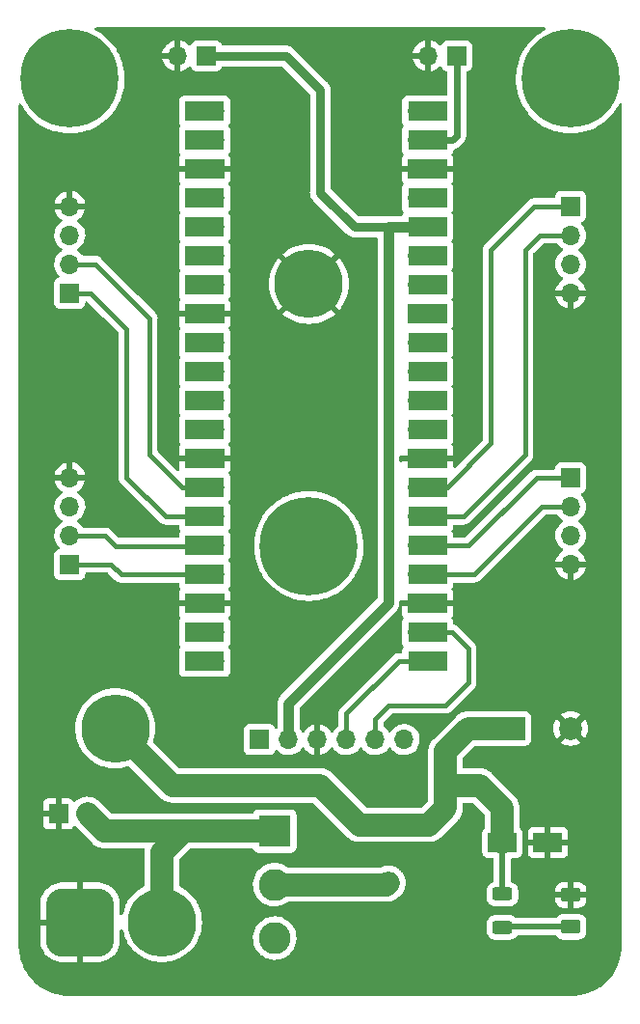
<source format=gbr>
%TF.GenerationSoftware,KiCad,Pcbnew,(6.0.7)*%
%TF.CreationDate,2022-11-23T18:30:16-05:00*%
%TF.ProjectId,Team5_Coaster,5465616d-355f-4436-9f61-737465722e6b,rev?*%
%TF.SameCoordinates,Original*%
%TF.FileFunction,Copper,L1,Top*%
%TF.FilePolarity,Positive*%
%FSLAX46Y46*%
G04 Gerber Fmt 4.6, Leading zero omitted, Abs format (unit mm)*
G04 Created by KiCad (PCBNEW (6.0.7)) date 2022-11-23 18:30:16*
%MOMM*%
%LPD*%
G01*
G04 APERTURE LIST*
G04 Aperture macros list*
%AMRoundRect*
0 Rectangle with rounded corners*
0 $1 Rounding radius*
0 $2 $3 $4 $5 $6 $7 $8 $9 X,Y pos of 4 corners*
0 Add a 4 corners polygon primitive as box body*
4,1,4,$2,$3,$4,$5,$6,$7,$8,$9,$2,$3,0*
0 Add four circle primitives for the rounded corners*
1,1,$1+$1,$2,$3*
1,1,$1+$1,$4,$5*
1,1,$1+$1,$6,$7*
1,1,$1+$1,$8,$9*
0 Add four rect primitives between the rounded corners*
20,1,$1+$1,$2,$3,$4,$5,0*
20,1,$1+$1,$4,$5,$6,$7,0*
20,1,$1+$1,$6,$7,$8,$9,0*
20,1,$1+$1,$8,$9,$2,$3,0*%
G04 Aperture macros list end*
%TA.AperFunction,ComponentPad*%
%ADD10R,1.700000X1.700000*%
%TD*%
%TA.AperFunction,ComponentPad*%
%ADD11O,1.700000X1.700000*%
%TD*%
%TA.AperFunction,ComponentPad*%
%ADD12C,0.900000*%
%TD*%
%TA.AperFunction,ComponentPad*%
%ADD13C,8.600000*%
%TD*%
%TA.AperFunction,ComponentPad*%
%ADD14R,2.794000X2.794000*%
%TD*%
%TA.AperFunction,ComponentPad*%
%ADD15C,2.794000*%
%TD*%
%TA.AperFunction,SMDPad,CuDef*%
%ADD16R,2.500000X1.700000*%
%TD*%
%TA.AperFunction,SMDPad,CuDef*%
%ADD17RoundRect,0.250000X-0.625000X0.375000X-0.625000X-0.375000X0.625000X-0.375000X0.625000X0.375000X0*%
%TD*%
%TA.AperFunction,ComponentPad*%
%ADD18R,2.000000X2.000000*%
%TD*%
%TA.AperFunction,ComponentPad*%
%ADD19O,2.000000X2.000000*%
%TD*%
%TA.AperFunction,ComponentPad*%
%ADD20C,2.000000*%
%TD*%
%TA.AperFunction,ComponentPad*%
%ADD21C,6.000000*%
%TD*%
%TA.AperFunction,ComponentPad*%
%ADD22RoundRect,1.500000X-1.500000X-1.500000X1.500000X-1.500000X1.500000X1.500000X-1.500000X1.500000X0*%
%TD*%
%TA.AperFunction,SMDPad,CuDef*%
%ADD23RoundRect,0.250000X0.625000X-0.312500X0.625000X0.312500X-0.625000X0.312500X-0.625000X-0.312500X0*%
%TD*%
%TA.AperFunction,SMDPad,CuDef*%
%ADD24R,3.500000X1.700000*%
%TD*%
%TA.AperFunction,Conductor*%
%ADD25C,2.000000*%
%TD*%
%TA.AperFunction,Conductor*%
%ADD26C,0.400000*%
%TD*%
%TA.AperFunction,Conductor*%
%ADD27C,0.500000*%
%TD*%
%TA.AperFunction,Conductor*%
%ADD28C,0.900000*%
%TD*%
%TA.AperFunction,Conductor*%
%ADD29C,0.800000*%
%TD*%
%TA.AperFunction,Conductor*%
%ADD30C,0.600000*%
%TD*%
G04 APERTURE END LIST*
D10*
%TO.P,J6,1,Pin_1*%
%TO.N,GND*%
X102000000Y-120500000D03*
D11*
%TO.P,J6,2,Pin_2*%
%TO.N,VCC*%
X104540000Y-120500000D03*
%TD*%
D10*
%TO.P,RF1,1,IN1*%
%TO.N,RF1*%
X147000000Y-67200000D03*
D11*
%TO.P,RF1,2,IN2*%
%TO.N,RF2*%
X147000000Y-69740000D03*
%TO.P,RF1,3,VM*%
%TO.N,+10V*%
X147000000Y-72280000D03*
%TO.P,RF1,4,GND*%
%TO.N,GND*%
X147000000Y-74820000D03*
%TD*%
D12*
%TO.P,H1,1,1*%
%TO.N,unconnected-(H1-Pad1)*%
X124000000Y-100225000D03*
X126280419Y-99280419D03*
X124000000Y-93775000D03*
X121719581Y-99280419D03*
X120775000Y-97000000D03*
X127225000Y-97000000D03*
X121719581Y-94719581D03*
D13*
X124000000Y-97000000D03*
D12*
X126280419Y-94719581D03*
%TD*%
D14*
%TO.P,SW1,1,A*%
%TO.N,VCC*%
X121000000Y-122000000D03*
D15*
%TO.P,SW1,2,B*%
%TO.N,Net-(D1-Pad2)*%
X121000000Y-126699000D03*
%TO.P,SW1,3,C*%
%TO.N,unconnected-(SW1-Pad3)*%
X121000000Y-131398000D03*
%TD*%
D10*
%TO.P,J13,1,Pin_1*%
%TO.N,+3V3*%
X115000000Y-54000000D03*
D11*
%TO.P,J13,2,Pin_2*%
%TO.N,GND*%
X112460000Y-54000000D03*
%TD*%
D10*
%TO.P,J4,1,Pin_1*%
%TO.N,VSYS*%
X137000000Y-54000000D03*
D11*
%TO.P,J4,2,Pin_2*%
%TO.N,GND*%
X134460000Y-54000000D03*
%TD*%
D16*
%TO.P,Z1,A*%
%TO.N,GND*%
X145000000Y-123000000D03*
%TO.P,Z1,K*%
%TO.N,+10V*%
X141000000Y-123000000D03*
%TD*%
D17*
%TO.P,D3,1,K*%
%TO.N,GND*%
X147000000Y-127600000D03*
%TO.P,D3,2,A*%
%TO.N,Net-(D3-Pad2)*%
X147000000Y-130400000D03*
%TD*%
D18*
%TO.P,D1,1,K*%
%TO.N,+10V*%
X131000000Y-121460000D03*
D19*
%TO.P,D1,2,A*%
%TO.N,Net-(D1-Pad2)*%
X131000000Y-126540000D03*
%TD*%
D12*
%TO.P,H4,1,1*%
%TO.N,unconnected-(H4-Pad1)*%
X143775000Y-56000000D03*
X149280419Y-53719581D03*
X149280419Y-58280419D03*
X147000000Y-59225000D03*
X144719581Y-58280419D03*
D13*
X147000000Y-56000000D03*
D12*
X150225000Y-56000000D03*
X144719581Y-53719581D03*
X147000000Y-52775000D03*
%TD*%
D18*
%TO.P,C1,1*%
%TO.N,+10V*%
X142000000Y-113000000D03*
D20*
%TO.P,C1,2*%
%TO.N,GND*%
X147000000Y-113000000D03*
%TD*%
D21*
%TO.P,J5,1,Pin_1*%
%TO.N,GND*%
X124000000Y-74000000D03*
%TD*%
D10*
%TO.P,J2,1,Pin_1*%
%TO.N,unconnected-(J2-Pad1)*%
X119675000Y-113975000D03*
D11*
%TO.P,J2,2,Pin_2*%
%TO.N,+3V3*%
X122215000Y-113975000D03*
%TO.P,J2,3,Pin_3*%
%TO.N,GND*%
X124755000Y-113975000D03*
%TO.P,J2,4,Pin_4*%
%TO.N,TX*%
X127295000Y-113975000D03*
%TO.P,J2,5,Pin_5*%
%TO.N,RX*%
X129835000Y-113975000D03*
%TO.P,J2,6,Pin_6*%
%TO.N,unconnected-(J2-Pad6)*%
X132375000Y-113975000D03*
%TD*%
D22*
%TO.P,J1,1,Pin_1*%
%TO.N,GND*%
X103900000Y-130000000D03*
D21*
%TO.P,J1,2,Pin_2*%
%TO.N,VCC*%
X111100000Y-130000000D03*
%TD*%
D12*
%TO.P,H3,1,1*%
%TO.N,unconnected-(H3-Pad1)*%
X105280419Y-53719581D03*
X103000000Y-59225000D03*
X105280419Y-58280419D03*
X100719581Y-53719581D03*
X99775000Y-56000000D03*
D13*
X103000000Y-56000000D03*
D12*
X100719581Y-58280419D03*
X103000000Y-52775000D03*
X106225000Y-56000000D03*
%TD*%
D23*
%TO.P,R1,1*%
%TO.N,Net-(D3-Pad2)*%
X141000000Y-130462500D03*
%TO.P,R1,2*%
%TO.N,+10V*%
X141000000Y-127537500D03*
%TD*%
D10*
%TO.P,LB1,1,IN1*%
%TO.N,LB1*%
X103000000Y-98620000D03*
D11*
%TO.P,LB1,2,IN2*%
%TO.N,LB2*%
X103000000Y-96080000D03*
%TO.P,LB1,3,VM*%
%TO.N,+10V*%
X103000000Y-93540000D03*
%TO.P,LB1,4,GND*%
%TO.N,GND*%
X103000000Y-91000000D03*
%TD*%
D10*
%TO.P,LF1,1,IN1*%
%TO.N,LF1*%
X103000000Y-74800000D03*
D11*
%TO.P,LF1,2,IN2*%
%TO.N,LF2*%
X103000000Y-72260000D03*
%TO.P,LF1,3,VM*%
%TO.N,+10V*%
X103000000Y-69720000D03*
%TO.P,LF1,4,GND*%
%TO.N,GND*%
X103000000Y-67180000D03*
%TD*%
D21*
%TO.P,J3,1,Pin_1*%
%TO.N,+10V*%
X107000000Y-113000000D03*
%TD*%
D10*
%TO.P,RB1,1,IN1*%
%TO.N,RB1*%
X147000000Y-91000000D03*
D11*
%TO.P,RB1,2,IN2*%
%TO.N,RB2*%
X147000000Y-93540000D03*
%TO.P,RB1,3,VM*%
%TO.N,+10V*%
X147000000Y-96080000D03*
%TO.P,RB1,4,GND*%
%TO.N,GND*%
X147000000Y-98620000D03*
%TD*%
%TO.P,U1,1,GPIO0*%
%TO.N,unconnected-(U1-Pad1)*%
X115745000Y-58855000D03*
D24*
X114845000Y-58855000D03*
D11*
%TO.P,U1,2,GPIO1*%
%TO.N,unconnected-(U1-Pad2)*%
X115745000Y-61395000D03*
D24*
X114845000Y-61395000D03*
D10*
%TO.P,U1,3,GND*%
%TO.N,GND*%
X115745000Y-63935000D03*
D24*
X114845000Y-63935000D03*
%TO.P,U1,4,GPIO2*%
%TO.N,unconnected-(U1-Pad4)*%
X114845000Y-66475000D03*
D11*
X115745000Y-66475000D03*
%TO.P,U1,5,GPIO3*%
%TO.N,unconnected-(U1-Pad5)*%
X115745000Y-69015000D03*
D24*
X114845000Y-69015000D03*
%TO.P,U1,6,GPIO4*%
%TO.N,unconnected-(U1-Pad6)*%
X114845000Y-71555000D03*
D11*
X115745000Y-71555000D03*
D24*
%TO.P,U1,7,GPIO5*%
%TO.N,unconnected-(U1-Pad7)*%
X114845000Y-74095000D03*
D11*
X115745000Y-74095000D03*
D24*
%TO.P,U1,8,GND*%
%TO.N,GND*%
X114845000Y-76635000D03*
D10*
X115745000Y-76635000D03*
D24*
%TO.P,U1,9,GPIO6*%
%TO.N,unconnected-(U1-Pad9)*%
X114845000Y-79175000D03*
D11*
X115745000Y-79175000D03*
D24*
%TO.P,U1,10,GPIO7*%
%TO.N,unconnected-(U1-Pad10)*%
X114845000Y-81715000D03*
D11*
X115745000Y-81715000D03*
D24*
%TO.P,U1,11,GPIO8*%
%TO.N,unconnected-(U1-Pad11)*%
X114845000Y-84255000D03*
D11*
X115745000Y-84255000D03*
D24*
%TO.P,U1,12,GPIO9*%
%TO.N,unconnected-(U1-Pad12)*%
X114845000Y-86795000D03*
D11*
X115745000Y-86795000D03*
D24*
%TO.P,U1,13,GND*%
%TO.N,GND*%
X114845000Y-89335000D03*
D10*
X115745000Y-89335000D03*
D24*
%TO.P,U1,14,GPIO10*%
%TO.N,LF2*%
X114845000Y-91875000D03*
D11*
X115745000Y-91875000D03*
%TO.P,U1,15,GPIO11*%
%TO.N,LF1*%
X115745000Y-94415000D03*
D24*
X114845000Y-94415000D03*
D11*
%TO.P,U1,16,GPIO12*%
%TO.N,LB2*%
X115745000Y-96955000D03*
D24*
X114845000Y-96955000D03*
D11*
%TO.P,U1,17,GPIO13*%
%TO.N,LB1*%
X115745000Y-99495000D03*
D24*
X114845000Y-99495000D03*
%TO.P,U1,18,GND*%
%TO.N,GND*%
X114845000Y-102035000D03*
D10*
X115745000Y-102035000D03*
D11*
%TO.P,U1,19,GPIO14*%
%TO.N,unconnected-(U1-Pad19)*%
X115745000Y-104575000D03*
D24*
X114845000Y-104575000D03*
D11*
%TO.P,U1,20,GPIO15*%
%TO.N,unconnected-(U1-Pad20)*%
X115745000Y-107115000D03*
D24*
X114845000Y-107115000D03*
D11*
%TO.P,U1,21,GPIO16*%
%TO.N,TX*%
X133525000Y-107115000D03*
D24*
X134425000Y-107115000D03*
%TO.P,U1,22,GPIO17*%
%TO.N,RX*%
X134425000Y-104575000D03*
D11*
X133525000Y-104575000D03*
D24*
%TO.P,U1,23,GND*%
%TO.N,GND*%
X134425000Y-102035000D03*
D10*
X133525000Y-102035000D03*
D24*
%TO.P,U1,24,GPIO18*%
%TO.N,RB2*%
X134425000Y-99495000D03*
D11*
X133525000Y-99495000D03*
%TO.P,U1,25,GPIO19*%
%TO.N,RB1*%
X133525000Y-96955000D03*
D24*
X134425000Y-96955000D03*
D11*
%TO.P,U1,26,GPIO20*%
%TO.N,RF2*%
X133525000Y-94415000D03*
D24*
X134425000Y-94415000D03*
D11*
%TO.P,U1,27,GPIO21*%
%TO.N,RF1*%
X133525000Y-91875000D03*
D24*
X134425000Y-91875000D03*
%TO.P,U1,28,GND*%
%TO.N,GND*%
X134425000Y-89335000D03*
D10*
X133525000Y-89335000D03*
D24*
%TO.P,U1,29,GPIO22*%
%TO.N,unconnected-(U1-Pad29)*%
X134425000Y-86795000D03*
D11*
X133525000Y-86795000D03*
%TO.P,U1,30,RUN*%
%TO.N,unconnected-(U1-Pad30)*%
X133525000Y-84255000D03*
D24*
X134425000Y-84255000D03*
D11*
%TO.P,U1,31,GPIO26_ADC0*%
%TO.N,unconnected-(U1-Pad31)*%
X133525000Y-81715000D03*
D24*
X134425000Y-81715000D03*
%TO.P,U1,32,GPIO27_ADC1*%
%TO.N,unconnected-(U1-Pad32)*%
X134425000Y-79175000D03*
D11*
X133525000Y-79175000D03*
D10*
%TO.P,U1,33,AGND*%
%TO.N,unconnected-(U1-Pad33)*%
X133525000Y-76635000D03*
D24*
X134425000Y-76635000D03*
D11*
%TO.P,U1,34,GPIO28_ADC2*%
%TO.N,unconnected-(U1-Pad34)*%
X133525000Y-74095000D03*
D24*
X134425000Y-74095000D03*
D11*
%TO.P,U1,35,ADC_VREF*%
%TO.N,unconnected-(U1-Pad35)*%
X133525000Y-71555000D03*
D24*
X134425000Y-71555000D03*
%TO.P,U1,36,3V3*%
%TO.N,+3V3*%
X134425000Y-69015000D03*
D11*
X133525000Y-69015000D03*
D24*
%TO.P,U1,37,3V3_EN*%
%TO.N,unconnected-(U1-Pad37)*%
X134425000Y-66475000D03*
D11*
X133525000Y-66475000D03*
D10*
%TO.P,U1,38,GND*%
%TO.N,GND*%
X133525000Y-63935000D03*
D24*
X134425000Y-63935000D03*
%TO.P,U1,39,VSYS*%
%TO.N,VSYS*%
X134425000Y-61395000D03*
D11*
X133525000Y-61395000D03*
D24*
%TO.P,U1,40,VBUS*%
%TO.N,unconnected-(U1-Pad40)*%
X134425000Y-58855000D03*
D11*
X133525000Y-58855000D03*
%TD*%
D25*
%TO.N,VCC*%
X106040000Y-122000000D02*
X104540000Y-120500000D01*
X114250000Y-122000000D02*
X106040000Y-122000000D01*
X114250000Y-122000000D02*
X115250000Y-122000000D01*
X113000000Y-122000000D02*
X114250000Y-122000000D01*
X115250000Y-122000000D02*
X115225000Y-121975000D01*
X115250000Y-122000000D02*
X121000000Y-122000000D01*
X111100000Y-123900000D02*
X111100000Y-130000000D01*
X113000000Y-122000000D02*
X111100000Y-123900000D01*
D26*
%TO.N,LF1*%
X103000000Y-74800000D02*
X104800000Y-74800000D01*
X111415000Y-94415000D02*
X115745000Y-94415000D01*
X108000000Y-91000000D02*
X111415000Y-94415000D01*
X108000000Y-78000000D02*
X108000000Y-91000000D01*
X104800000Y-74800000D02*
X108000000Y-78000000D01*
%TO.N,LF2*%
X105260000Y-72260000D02*
X110000000Y-77000000D01*
X112875000Y-91875000D02*
X115745000Y-91875000D01*
X110000000Y-89000000D02*
X112875000Y-91875000D01*
X103000000Y-72260000D02*
X105260000Y-72260000D01*
X110000000Y-77000000D02*
X110000000Y-89000000D01*
D27*
%TO.N,+10V*%
X141000000Y-123000000D02*
X141000000Y-127537500D01*
D25*
X136000000Y-118000000D02*
X136000000Y-120000000D01*
X131000000Y-121460000D02*
X128460000Y-121460000D01*
X128460000Y-121460000D02*
X125000000Y-118000000D01*
X138000000Y-113000000D02*
X136000000Y-115000000D01*
X125000000Y-118000000D02*
X112000000Y-118000000D01*
X141000000Y-120000000D02*
X139000000Y-118000000D01*
X134540000Y-121460000D02*
X131000000Y-121460000D01*
X141000000Y-123000000D02*
X141000000Y-120000000D01*
X112000000Y-118000000D02*
X107000000Y-113000000D01*
X136000000Y-120000000D02*
X134540000Y-121460000D01*
X136000000Y-115000000D02*
X136000000Y-118000000D01*
X142000000Y-113000000D02*
X138000000Y-113000000D01*
X139000000Y-118000000D02*
X136000000Y-118000000D01*
D26*
%TO.N,RB1*%
X144000000Y-91000000D02*
X138045000Y-96955000D01*
X147000000Y-91000000D02*
X144000000Y-91000000D01*
X138045000Y-96955000D02*
X133525000Y-96955000D01*
%TO.N,RB2*%
X147000000Y-93540000D02*
X144460000Y-93540000D01*
X138505000Y-99495000D02*
X133525000Y-99495000D01*
X144460000Y-93540000D02*
X138505000Y-99495000D01*
%TO.N,LB1*%
X103000000Y-98620000D02*
X106620000Y-98620000D01*
X107495000Y-99495000D02*
X115745000Y-99495000D01*
X106620000Y-98620000D02*
X107495000Y-99495000D01*
%TO.N,LB2*%
X107000000Y-97000000D02*
X115700000Y-97000000D01*
X106080000Y-96080000D02*
X107000000Y-97000000D01*
X115700000Y-97000000D02*
X115745000Y-96955000D01*
X103000000Y-96080000D02*
X106080000Y-96080000D01*
%TO.N,RF1*%
X136125000Y-91875000D02*
X133525000Y-91875000D01*
X147000000Y-67200000D02*
X143800000Y-67200000D01*
X143800000Y-67200000D02*
X140000000Y-71000000D01*
X140000000Y-88000000D02*
X136125000Y-91875000D01*
X140000000Y-71000000D02*
X140000000Y-88000000D01*
%TO.N,RF2*%
X143000000Y-71000000D02*
X143000000Y-89000000D01*
X143000000Y-89000000D02*
X137585000Y-94415000D01*
X144260000Y-69740000D02*
X143000000Y-71000000D01*
X147000000Y-69740000D02*
X144260000Y-69740000D01*
X137585000Y-94415000D02*
X133525000Y-94415000D01*
D25*
%TO.N,Net-(D1-Pad2)*%
X121000000Y-126699000D02*
X130841000Y-126699000D01*
X130841000Y-126699000D02*
X131000000Y-126540000D01*
D27*
%TO.N,Net-(D3-Pad2)*%
X147000000Y-130400000D02*
X141062500Y-130400000D01*
X141062500Y-130400000D02*
X141000000Y-130462500D01*
D28*
%TO.N,+3V3*%
X130985000Y-102015000D02*
X130985000Y-69015000D01*
D29*
X122000000Y-54000000D02*
X115000000Y-54000000D01*
X125000000Y-66000000D02*
X125000000Y-57000000D01*
X125000000Y-57000000D02*
X122000000Y-54000000D01*
D28*
X133525000Y-69015000D02*
X130985000Y-69015000D01*
D29*
X130970000Y-69000000D02*
X128000000Y-69000000D01*
D28*
X122215000Y-110785000D02*
X130985000Y-102015000D01*
D29*
X130985000Y-69015000D02*
X130970000Y-69000000D01*
X128000000Y-69000000D02*
X125000000Y-66000000D01*
D28*
X122215000Y-113975000D02*
X122215000Y-110785000D01*
D26*
%TO.N,TX*%
X133525000Y-107115000D02*
X131885000Y-107115000D01*
X127295000Y-111705000D02*
X127295000Y-113975000D01*
X131885000Y-107115000D02*
X127295000Y-111705000D01*
%TO.N,RX*%
X133525000Y-104575000D02*
X136575000Y-104575000D01*
X136575000Y-104575000D02*
X138000000Y-106000000D01*
X138000000Y-109000000D02*
X136000000Y-111000000D01*
X129835000Y-112165000D02*
X129835000Y-113975000D01*
X138000000Y-106000000D02*
X138000000Y-109000000D01*
X136000000Y-111000000D02*
X131000000Y-111000000D01*
X131000000Y-111000000D02*
X129835000Y-112165000D01*
D30*
%TO.N,VSYS*%
X137000000Y-61000000D02*
X137000000Y-54000000D01*
X133525000Y-61395000D02*
X136605000Y-61395000D01*
X136605000Y-61395000D02*
X137000000Y-61000000D01*
%TD*%
%TA.AperFunction,Conductor*%
%TO.N,GND*%
G36*
X144761162Y-51528502D02*
G01*
X144807655Y-51582158D01*
X144817759Y-51652432D01*
X144788265Y-51717012D01*
X144755755Y-51743784D01*
X144420880Y-51935957D01*
X144418577Y-51937566D01*
X144418570Y-51937571D01*
X144072129Y-52179701D01*
X144069820Y-52181315D01*
X143741961Y-52456909D01*
X143439899Y-52760557D01*
X143166025Y-53089855D01*
X143164431Y-53092162D01*
X143164429Y-53092164D01*
X142946037Y-53408151D01*
X142922508Y-53442194D01*
X142711276Y-53814786D01*
X142534002Y-54204680D01*
X142533080Y-54207306D01*
X142533075Y-54207318D01*
X142493633Y-54319634D01*
X142392089Y-54608790D01*
X142391398Y-54611510D01*
X142391397Y-54611514D01*
X142309800Y-54932805D01*
X142286661Y-55023914D01*
X142218552Y-55446768D01*
X142188302Y-55874001D01*
X142196151Y-56302233D01*
X142242036Y-56728071D01*
X142242582Y-56730817D01*
X142242583Y-56730822D01*
X142257097Y-56803790D01*
X142325594Y-57148144D01*
X142446163Y-57559127D01*
X142447190Y-57561740D01*
X142447190Y-57561741D01*
X142585651Y-57914145D01*
X142602789Y-57957765D01*
X142604044Y-57960276D01*
X142772161Y-58296731D01*
X142794231Y-58340901D01*
X143018974Y-58705502D01*
X143275239Y-59048682D01*
X143277100Y-59050760D01*
X143277101Y-59050761D01*
X143559127Y-59365637D01*
X143559133Y-59365643D01*
X143560995Y-59367722D01*
X143873981Y-59660098D01*
X144211719Y-59923493D01*
X144571533Y-60155822D01*
X144574012Y-60157126D01*
X144574015Y-60157128D01*
X144948077Y-60353932D01*
X144948083Y-60353935D01*
X144950577Y-60355247D01*
X144953175Y-60356331D01*
X144953179Y-60356333D01*
X145343263Y-60519109D01*
X145343268Y-60519111D01*
X145345847Y-60520187D01*
X145348512Y-60521030D01*
X145348518Y-60521032D01*
X145570561Y-60591254D01*
X145754214Y-60649336D01*
X146172446Y-60741673D01*
X146175220Y-60742031D01*
X146175221Y-60742031D01*
X146594460Y-60796109D01*
X146594467Y-60796110D01*
X146597230Y-60796466D01*
X146600017Y-60796576D01*
X146600023Y-60796576D01*
X146848238Y-60806328D01*
X147025203Y-60813281D01*
X147027995Y-60813142D01*
X147028000Y-60813142D01*
X147450172Y-60792125D01*
X147450181Y-60792124D01*
X147452976Y-60791985D01*
X147455753Y-60791597D01*
X147455755Y-60791597D01*
X147530066Y-60781219D01*
X147877163Y-60732747D01*
X148294404Y-60636036D01*
X148508307Y-60565915D01*
X148698744Y-60503487D01*
X148698750Y-60503485D01*
X148701397Y-60502617D01*
X149094918Y-60333547D01*
X149471852Y-60130164D01*
X149829214Y-59894080D01*
X150164175Y-59627162D01*
X150474082Y-59331525D01*
X150475919Y-59329431D01*
X150475927Y-59329422D01*
X150754635Y-59011616D01*
X150756482Y-59009510D01*
X150803905Y-58944597D01*
X151007490Y-58665923D01*
X151009139Y-58663666D01*
X151010585Y-58661265D01*
X151228601Y-58299142D01*
X151228606Y-58299133D01*
X151230052Y-58296731D01*
X151252204Y-58251212D01*
X151299998Y-58198712D01*
X151368589Y-58180386D01*
X151436199Y-58202052D01*
X151481362Y-58256831D01*
X151491500Y-58306348D01*
X151491500Y-131950633D01*
X151490000Y-131970018D01*
X151487690Y-131984851D01*
X151487690Y-131984855D01*
X151486309Y-131993724D01*
X151488984Y-132014183D01*
X151489928Y-132036007D01*
X151485865Y-132129066D01*
X151474648Y-132385964D01*
X151473690Y-132396913D01*
X151429784Y-132730421D01*
X151423982Y-132774490D01*
X151422074Y-132785307D01*
X151383755Y-132958155D01*
X151339647Y-133157114D01*
X151336802Y-133167731D01*
X151227840Y-133513315D01*
X151222285Y-133530932D01*
X151218529Y-133541254D01*
X151115439Y-133790136D01*
X151072784Y-133893114D01*
X151068138Y-133903076D01*
X150892295Y-134240867D01*
X150886799Y-134250387D01*
X150682180Y-134571574D01*
X150675876Y-134580578D01*
X150444038Y-134882716D01*
X150436972Y-134891137D01*
X150179686Y-135171914D01*
X150171914Y-135179686D01*
X149891137Y-135436972D01*
X149882716Y-135444038D01*
X149580578Y-135675876D01*
X149571574Y-135682180D01*
X149250387Y-135886799D01*
X149240868Y-135892294D01*
X148903067Y-136068142D01*
X148893123Y-136072780D01*
X148541254Y-136218529D01*
X148530939Y-136222282D01*
X148167732Y-136336802D01*
X148157115Y-136339647D01*
X147785307Y-136422074D01*
X147774498Y-136423981D01*
X147396914Y-136473690D01*
X147385965Y-136474648D01*
X147043446Y-136489603D01*
X147018571Y-136488223D01*
X147006276Y-136486309D01*
X146997374Y-136487473D01*
X146997372Y-136487473D01*
X146982323Y-136489441D01*
X146974714Y-136490436D01*
X146958379Y-136491500D01*
X103049367Y-136491500D01*
X103029982Y-136490000D01*
X103015149Y-136487690D01*
X103015145Y-136487690D01*
X103006276Y-136486309D01*
X102985817Y-136488984D01*
X102963993Y-136489928D01*
X102614035Y-136474648D01*
X102603086Y-136473690D01*
X102225502Y-136423981D01*
X102214693Y-136422074D01*
X101842885Y-136339647D01*
X101832268Y-136336802D01*
X101469061Y-136222282D01*
X101458746Y-136218529D01*
X101106877Y-136072780D01*
X101096933Y-136068142D01*
X100759132Y-135892294D01*
X100749613Y-135886799D01*
X100428426Y-135682180D01*
X100419422Y-135675876D01*
X100117284Y-135444038D01*
X100108863Y-135436972D01*
X99828086Y-135179686D01*
X99820314Y-135171914D01*
X99563028Y-134891137D01*
X99555962Y-134882716D01*
X99324124Y-134580578D01*
X99317820Y-134571574D01*
X99113201Y-134250387D01*
X99107705Y-134240867D01*
X98931862Y-133903076D01*
X98927216Y-133893114D01*
X98884562Y-133790136D01*
X98781471Y-133541254D01*
X98777715Y-133530932D01*
X98772161Y-133513315D01*
X98663198Y-133167731D01*
X98660353Y-133157114D01*
X98616245Y-132958155D01*
X98577926Y-132785307D01*
X98576018Y-132774490D01*
X98570217Y-132730421D01*
X98526310Y-132396913D01*
X98525352Y-132385964D01*
X98514135Y-132129066D01*
X98510561Y-132047206D01*
X98512188Y-132020805D01*
X98512769Y-132017352D01*
X98512770Y-132017345D01*
X98513576Y-132012552D01*
X98513729Y-132000000D01*
X98509773Y-131972376D01*
X98508500Y-131954514D01*
X98508500Y-131610915D01*
X100392001Y-131610915D01*
X100392061Y-131613672D01*
X100394601Y-131671855D01*
X100395317Y-131678972D01*
X100437999Y-131948453D01*
X100439978Y-131957023D01*
X100519504Y-132217143D01*
X100522655Y-132225353D01*
X100637613Y-132471882D01*
X100641876Y-132479572D01*
X100790024Y-132707700D01*
X100795314Y-132714719D01*
X100973783Y-132920024D01*
X100979976Y-132926217D01*
X101185281Y-133104686D01*
X101192300Y-133109976D01*
X101420428Y-133258124D01*
X101428118Y-133262387D01*
X101674647Y-133377345D01*
X101682857Y-133380496D01*
X101942977Y-133460022D01*
X101951547Y-133462001D01*
X102221044Y-133504685D01*
X102228128Y-133505399D01*
X102286331Y-133507940D01*
X102289083Y-133508000D01*
X103627885Y-133508000D01*
X103643124Y-133503525D01*
X103644329Y-133502135D01*
X103646000Y-133494452D01*
X103646000Y-130272115D01*
X103641525Y-130256876D01*
X103640135Y-130255671D01*
X103632452Y-130254000D01*
X100410116Y-130254000D01*
X100394877Y-130258475D01*
X100393672Y-130259865D01*
X100392001Y-130267548D01*
X100392001Y-131610915D01*
X98508500Y-131610915D01*
X98508500Y-129727885D01*
X100392000Y-129727885D01*
X100396475Y-129743124D01*
X100397865Y-129744329D01*
X100405548Y-129746000D01*
X103627885Y-129746000D01*
X103643124Y-129741525D01*
X103644329Y-129740135D01*
X103646000Y-129732452D01*
X103646000Y-126510116D01*
X103641525Y-126494877D01*
X103640135Y-126493672D01*
X103632452Y-126492001D01*
X102289086Y-126492001D01*
X102286328Y-126492061D01*
X102228145Y-126494601D01*
X102221028Y-126495317D01*
X101951547Y-126537999D01*
X101942977Y-126539978D01*
X101682857Y-126619504D01*
X101674647Y-126622655D01*
X101428118Y-126737613D01*
X101420428Y-126741876D01*
X101192300Y-126890024D01*
X101185281Y-126895314D01*
X100979976Y-127073783D01*
X100973783Y-127079976D01*
X100795314Y-127285281D01*
X100790024Y-127292300D01*
X100641876Y-127520428D01*
X100637613Y-127528118D01*
X100522655Y-127774647D01*
X100519504Y-127782857D01*
X100439978Y-128042977D01*
X100437999Y-128051547D01*
X100395315Y-128321044D01*
X100394601Y-128328128D01*
X100392060Y-128386331D01*
X100392000Y-128389083D01*
X100392000Y-129727885D01*
X98508500Y-129727885D01*
X98508500Y-121394669D01*
X100642001Y-121394669D01*
X100642371Y-121401490D01*
X100647895Y-121452352D01*
X100651521Y-121467604D01*
X100696676Y-121588054D01*
X100705214Y-121603649D01*
X100781715Y-121705724D01*
X100794276Y-121718285D01*
X100896351Y-121794786D01*
X100911946Y-121803324D01*
X101032394Y-121848478D01*
X101047649Y-121852105D01*
X101098514Y-121857631D01*
X101105328Y-121858000D01*
X101727885Y-121858000D01*
X101743124Y-121853525D01*
X101744329Y-121852135D01*
X101746000Y-121844452D01*
X101746000Y-121839884D01*
X102254000Y-121839884D01*
X102258475Y-121855123D01*
X102259865Y-121856328D01*
X102267548Y-121857999D01*
X102894669Y-121857999D01*
X102901490Y-121857629D01*
X102952352Y-121852105D01*
X102967604Y-121848479D01*
X103088054Y-121803324D01*
X103103649Y-121794786D01*
X103205724Y-121718285D01*
X103218285Y-121705724D01*
X103299957Y-121596749D01*
X103356816Y-121554234D01*
X103427634Y-121549208D01*
X103489878Y-121583219D01*
X104956342Y-123049684D01*
X104958796Y-123052206D01*
X105027332Y-123124681D01*
X105031349Y-123127752D01*
X105031352Y-123127755D01*
X105089761Y-123172412D01*
X105094892Y-123176553D01*
X105154720Y-123227470D01*
X105159046Y-123230090D01*
X105159053Y-123230095D01*
X105182824Y-123244491D01*
X105194071Y-123252163D01*
X105220174Y-123272120D01*
X105289416Y-123309247D01*
X105295137Y-123312510D01*
X105362357Y-123353220D01*
X105392834Y-123365534D01*
X105405150Y-123371303D01*
X105434109Y-123386831D01*
X105508433Y-123412423D01*
X105514561Y-123414714D01*
X105546906Y-123427782D01*
X105582733Y-123442258D01*
X105582737Y-123442259D01*
X105587429Y-123444155D01*
X105592368Y-123445277D01*
X105592371Y-123445278D01*
X105619460Y-123451432D01*
X105632559Y-123455163D01*
X105663631Y-123465862D01*
X105741100Y-123479243D01*
X105747504Y-123480523D01*
X105824144Y-123497935D01*
X105856953Y-123499999D01*
X105870453Y-123501585D01*
X105902836Y-123507179D01*
X105906793Y-123507359D01*
X105906796Y-123507359D01*
X105930506Y-123508436D01*
X105930525Y-123508436D01*
X105931925Y-123508500D01*
X105988107Y-123508500D01*
X105996018Y-123508749D01*
X106066412Y-123513178D01*
X106107991Y-123509101D01*
X106120287Y-123508500D01*
X109484133Y-123508500D01*
X109552254Y-123528502D01*
X109598747Y-123582158D01*
X109608851Y-123652432D01*
X109607001Y-123662417D01*
X109602065Y-123684144D01*
X109600001Y-123716953D01*
X109598415Y-123730453D01*
X109592821Y-123762836D01*
X109591500Y-123791925D01*
X109591500Y-123848108D01*
X109591251Y-123856019D01*
X109586822Y-123926413D01*
X109589376Y-123952460D01*
X109590899Y-123967992D01*
X109591500Y-123980288D01*
X109591500Y-126753724D01*
X109571498Y-126821845D01*
X109522703Y-126865991D01*
X109346284Y-126955881D01*
X109346277Y-126955885D01*
X109343343Y-126957380D01*
X109340577Y-126959176D01*
X109340574Y-126959178D01*
X109159177Y-127076978D01*
X109034925Y-127157668D01*
X108749133Y-127389098D01*
X108489098Y-127649133D01*
X108257668Y-127934925D01*
X108244983Y-127954458D01*
X108079251Y-128209665D01*
X108057380Y-128243343D01*
X108055885Y-128246277D01*
X108055881Y-128246284D01*
X107903974Y-128544419D01*
X107890427Y-128571006D01*
X107758639Y-128914326D01*
X107663459Y-129269541D01*
X107662944Y-129272793D01*
X107662942Y-129272802D01*
X107658448Y-129301178D01*
X107628035Y-129365331D01*
X107567767Y-129402858D01*
X107496777Y-129401844D01*
X107437606Y-129362611D01*
X107409038Y-129297615D01*
X107407999Y-129281467D01*
X107407999Y-128389086D01*
X107407939Y-128386328D01*
X107405399Y-128328145D01*
X107404683Y-128321028D01*
X107362001Y-128051547D01*
X107360022Y-128042977D01*
X107280496Y-127782857D01*
X107277345Y-127774647D01*
X107162387Y-127528118D01*
X107158124Y-127520428D01*
X107009976Y-127292300D01*
X107004686Y-127285281D01*
X106826217Y-127079976D01*
X106820024Y-127073783D01*
X106614719Y-126895314D01*
X106607700Y-126890024D01*
X106379572Y-126741876D01*
X106371882Y-126737613D01*
X106125353Y-126622655D01*
X106117143Y-126619504D01*
X105857023Y-126539978D01*
X105848453Y-126537999D01*
X105578956Y-126495315D01*
X105571872Y-126494601D01*
X105513669Y-126492060D01*
X105510917Y-126492000D01*
X104172115Y-126492000D01*
X104156876Y-126496475D01*
X104155671Y-126497865D01*
X104154000Y-126505548D01*
X104154000Y-133489884D01*
X104158475Y-133505123D01*
X104159865Y-133506328D01*
X104167548Y-133507999D01*
X105510915Y-133507999D01*
X105513672Y-133507939D01*
X105571855Y-133505399D01*
X105578972Y-133504683D01*
X105848453Y-133462001D01*
X105857023Y-133460022D01*
X106117143Y-133380496D01*
X106125353Y-133377345D01*
X106371882Y-133262387D01*
X106379572Y-133258124D01*
X106607700Y-133109976D01*
X106614719Y-133104686D01*
X106820024Y-132926217D01*
X106826217Y-132920024D01*
X107004686Y-132714719D01*
X107009976Y-132707700D01*
X107158124Y-132479572D01*
X107162387Y-132471882D01*
X107277345Y-132225353D01*
X107280496Y-132217143D01*
X107360022Y-131957023D01*
X107362001Y-131948453D01*
X107404685Y-131678956D01*
X107405399Y-131671872D01*
X107407940Y-131613669D01*
X107408000Y-131610917D01*
X107408000Y-130718536D01*
X107428002Y-130650415D01*
X107481658Y-130603922D01*
X107551932Y-130593818D01*
X107616512Y-130623312D01*
X107654896Y-130683038D01*
X107658449Y-130698827D01*
X107662941Y-130727193D01*
X107662944Y-130727206D01*
X107663459Y-130730459D01*
X107758639Y-131085674D01*
X107759824Y-131088762D01*
X107759825Y-131088764D01*
X107775204Y-131128827D01*
X107890427Y-131428994D01*
X107891925Y-131431934D01*
X108014180Y-131671872D01*
X108057380Y-131756657D01*
X108059176Y-131759423D01*
X108059178Y-131759426D01*
X108078832Y-131789691D01*
X108257668Y-132065075D01*
X108489098Y-132350867D01*
X108749133Y-132610902D01*
X109034925Y-132842332D01*
X109343342Y-133042620D01*
X109346276Y-133044115D01*
X109346283Y-133044119D01*
X109568049Y-133157114D01*
X109671006Y-133209573D01*
X110014326Y-133341361D01*
X110369541Y-133436541D01*
X110562558Y-133467112D01*
X110729511Y-133493555D01*
X110729519Y-133493556D01*
X110732759Y-133494069D01*
X111100000Y-133513315D01*
X111467241Y-133494069D01*
X111470481Y-133493556D01*
X111470489Y-133493555D01*
X111637442Y-133467112D01*
X111830459Y-133436541D01*
X112185674Y-133341361D01*
X112528994Y-133209573D01*
X112631951Y-133157114D01*
X112853717Y-133044119D01*
X112853724Y-133044115D01*
X112856658Y-133042620D01*
X113165075Y-132842332D01*
X113450867Y-132610902D01*
X113710902Y-132350867D01*
X113942332Y-132065075D01*
X114121168Y-131789691D01*
X114140822Y-131759426D01*
X114140824Y-131759423D01*
X114142620Y-131756657D01*
X114185821Y-131671872D01*
X114308075Y-131431934D01*
X114309573Y-131428994D01*
X114344505Y-131337994D01*
X119090576Y-131337994D01*
X119091970Y-131373478D01*
X119097772Y-131521135D01*
X119101170Y-131607633D01*
X119149651Y-131873089D01*
X119235051Y-132129066D01*
X119237044Y-132133054D01*
X119314386Y-132287839D01*
X119355667Y-132370456D01*
X119509092Y-132592443D01*
X119692264Y-132790598D01*
X119695718Y-132793410D01*
X119838883Y-132909964D01*
X119901529Y-132960966D01*
X120034170Y-133040822D01*
X120128896Y-133097852D01*
X120128900Y-133097854D01*
X120132712Y-133100149D01*
X120267239Y-133157114D01*
X120377101Y-133203635D01*
X120377105Y-133203636D01*
X120381199Y-133205370D01*
X120385491Y-133206508D01*
X120385494Y-133206509D01*
X120637736Y-133273390D01*
X120637740Y-133273391D01*
X120642033Y-133274529D01*
X120646442Y-133275051D01*
X120646448Y-133275052D01*
X120822105Y-133295842D01*
X120910009Y-133306246D01*
X121179781Y-133299889D01*
X121338984Y-133273390D01*
X121441576Y-133256314D01*
X121441580Y-133256313D01*
X121445966Y-133255583D01*
X121450207Y-133254242D01*
X121450210Y-133254241D01*
X121699007Y-133175557D01*
X121699009Y-133175556D01*
X121703253Y-133174214D01*
X121707264Y-133172288D01*
X121707269Y-133172286D01*
X121942489Y-133059335D01*
X121942490Y-133059334D01*
X121946508Y-133057405D01*
X122095046Y-132958155D01*
X122167169Y-132909964D01*
X122167173Y-132909961D01*
X122170877Y-132907486D01*
X122174194Y-132904515D01*
X122174198Y-132904512D01*
X122368567Y-132730421D01*
X122368568Y-132730420D01*
X122371885Y-132727449D01*
X122545519Y-132520886D01*
X122688317Y-132291918D01*
X122797428Y-132045114D01*
X122870675Y-131785398D01*
X122885926Y-131671855D01*
X122906170Y-131521135D01*
X122906171Y-131521127D01*
X122906597Y-131517953D01*
X122906698Y-131514742D01*
X122910266Y-131401222D01*
X122910266Y-131401217D01*
X122910367Y-131398000D01*
X122891309Y-131128827D01*
X122882019Y-131085674D01*
X122835450Y-130869377D01*
X122834513Y-130865025D01*
X122821075Y-130828598D01*
X122819895Y-130825400D01*
X139616500Y-130825400D01*
X139616837Y-130828646D01*
X139616837Y-130828650D01*
X139620178Y-130860844D01*
X139627474Y-130931166D01*
X139683450Y-131098946D01*
X139776522Y-131249348D01*
X139901697Y-131374305D01*
X139907927Y-131378145D01*
X139907928Y-131378146D01*
X140045090Y-131462694D01*
X140052262Y-131467115D01*
X140132005Y-131493564D01*
X140213611Y-131520632D01*
X140213613Y-131520632D01*
X140220139Y-131522797D01*
X140226975Y-131523497D01*
X140226978Y-131523498D01*
X140270031Y-131527909D01*
X140324600Y-131533500D01*
X141675400Y-131533500D01*
X141678646Y-131533163D01*
X141678650Y-131533163D01*
X141774308Y-131523238D01*
X141774312Y-131523237D01*
X141781166Y-131522526D01*
X141787702Y-131520345D01*
X141787704Y-131520345D01*
X141919806Y-131476272D01*
X141948946Y-131466550D01*
X142099348Y-131373478D01*
X142224305Y-131248303D01*
X142242749Y-131218382D01*
X142295522Y-131170890D01*
X142350008Y-131158500D01*
X145650101Y-131158500D01*
X145718222Y-131178502D01*
X145757245Y-131218197D01*
X145776522Y-131249348D01*
X145901697Y-131374305D01*
X145907927Y-131378145D01*
X145907928Y-131378146D01*
X146045090Y-131462694D01*
X146052262Y-131467115D01*
X146132005Y-131493564D01*
X146213611Y-131520632D01*
X146213613Y-131520632D01*
X146220139Y-131522797D01*
X146226975Y-131523497D01*
X146226978Y-131523498D01*
X146270031Y-131527909D01*
X146324600Y-131533500D01*
X147675400Y-131533500D01*
X147678646Y-131533163D01*
X147678650Y-131533163D01*
X147774308Y-131523238D01*
X147774312Y-131523237D01*
X147781166Y-131522526D01*
X147787702Y-131520345D01*
X147787704Y-131520345D01*
X147919806Y-131476272D01*
X147948946Y-131466550D01*
X148099348Y-131373478D01*
X148224305Y-131248303D01*
X148295209Y-131133276D01*
X148313275Y-131103968D01*
X148313276Y-131103966D01*
X148317115Y-131097738D01*
X148372797Y-130929861D01*
X148383500Y-130825400D01*
X148383500Y-129974600D01*
X148383163Y-129971350D01*
X148373238Y-129875692D01*
X148373237Y-129875688D01*
X148372526Y-129868834D01*
X148358657Y-129827262D01*
X148318868Y-129708002D01*
X148316550Y-129701054D01*
X148223478Y-129550652D01*
X148098303Y-129425695D01*
X148064170Y-129404655D01*
X147953968Y-129336725D01*
X147953966Y-129336724D01*
X147947738Y-129332885D01*
X147787254Y-129279655D01*
X147786389Y-129279368D01*
X147786387Y-129279368D01*
X147779861Y-129277203D01*
X147773025Y-129276503D01*
X147773022Y-129276502D01*
X147729969Y-129272091D01*
X147675400Y-129266500D01*
X146324600Y-129266500D01*
X146321354Y-129266837D01*
X146321350Y-129266837D01*
X146225692Y-129276762D01*
X146225688Y-129276763D01*
X146218834Y-129277474D01*
X146212298Y-129279655D01*
X146212296Y-129279655D01*
X146080194Y-129323728D01*
X146051054Y-129333450D01*
X145900652Y-129426522D01*
X145775695Y-129551697D01*
X145771855Y-129557927D01*
X145757251Y-129581618D01*
X145704478Y-129629110D01*
X145649992Y-129641500D01*
X142241393Y-129641500D01*
X142173272Y-129621498D01*
X142152375Y-129604673D01*
X142103483Y-129555866D01*
X142098303Y-129550695D01*
X142089841Y-129545479D01*
X141953968Y-129461725D01*
X141953966Y-129461724D01*
X141947738Y-129457885D01*
X141850688Y-129425695D01*
X141786389Y-129404368D01*
X141786387Y-129404368D01*
X141779861Y-129402203D01*
X141773025Y-129401503D01*
X141773022Y-129401502D01*
X141729969Y-129397091D01*
X141675400Y-129391500D01*
X140324600Y-129391500D01*
X140321354Y-129391837D01*
X140321350Y-129391837D01*
X140225692Y-129401762D01*
X140225688Y-129401763D01*
X140218834Y-129402474D01*
X140212298Y-129404655D01*
X140212296Y-129404655D01*
X140133733Y-129430866D01*
X140051054Y-129458450D01*
X139900652Y-129551522D01*
X139775695Y-129676697D01*
X139771855Y-129682927D01*
X139771854Y-129682928D01*
X139698888Y-129801301D01*
X139682885Y-129827262D01*
X139627203Y-129995139D01*
X139626503Y-130001975D01*
X139626502Y-130001978D01*
X139622091Y-130045031D01*
X139616500Y-130099600D01*
X139616500Y-130825400D01*
X122819895Y-130825400D01*
X122742656Y-130616034D01*
X122741115Y-130611857D01*
X122612976Y-130374374D01*
X122452654Y-130157316D01*
X122405315Y-130109227D01*
X122299737Y-130001978D01*
X122263348Y-129965013D01*
X122259808Y-129962312D01*
X122259802Y-129962306D01*
X122116673Y-129853073D01*
X122048835Y-129801301D01*
X121950088Y-129746000D01*
X121817281Y-129671624D01*
X121817278Y-129671623D01*
X121813395Y-129669448D01*
X121561725Y-129572085D01*
X121557400Y-129571082D01*
X121557395Y-129571081D01*
X121412885Y-129537586D01*
X121298847Y-129511153D01*
X121030007Y-129487869D01*
X121025572Y-129488113D01*
X121025568Y-129488113D01*
X120765011Y-129502452D01*
X120765004Y-129502453D01*
X120760568Y-129502697D01*
X120495906Y-129555341D01*
X120491696Y-129556819D01*
X120491694Y-129556820D01*
X120421080Y-129581618D01*
X120241302Y-129644752D01*
X120237351Y-129646805D01*
X120237345Y-129646807D01*
X120049607Y-129744329D01*
X120001836Y-129769144D01*
X119998221Y-129771727D01*
X119998215Y-129771731D01*
X119871483Y-129862296D01*
X119782286Y-129926037D01*
X119779066Y-129929109D01*
X119596973Y-130102817D01*
X119587033Y-130112299D01*
X119419973Y-130324214D01*
X119284438Y-130557555D01*
X119282770Y-130561672D01*
X119282767Y-130561679D01*
X119184807Y-130803531D01*
X119183133Y-130807664D01*
X119118080Y-131069552D01*
X119090576Y-131337994D01*
X114344505Y-131337994D01*
X114424796Y-131128827D01*
X114440175Y-131088764D01*
X114440176Y-131088762D01*
X114441361Y-131085674D01*
X114536541Y-130730459D01*
X114592319Y-130378290D01*
X114593555Y-130370489D01*
X114593556Y-130370481D01*
X114594069Y-130367241D01*
X114613315Y-130000000D01*
X114594069Y-129632759D01*
X114592286Y-129621498D01*
X114557595Y-129402474D01*
X114536541Y-129269541D01*
X114441361Y-128914326D01*
X114309573Y-128571006D01*
X114296026Y-128544419D01*
X114144119Y-128246284D01*
X114144115Y-128246277D01*
X114142620Y-128243343D01*
X114120750Y-128209665D01*
X113955017Y-127954458D01*
X113942332Y-127934925D01*
X113710902Y-127649133D01*
X113450867Y-127389098D01*
X113165075Y-127157668D01*
X112928524Y-127004050D01*
X112859427Y-126959178D01*
X112859424Y-126959176D01*
X112856658Y-126957380D01*
X112853724Y-126955885D01*
X112853717Y-126955881D01*
X112707394Y-126881326D01*
X112677297Y-126865991D01*
X112625682Y-126817243D01*
X112608500Y-126753724D01*
X112608500Y-126638994D01*
X119090576Y-126638994D01*
X119090751Y-126643446D01*
X119100920Y-126902262D01*
X119101170Y-126908633D01*
X119149651Y-127174089D01*
X119235051Y-127430066D01*
X119284045Y-127528118D01*
X119343342Y-127646789D01*
X119355667Y-127671456D01*
X119509092Y-127893443D01*
X119550003Y-127937700D01*
X119673125Y-128070893D01*
X119692264Y-128091598D01*
X119695718Y-128094410D01*
X119882267Y-128246284D01*
X119901529Y-128261966D01*
X120012014Y-128328483D01*
X120128896Y-128398852D01*
X120128900Y-128398854D01*
X120132712Y-128401149D01*
X120255507Y-128453146D01*
X120377101Y-128504635D01*
X120377105Y-128504636D01*
X120381199Y-128506370D01*
X120385491Y-128507508D01*
X120385494Y-128507509D01*
X120637736Y-128574390D01*
X120637740Y-128574391D01*
X120642033Y-128575529D01*
X120646442Y-128576051D01*
X120646448Y-128576052D01*
X120822105Y-128596842D01*
X120910009Y-128607246D01*
X121179781Y-128600889D01*
X121262291Y-128587155D01*
X121441576Y-128557314D01*
X121441580Y-128557313D01*
X121445966Y-128556583D01*
X121450207Y-128555242D01*
X121450210Y-128555241D01*
X121699007Y-128476557D01*
X121699009Y-128476556D01*
X121703253Y-128475214D01*
X121707264Y-128473288D01*
X121707269Y-128473286D01*
X121942489Y-128360335D01*
X121942490Y-128360334D01*
X121946508Y-128358405D01*
X122140573Y-128228735D01*
X122210574Y-128207500D01*
X130816984Y-128207500D01*
X130820502Y-128207549D01*
X130915150Y-128210193D01*
X130915153Y-128210193D01*
X130920205Y-128210334D01*
X130998098Y-128199941D01*
X131004639Y-128199242D01*
X131033332Y-128196933D01*
X131077923Y-128193346D01*
X131077927Y-128193345D01*
X131082965Y-128192940D01*
X131114878Y-128185101D01*
X131128258Y-128182574D01*
X131160820Y-128178229D01*
X131165661Y-128176768D01*
X131165663Y-128176767D01*
X131236029Y-128155522D01*
X131242392Y-128153781D01*
X131318706Y-128135037D01*
X131348952Y-128122199D01*
X131361763Y-128117561D01*
X131388362Y-128109530D01*
X131393208Y-128108067D01*
X131397756Y-128105849D01*
X131397763Y-128105846D01*
X131463818Y-128073629D01*
X131469820Y-128070893D01*
X131535585Y-128042977D01*
X131542156Y-128040188D01*
X131569956Y-128022681D01*
X131581860Y-128016055D01*
X131611388Y-128001654D01*
X131675600Y-127956357D01*
X131681086Y-127952699D01*
X131743286Y-127913529D01*
X131743287Y-127913528D01*
X131747567Y-127910833D01*
X131751356Y-127907492D01*
X131751362Y-127907488D01*
X131772217Y-127889102D01*
X131782912Y-127880656D01*
X131785863Y-127878574D01*
X131809747Y-127861726D01*
X131831250Y-127842091D01*
X131870966Y-127802375D01*
X131876736Y-127796956D01*
X131925858Y-127753650D01*
X131925861Y-127753647D01*
X131929655Y-127750302D01*
X131956179Y-127718011D01*
X131964449Y-127708892D01*
X132021256Y-127652085D01*
X132028509Y-127645380D01*
X132069969Y-127609969D01*
X132107557Y-127565959D01*
X132108944Y-127564397D01*
X132109805Y-127563536D01*
X132160163Y-127504366D01*
X132224176Y-127429416D01*
X132224757Y-127428467D01*
X132227470Y-127425280D01*
X132230093Y-127420950D01*
X132230101Y-127420938D01*
X132291380Y-127319756D01*
X132291722Y-127319194D01*
X132345651Y-127231189D01*
X132345654Y-127231182D01*
X132348240Y-127226963D01*
X132349269Y-127224480D01*
X132350015Y-127223139D01*
X132350602Y-127221967D01*
X132353221Y-127217642D01*
X132397453Y-127108164D01*
X132397837Y-127107224D01*
X132409124Y-127079976D01*
X132439105Y-127007594D01*
X132440165Y-127003179D01*
X132441896Y-126998422D01*
X132442259Y-126997264D01*
X132444155Y-126992571D01*
X132469429Y-126881326D01*
X132469779Y-126879827D01*
X132493380Y-126781524D01*
X132493381Y-126781518D01*
X132494535Y-126776711D01*
X132494923Y-126771780D01*
X132495662Y-126767113D01*
X132496621Y-126762133D01*
X132496816Y-126760783D01*
X132497935Y-126755856D01*
X132498263Y-126750652D01*
X132504878Y-126645492D01*
X132505018Y-126643516D01*
X132512777Y-126544942D01*
X132512777Y-126544930D01*
X132513165Y-126540000D01*
X132512777Y-126535068D01*
X132512777Y-126530118D01*
X132512892Y-126530118D01*
X132512809Y-126519466D01*
X132512861Y-126518643D01*
X132512861Y-126518630D01*
X132513178Y-126513587D01*
X132502696Y-126406681D01*
X132502484Y-126404287D01*
X132500507Y-126379160D01*
X132494535Y-126303289D01*
X132493220Y-126297811D01*
X132490344Y-126280720D01*
X132489489Y-126271998D01*
X132462851Y-126171176D01*
X132462152Y-126168404D01*
X132440260Y-126077215D01*
X132440258Y-126077209D01*
X132439105Y-126072406D01*
X132435862Y-126064577D01*
X132430450Y-126048541D01*
X132427481Y-126037304D01*
X132386305Y-125944821D01*
X132385003Y-125941790D01*
X132350135Y-125857612D01*
X132348240Y-125853037D01*
X132342311Y-125843361D01*
X132334639Y-125828779D01*
X132330803Y-125820164D01*
X132328746Y-125815544D01*
X132274953Y-125733340D01*
X132273014Y-125730279D01*
X132224176Y-125650584D01*
X132214954Y-125639787D01*
X132205331Y-125626947D01*
X132198600Y-125616661D01*
X132198599Y-125616659D01*
X132195826Y-125612422D01*
X132131591Y-125542075D01*
X132128834Y-125538952D01*
X132073182Y-125473792D01*
X132073177Y-125473787D01*
X132069969Y-125470031D01*
X132056992Y-125458947D01*
X132045795Y-125448116D01*
X132032142Y-125433164D01*
X131959804Y-125375831D01*
X131956239Y-125372897D01*
X131893178Y-125319037D01*
X131893177Y-125319036D01*
X131889416Y-125315824D01*
X131872440Y-125305421D01*
X131860010Y-125296734D01*
X131845873Y-125285529D01*
X131845870Y-125285527D01*
X131841902Y-125282382D01*
X131763853Y-125238762D01*
X131759547Y-125236240D01*
X131749543Y-125230109D01*
X131686963Y-125191760D01*
X131682393Y-125189867D01*
X131682385Y-125189863D01*
X131665926Y-125183046D01*
X131652672Y-125176625D01*
X131634417Y-125166422D01*
X131634412Y-125166420D01*
X131630002Y-125163955D01*
X131548766Y-125134388D01*
X131543669Y-125132406D01*
X131467594Y-125100895D01*
X131442695Y-125094917D01*
X131429016Y-125090801D01*
X131408838Y-125083457D01*
X131401895Y-125080930D01*
X131319815Y-125065273D01*
X131314020Y-125064025D01*
X131241526Y-125046620D01*
X131241514Y-125046618D01*
X131236711Y-125045465D01*
X131213591Y-125043645D01*
X131208330Y-125043231D01*
X131194621Y-125041391D01*
X131163447Y-125035444D01*
X131107338Y-125033877D01*
X131082834Y-125033192D01*
X131076467Y-125032853D01*
X131004930Y-125027223D01*
X131000000Y-125026835D01*
X130995070Y-125027223D01*
X130995060Y-125027223D01*
X130968774Y-125029292D01*
X130955377Y-125029632D01*
X130931283Y-125028959D01*
X130925848Y-125028807D01*
X130925847Y-125028807D01*
X130920795Y-125028666D01*
X130843729Y-125038949D01*
X130836954Y-125039668D01*
X130763289Y-125045465D01*
X130758475Y-125046621D01*
X130758474Y-125046621D01*
X130730063Y-125053442D01*
X130717311Y-125055817D01*
X130709187Y-125056901D01*
X130680180Y-125060771D01*
X130608501Y-125082412D01*
X130601514Y-125084303D01*
X130537225Y-125099738D01*
X130532406Y-125100895D01*
X130527824Y-125102793D01*
X130498204Y-125115062D01*
X130486402Y-125119276D01*
X130447792Y-125130933D01*
X130383636Y-125162224D01*
X130383107Y-125162482D01*
X130376089Y-125165643D01*
X130339233Y-125180909D01*
X130291016Y-125190500D01*
X122206991Y-125190500D01*
X122138870Y-125170498D01*
X122130549Y-125164663D01*
X122052375Y-125105003D01*
X122048835Y-125102301D01*
X122044260Y-125099739D01*
X121817281Y-124972624D01*
X121817278Y-124972623D01*
X121813395Y-124970448D01*
X121561725Y-124873085D01*
X121557400Y-124872082D01*
X121557395Y-124872081D01*
X121412885Y-124838586D01*
X121298847Y-124812153D01*
X121030007Y-124788869D01*
X121025572Y-124789113D01*
X121025568Y-124789113D01*
X120765011Y-124803452D01*
X120765004Y-124803453D01*
X120760568Y-124803697D01*
X120495906Y-124856341D01*
X120491696Y-124857819D01*
X120491694Y-124857820D01*
X120343185Y-124909973D01*
X120241302Y-124945752D01*
X120237351Y-124947805D01*
X120237345Y-124947807D01*
X120012285Y-125064716D01*
X120001836Y-125070144D01*
X119998221Y-125072727D01*
X119998215Y-125072731D01*
X119870260Y-125164170D01*
X119782286Y-125227037D01*
X119720971Y-125285529D01*
X119626309Y-125375832D01*
X119587033Y-125413299D01*
X119419973Y-125625214D01*
X119284438Y-125858555D01*
X119282770Y-125862672D01*
X119282767Y-125862679D01*
X119204164Y-126056741D01*
X119183133Y-126108664D01*
X119118080Y-126370552D01*
X119090576Y-126638994D01*
X112608500Y-126638994D01*
X112608500Y-124577031D01*
X112628502Y-124508910D01*
X112645405Y-124487936D01*
X113587936Y-123545405D01*
X113650248Y-123511379D01*
X113677031Y-123508500D01*
X115198107Y-123508500D01*
X115206018Y-123508749D01*
X115276412Y-123513178D01*
X115317991Y-123509101D01*
X115330287Y-123508500D01*
X119014372Y-123508500D01*
X119082493Y-123528502D01*
X119128986Y-123582158D01*
X119132353Y-123590269D01*
X119152385Y-123643705D01*
X119157765Y-123650884D01*
X119157767Y-123650887D01*
X119178993Y-123679208D01*
X119239739Y-123760261D01*
X119356295Y-123847615D01*
X119492684Y-123898745D01*
X119554866Y-123905500D01*
X122445134Y-123905500D01*
X122507316Y-123898745D01*
X122643705Y-123847615D01*
X122760261Y-123760261D01*
X122847615Y-123643705D01*
X122898745Y-123507316D01*
X122905500Y-123445134D01*
X122905500Y-120554866D01*
X122898745Y-120492684D01*
X122847615Y-120356295D01*
X122760261Y-120239739D01*
X122643705Y-120152385D01*
X122507316Y-120101255D01*
X122445134Y-120094500D01*
X119554866Y-120094500D01*
X119492684Y-120101255D01*
X119356295Y-120152385D01*
X119239739Y-120239739D01*
X119234358Y-120246919D01*
X119157767Y-120349113D01*
X119157765Y-120349116D01*
X119152385Y-120356295D01*
X119149234Y-120364701D01*
X119132354Y-120409728D01*
X119089713Y-120466493D01*
X119023152Y-120491194D01*
X119014372Y-120491500D01*
X115518526Y-120491500D01*
X115490611Y-120488369D01*
X115445787Y-120478185D01*
X115445783Y-120478184D01*
X115440856Y-120477065D01*
X115435809Y-120476747D01*
X115435806Y-120476747D01*
X115215350Y-120462877D01*
X115198587Y-120461822D01*
X114956998Y-120485511D01*
X114950226Y-120487300D01*
X114950151Y-120487320D01*
X114917966Y-120491500D01*
X113024016Y-120491500D01*
X113020498Y-120491451D01*
X112925850Y-120488807D01*
X112925847Y-120488807D01*
X112920795Y-120488666D01*
X112907850Y-120490393D01*
X112891188Y-120491500D01*
X106717031Y-120491500D01*
X106648910Y-120471498D01*
X106627936Y-120454595D01*
X105563536Y-119390195D01*
X105561626Y-119388569D01*
X105561619Y-119388563D01*
X105429132Y-119275808D01*
X105429130Y-119275806D01*
X105425280Y-119272530D01*
X105217642Y-119146779D01*
X104992571Y-119055845D01*
X104898576Y-119034490D01*
X104760787Y-119003185D01*
X104760784Y-119003184D01*
X104755856Y-119002065D01*
X104750809Y-119001747D01*
X104750806Y-119001747D01*
X104530350Y-118987877D01*
X104513587Y-118986822D01*
X104325524Y-119005263D01*
X104277025Y-119010018D01*
X104277024Y-119010018D01*
X104271998Y-119010511D01*
X104037304Y-119072519D01*
X104032687Y-119074575D01*
X104032686Y-119074575D01*
X103990331Y-119093433D01*
X103815544Y-119171254D01*
X103612422Y-119304174D01*
X103491356Y-119414722D01*
X103485350Y-119420206D01*
X103421558Y-119451369D01*
X103351045Y-119443097D01*
X103299561Y-119402724D01*
X103218284Y-119294275D01*
X103205724Y-119281715D01*
X103103649Y-119205214D01*
X103088054Y-119196676D01*
X102967606Y-119151522D01*
X102952351Y-119147895D01*
X102901486Y-119142369D01*
X102894672Y-119142000D01*
X102272115Y-119142000D01*
X102256876Y-119146475D01*
X102255671Y-119147865D01*
X102254000Y-119155548D01*
X102254000Y-121839884D01*
X101746000Y-121839884D01*
X101746000Y-120772115D01*
X101741525Y-120756876D01*
X101740135Y-120755671D01*
X101732452Y-120754000D01*
X100660116Y-120754000D01*
X100644877Y-120758475D01*
X100643672Y-120759865D01*
X100642001Y-120767548D01*
X100642001Y-121394669D01*
X98508500Y-121394669D01*
X98508500Y-120227885D01*
X100642000Y-120227885D01*
X100646475Y-120243124D01*
X100647865Y-120244329D01*
X100655548Y-120246000D01*
X101727885Y-120246000D01*
X101743124Y-120241525D01*
X101744329Y-120240135D01*
X101746000Y-120232452D01*
X101746000Y-119160116D01*
X101741525Y-119144877D01*
X101740135Y-119143672D01*
X101732452Y-119142001D01*
X101105331Y-119142001D01*
X101098510Y-119142371D01*
X101047648Y-119147895D01*
X101032396Y-119151521D01*
X100911946Y-119196676D01*
X100896351Y-119205214D01*
X100794276Y-119281715D01*
X100781715Y-119294276D01*
X100705214Y-119396351D01*
X100696676Y-119411946D01*
X100651522Y-119532394D01*
X100647895Y-119547649D01*
X100642369Y-119598514D01*
X100642000Y-119605328D01*
X100642000Y-120227885D01*
X98508500Y-120227885D01*
X98508500Y-113000000D01*
X103486685Y-113000000D01*
X103505931Y-113367241D01*
X103506444Y-113370481D01*
X103506445Y-113370489D01*
X103522525Y-113472012D01*
X103563459Y-113730459D01*
X103658639Y-114085674D01*
X103659824Y-114088760D01*
X103659825Y-114088764D01*
X103668098Y-114110316D01*
X103790427Y-114428994D01*
X103791925Y-114431934D01*
X103930709Y-114704312D01*
X103957380Y-114756657D01*
X103959176Y-114759423D01*
X103959178Y-114759426D01*
X104079711Y-114945031D01*
X104157668Y-115065075D01*
X104389098Y-115350867D01*
X104649133Y-115610902D01*
X104934925Y-115842332D01*
X105243342Y-116042620D01*
X105246276Y-116044115D01*
X105246283Y-116044119D01*
X105568066Y-116208075D01*
X105571006Y-116209573D01*
X105780782Y-116290098D01*
X105902309Y-116336748D01*
X105914326Y-116341361D01*
X106269541Y-116436541D01*
X106462558Y-116467112D01*
X106629511Y-116493555D01*
X106629519Y-116493556D01*
X106632759Y-116494069D01*
X107000000Y-116513315D01*
X107367241Y-116494069D01*
X107370481Y-116493556D01*
X107370489Y-116493555D01*
X107537442Y-116467112D01*
X107730459Y-116436541D01*
X108085674Y-116341361D01*
X108097692Y-116336748D01*
X108168454Y-116331007D01*
X108231942Y-116365283D01*
X110916325Y-119049666D01*
X110918779Y-119052188D01*
X110961831Y-119097714D01*
X110987332Y-119124681D01*
X111049757Y-119172408D01*
X111054892Y-119176552D01*
X111114720Y-119227470D01*
X111119045Y-119230089D01*
X111119050Y-119230093D01*
X111142824Y-119244491D01*
X111154071Y-119252163D01*
X111180174Y-119272120D01*
X111239955Y-119304174D01*
X111249401Y-119309239D01*
X111255126Y-119312504D01*
X111322358Y-119353221D01*
X111352817Y-119365527D01*
X111365158Y-119371307D01*
X111394109Y-119386831D01*
X111398890Y-119388477D01*
X111398894Y-119388479D01*
X111468401Y-119412412D01*
X111474579Y-119414722D01*
X111488153Y-119420206D01*
X111547429Y-119444155D01*
X111579460Y-119451432D01*
X111592559Y-119455163D01*
X111623631Y-119465862D01*
X111701100Y-119479243D01*
X111707504Y-119480523D01*
X111784144Y-119497935D01*
X111816953Y-119499999D01*
X111830453Y-119501585D01*
X111862836Y-119507179D01*
X111866793Y-119507359D01*
X111866796Y-119507359D01*
X111890506Y-119508436D01*
X111890525Y-119508436D01*
X111891925Y-119508500D01*
X111948108Y-119508500D01*
X111956019Y-119508749D01*
X112026413Y-119513178D01*
X112067992Y-119509101D01*
X112080288Y-119508500D01*
X124322969Y-119508500D01*
X124391090Y-119528502D01*
X124412064Y-119545405D01*
X127376325Y-122509666D01*
X127378779Y-122512188D01*
X127422060Y-122557956D01*
X127447332Y-122584681D01*
X127493601Y-122620056D01*
X127509757Y-122632408D01*
X127514892Y-122636552D01*
X127574720Y-122687470D01*
X127579045Y-122690089D01*
X127579050Y-122690093D01*
X127602824Y-122704491D01*
X127614071Y-122712163D01*
X127640174Y-122732120D01*
X127701255Y-122764871D01*
X127709401Y-122769239D01*
X127715126Y-122772504D01*
X127782358Y-122813221D01*
X127812817Y-122825527D01*
X127825158Y-122831307D01*
X127854109Y-122846831D01*
X127858890Y-122848477D01*
X127858894Y-122848479D01*
X127928401Y-122872412D01*
X127934579Y-122874722D01*
X127948962Y-122880533D01*
X128007429Y-122904155D01*
X128012369Y-122905277D01*
X128012368Y-122905277D01*
X128039460Y-122911432D01*
X128052559Y-122915163D01*
X128083631Y-122925862D01*
X128161100Y-122939243D01*
X128167504Y-122940523D01*
X128244144Y-122957935D01*
X128276953Y-122959999D01*
X128290453Y-122961585D01*
X128322836Y-122967179D01*
X128326793Y-122967359D01*
X128326796Y-122967359D01*
X128350506Y-122968436D01*
X128350525Y-122968436D01*
X128351925Y-122968500D01*
X128408108Y-122968500D01*
X128416019Y-122968749D01*
X128486413Y-122973178D01*
X128527992Y-122969101D01*
X128540288Y-122968500D01*
X134515984Y-122968500D01*
X134519502Y-122968549D01*
X134614150Y-122971193D01*
X134614153Y-122971193D01*
X134619205Y-122971334D01*
X134697098Y-122960941D01*
X134703639Y-122960242D01*
X134732332Y-122957933D01*
X134776923Y-122954346D01*
X134776927Y-122954345D01*
X134781965Y-122953940D01*
X134813878Y-122946101D01*
X134827258Y-122943574D01*
X134859820Y-122939229D01*
X134864661Y-122937768D01*
X134864663Y-122937767D01*
X134935029Y-122916522D01*
X134941392Y-122914781D01*
X134955027Y-122911432D01*
X135017706Y-122896037D01*
X135047952Y-122883199D01*
X135060763Y-122878561D01*
X135087362Y-122870530D01*
X135092208Y-122869067D01*
X135096756Y-122866849D01*
X135096763Y-122866846D01*
X135162818Y-122834629D01*
X135168820Y-122831893D01*
X135218978Y-122810602D01*
X135241156Y-122801188D01*
X135268956Y-122783681D01*
X135280860Y-122777055D01*
X135310388Y-122762654D01*
X135374600Y-122717357D01*
X135380086Y-122713699D01*
X135442286Y-122674529D01*
X135442287Y-122674528D01*
X135446567Y-122671833D01*
X135450356Y-122668492D01*
X135450362Y-122668488D01*
X135471217Y-122650102D01*
X135481912Y-122641656D01*
X135495022Y-122632408D01*
X135508747Y-122622726D01*
X135530250Y-122603091D01*
X135569966Y-122563375D01*
X135575736Y-122557956D01*
X135624858Y-122514650D01*
X135624861Y-122514647D01*
X135628655Y-122511302D01*
X135655179Y-122479011D01*
X135663449Y-122469892D01*
X137049666Y-121083675D01*
X137052188Y-121081221D01*
X137121012Y-121016138D01*
X137121014Y-121016135D01*
X137124681Y-121012668D01*
X137172411Y-120950239D01*
X137176552Y-120945108D01*
X137224191Y-120889133D01*
X137224192Y-120889132D01*
X137227470Y-120885280D01*
X137230089Y-120880955D01*
X137230093Y-120880950D01*
X137244491Y-120857176D01*
X137252163Y-120845929D01*
X137272120Y-120819826D01*
X137309243Y-120750592D01*
X137312507Y-120744868D01*
X137350602Y-120681966D01*
X137353221Y-120677642D01*
X137365528Y-120647181D01*
X137371308Y-120634841D01*
X137384440Y-120610350D01*
X137386831Y-120605891D01*
X137393014Y-120587936D01*
X137412412Y-120531599D01*
X137414722Y-120525421D01*
X137442258Y-120457266D01*
X137444155Y-120452571D01*
X137451432Y-120420539D01*
X137455163Y-120407441D01*
X137465862Y-120376369D01*
X137479243Y-120298900D01*
X137480526Y-120292482D01*
X137491087Y-120246000D01*
X137497935Y-120215856D01*
X137499999Y-120183047D01*
X137501585Y-120169547D01*
X137507179Y-120137164D01*
X137508500Y-120108075D01*
X137508500Y-120051892D01*
X137508749Y-120043980D01*
X137512860Y-119978641D01*
X137513178Y-119973587D01*
X137509101Y-119932008D01*
X137508500Y-119919712D01*
X137508500Y-119634500D01*
X137528502Y-119566379D01*
X137582158Y-119519886D01*
X137634500Y-119508500D01*
X138322969Y-119508500D01*
X138391090Y-119528502D01*
X138412064Y-119545405D01*
X139454595Y-120587936D01*
X139488621Y-120650248D01*
X139491500Y-120677031D01*
X139491500Y-121645198D01*
X139471498Y-121713319D01*
X139441065Y-121746024D01*
X139386739Y-121786739D01*
X139299385Y-121903295D01*
X139248255Y-122039684D01*
X139241500Y-122101866D01*
X139241500Y-123898134D01*
X139248255Y-123960316D01*
X139299385Y-124096705D01*
X139386739Y-124213261D01*
X139503295Y-124300615D01*
X139639684Y-124351745D01*
X139701866Y-124358500D01*
X140115500Y-124358500D01*
X140183621Y-124378502D01*
X140230114Y-124432158D01*
X140241500Y-124484500D01*
X140241500Y-126379121D01*
X140221498Y-126447242D01*
X140167842Y-126493735D01*
X140155377Y-126498644D01*
X140058007Y-126531130D01*
X140058005Y-126531131D01*
X140051054Y-126533450D01*
X139900652Y-126626522D01*
X139775695Y-126751697D01*
X139771855Y-126757927D01*
X139771854Y-126757928D01*
X139690429Y-126890024D01*
X139682885Y-126902262D01*
X139627203Y-127070139D01*
X139616500Y-127174600D01*
X139616500Y-127900400D01*
X139616837Y-127903646D01*
X139616837Y-127903650D01*
X139617583Y-127910833D01*
X139627474Y-128006166D01*
X139629655Y-128012702D01*
X139629655Y-128012704D01*
X139654886Y-128088329D01*
X139683450Y-128173946D01*
X139776522Y-128324348D01*
X139901697Y-128449305D01*
X139907927Y-128453145D01*
X139907928Y-128453146D01*
X140045090Y-128537694D01*
X140052262Y-128542115D01*
X140091836Y-128555241D01*
X140213611Y-128595632D01*
X140213613Y-128595632D01*
X140220139Y-128597797D01*
X140226975Y-128598497D01*
X140226978Y-128598498D01*
X140270031Y-128602909D01*
X140324600Y-128608500D01*
X141675400Y-128608500D01*
X141678646Y-128608163D01*
X141678650Y-128608163D01*
X141774308Y-128598238D01*
X141774312Y-128598237D01*
X141781166Y-128597526D01*
X141787702Y-128595345D01*
X141787704Y-128595345D01*
X141919806Y-128551272D01*
X141948946Y-128541550D01*
X142099348Y-128448478D01*
X142224305Y-128323303D01*
X142235611Y-128304962D01*
X142313275Y-128178968D01*
X142313276Y-128178966D01*
X142317115Y-128172738D01*
X142364936Y-128028562D01*
X142367081Y-128022095D01*
X145617001Y-128022095D01*
X145617338Y-128028614D01*
X145627257Y-128124206D01*
X145630149Y-128137600D01*
X145681588Y-128291784D01*
X145687761Y-128304962D01*
X145773063Y-128442807D01*
X145782099Y-128454208D01*
X145896829Y-128568739D01*
X145908240Y-128577751D01*
X146046243Y-128662816D01*
X146059424Y-128668963D01*
X146213710Y-128720138D01*
X146227086Y-128723005D01*
X146321438Y-128732672D01*
X146327854Y-128733000D01*
X146727885Y-128733000D01*
X146743124Y-128728525D01*
X146744329Y-128727135D01*
X146746000Y-128719452D01*
X146746000Y-128714884D01*
X147254000Y-128714884D01*
X147258475Y-128730123D01*
X147259865Y-128731328D01*
X147267548Y-128732999D01*
X147672095Y-128732999D01*
X147678614Y-128732662D01*
X147774206Y-128722743D01*
X147787600Y-128719851D01*
X147941784Y-128668412D01*
X147954962Y-128662239D01*
X148092807Y-128576937D01*
X148104208Y-128567901D01*
X148218739Y-128453171D01*
X148227751Y-128441760D01*
X148312816Y-128303757D01*
X148318963Y-128290576D01*
X148370138Y-128136290D01*
X148373005Y-128122914D01*
X148382672Y-128028562D01*
X148383000Y-128022146D01*
X148383000Y-127872115D01*
X148378525Y-127856876D01*
X148377135Y-127855671D01*
X148369452Y-127854000D01*
X147272115Y-127854000D01*
X147256876Y-127858475D01*
X147255671Y-127859865D01*
X147254000Y-127867548D01*
X147254000Y-128714884D01*
X146746000Y-128714884D01*
X146746000Y-127872115D01*
X146741525Y-127856876D01*
X146740135Y-127855671D01*
X146732452Y-127854000D01*
X145635116Y-127854000D01*
X145619877Y-127858475D01*
X145618672Y-127859865D01*
X145617001Y-127867548D01*
X145617001Y-128022095D01*
X142367081Y-128022095D01*
X142370632Y-128011389D01*
X142370632Y-128011387D01*
X142372797Y-128004861D01*
X142383500Y-127900400D01*
X142383500Y-127327885D01*
X145617000Y-127327885D01*
X145621475Y-127343124D01*
X145622865Y-127344329D01*
X145630548Y-127346000D01*
X146727885Y-127346000D01*
X146743124Y-127341525D01*
X146744329Y-127340135D01*
X146746000Y-127332452D01*
X146746000Y-127327885D01*
X147254000Y-127327885D01*
X147258475Y-127343124D01*
X147259865Y-127344329D01*
X147267548Y-127346000D01*
X148364884Y-127346000D01*
X148380123Y-127341525D01*
X148381328Y-127340135D01*
X148382999Y-127332452D01*
X148382999Y-127177905D01*
X148382662Y-127171386D01*
X148372743Y-127075794D01*
X148369851Y-127062400D01*
X148318412Y-126908216D01*
X148312239Y-126895038D01*
X148226937Y-126757193D01*
X148217901Y-126745792D01*
X148103171Y-126631261D01*
X148091760Y-126622249D01*
X147953757Y-126537184D01*
X147940576Y-126531037D01*
X147786290Y-126479862D01*
X147772914Y-126476995D01*
X147678562Y-126467328D01*
X147672145Y-126467000D01*
X147272115Y-126467000D01*
X147256876Y-126471475D01*
X147255671Y-126472865D01*
X147254000Y-126480548D01*
X147254000Y-127327885D01*
X146746000Y-127327885D01*
X146746000Y-126485116D01*
X146741525Y-126469877D01*
X146740135Y-126468672D01*
X146732452Y-126467001D01*
X146327905Y-126467001D01*
X146321386Y-126467338D01*
X146225794Y-126477257D01*
X146212400Y-126480149D01*
X146058216Y-126531588D01*
X146045038Y-126537761D01*
X145907193Y-126623063D01*
X145895792Y-126632099D01*
X145781261Y-126746829D01*
X145772249Y-126758240D01*
X145687184Y-126896243D01*
X145681037Y-126909424D01*
X145629862Y-127063710D01*
X145626995Y-127077086D01*
X145617328Y-127171438D01*
X145617000Y-127177855D01*
X145617000Y-127327885D01*
X142383500Y-127327885D01*
X142383500Y-127174600D01*
X142376615Y-127108242D01*
X142373238Y-127075692D01*
X142373237Y-127075688D01*
X142372526Y-127068834D01*
X142316550Y-126901054D01*
X142223478Y-126750652D01*
X142098303Y-126625695D01*
X142092072Y-126621854D01*
X141953968Y-126536725D01*
X141953966Y-126536724D01*
X141947738Y-126532885D01*
X141844833Y-126498753D01*
X141786473Y-126458322D01*
X141759236Y-126392758D01*
X141758500Y-126379160D01*
X141758500Y-124484500D01*
X141778502Y-124416379D01*
X141832158Y-124369886D01*
X141884500Y-124358500D01*
X142298134Y-124358500D01*
X142360316Y-124351745D01*
X142496705Y-124300615D01*
X142613261Y-124213261D01*
X142700615Y-124096705D01*
X142751745Y-123960316D01*
X142758500Y-123898134D01*
X142758500Y-123894669D01*
X143242001Y-123894669D01*
X143242371Y-123901490D01*
X143247895Y-123952352D01*
X143251521Y-123967604D01*
X143296676Y-124088054D01*
X143305214Y-124103649D01*
X143381715Y-124205724D01*
X143394276Y-124218285D01*
X143496351Y-124294786D01*
X143511946Y-124303324D01*
X143632394Y-124348478D01*
X143647649Y-124352105D01*
X143698514Y-124357631D01*
X143705328Y-124358000D01*
X144727885Y-124358000D01*
X144743124Y-124353525D01*
X144744329Y-124352135D01*
X144746000Y-124344452D01*
X144746000Y-124339884D01*
X145254000Y-124339884D01*
X145258475Y-124355123D01*
X145259865Y-124356328D01*
X145267548Y-124357999D01*
X146294669Y-124357999D01*
X146301490Y-124357629D01*
X146352352Y-124352105D01*
X146367604Y-124348479D01*
X146488054Y-124303324D01*
X146503649Y-124294786D01*
X146605724Y-124218285D01*
X146618285Y-124205724D01*
X146694786Y-124103649D01*
X146703324Y-124088054D01*
X146748478Y-123967606D01*
X146752105Y-123952351D01*
X146757631Y-123901486D01*
X146758000Y-123894672D01*
X146758000Y-123272115D01*
X146753525Y-123256876D01*
X146752135Y-123255671D01*
X146744452Y-123254000D01*
X145272115Y-123254000D01*
X145256876Y-123258475D01*
X145255671Y-123259865D01*
X145254000Y-123267548D01*
X145254000Y-124339884D01*
X144746000Y-124339884D01*
X144746000Y-123272115D01*
X144741525Y-123256876D01*
X144740135Y-123255671D01*
X144732452Y-123254000D01*
X143260116Y-123254000D01*
X143244877Y-123258475D01*
X143243672Y-123259865D01*
X143242001Y-123267548D01*
X143242001Y-123894669D01*
X142758500Y-123894669D01*
X142758500Y-122727885D01*
X143242000Y-122727885D01*
X143246475Y-122743124D01*
X143247865Y-122744329D01*
X143255548Y-122746000D01*
X144727885Y-122746000D01*
X144743124Y-122741525D01*
X144744329Y-122740135D01*
X144746000Y-122732452D01*
X144746000Y-122727885D01*
X145254000Y-122727885D01*
X145258475Y-122743124D01*
X145259865Y-122744329D01*
X145267548Y-122746000D01*
X146739884Y-122746000D01*
X146755123Y-122741525D01*
X146756328Y-122740135D01*
X146757999Y-122732452D01*
X146757999Y-122105331D01*
X146757629Y-122098510D01*
X146752105Y-122047648D01*
X146748479Y-122032396D01*
X146703324Y-121911946D01*
X146694786Y-121896351D01*
X146618285Y-121794276D01*
X146605724Y-121781715D01*
X146503649Y-121705214D01*
X146488054Y-121696676D01*
X146367606Y-121651522D01*
X146352351Y-121647895D01*
X146301486Y-121642369D01*
X146294672Y-121642000D01*
X145272115Y-121642000D01*
X145256876Y-121646475D01*
X145255671Y-121647865D01*
X145254000Y-121655548D01*
X145254000Y-122727885D01*
X144746000Y-122727885D01*
X144746000Y-121660116D01*
X144741525Y-121644877D01*
X144740135Y-121643672D01*
X144732452Y-121642001D01*
X143705331Y-121642001D01*
X143698510Y-121642371D01*
X143647648Y-121647895D01*
X143632396Y-121651521D01*
X143511946Y-121696676D01*
X143496351Y-121705214D01*
X143394276Y-121781715D01*
X143381715Y-121794276D01*
X143305214Y-121896351D01*
X143296676Y-121911946D01*
X143251522Y-122032394D01*
X143247895Y-122047649D01*
X143242369Y-122098514D01*
X143242000Y-122105328D01*
X143242000Y-122727885D01*
X142758500Y-122727885D01*
X142758500Y-122101866D01*
X142751745Y-122039684D01*
X142700615Y-121903295D01*
X142613261Y-121786739D01*
X142558935Y-121746024D01*
X142516420Y-121689165D01*
X142508500Y-121645198D01*
X142508500Y-120024016D01*
X142508549Y-120020498D01*
X142511193Y-119925850D01*
X142511193Y-119925847D01*
X142511334Y-119920795D01*
X142500941Y-119842902D01*
X142500241Y-119836353D01*
X142494346Y-119763077D01*
X142494345Y-119763073D01*
X142493940Y-119758035D01*
X142486101Y-119726122D01*
X142483573Y-119712738D01*
X142479898Y-119685194D01*
X142479229Y-119680180D01*
X142456522Y-119604971D01*
X142454781Y-119598608D01*
X142446865Y-119566379D01*
X142436037Y-119522294D01*
X142423199Y-119492048D01*
X142418561Y-119479237D01*
X142411293Y-119455166D01*
X142409067Y-119447792D01*
X142406849Y-119443244D01*
X142406846Y-119443237D01*
X142374629Y-119377182D01*
X142371893Y-119371180D01*
X142351428Y-119322969D01*
X142341188Y-119298844D01*
X142323681Y-119271044D01*
X142317052Y-119259134D01*
X142313656Y-119252171D01*
X142302654Y-119229612D01*
X142257357Y-119165400D01*
X142253699Y-119159914D01*
X142214529Y-119097714D01*
X142214528Y-119097713D01*
X142211833Y-119093433D01*
X142208492Y-119089644D01*
X142208488Y-119089638D01*
X142190102Y-119068783D01*
X142181656Y-119058088D01*
X142165009Y-119034490D01*
X142162726Y-119031253D01*
X142143091Y-119009750D01*
X142103375Y-118970034D01*
X142097956Y-118964264D01*
X142054650Y-118915142D01*
X142054647Y-118915139D01*
X142051302Y-118911345D01*
X142019011Y-118884821D01*
X142009892Y-118876551D01*
X140083675Y-116950334D01*
X140081221Y-116947812D01*
X140016138Y-116878988D01*
X140016135Y-116878986D01*
X140012668Y-116875319D01*
X139950239Y-116827589D01*
X139945108Y-116823448D01*
X139889133Y-116775809D01*
X139889132Y-116775808D01*
X139885280Y-116772530D01*
X139880955Y-116769911D01*
X139880950Y-116769907D01*
X139857176Y-116755509D01*
X139845929Y-116747837D01*
X139819826Y-116727880D01*
X139750592Y-116690757D01*
X139744868Y-116687493D01*
X139681966Y-116649398D01*
X139677642Y-116646779D01*
X139647181Y-116634472D01*
X139634841Y-116628692D01*
X139610350Y-116615560D01*
X139610351Y-116615560D01*
X139605891Y-116613169D01*
X139601110Y-116611523D01*
X139601106Y-116611521D01*
X139531599Y-116587588D01*
X139525421Y-116585278D01*
X139457266Y-116557742D01*
X139457267Y-116557742D01*
X139452571Y-116555845D01*
X139420539Y-116548568D01*
X139407441Y-116544837D01*
X139376369Y-116534138D01*
X139298900Y-116520757D01*
X139292496Y-116519477D01*
X139215856Y-116502065D01*
X139183047Y-116500001D01*
X139169547Y-116498415D01*
X139137164Y-116492821D01*
X139133207Y-116492641D01*
X139133204Y-116492641D01*
X139109494Y-116491564D01*
X139109475Y-116491564D01*
X139108075Y-116491500D01*
X139051892Y-116491500D01*
X139043980Y-116491251D01*
X139038386Y-116490899D01*
X138973587Y-116486822D01*
X138934545Y-116490650D01*
X138932008Y-116490899D01*
X138919712Y-116491500D01*
X137634500Y-116491500D01*
X137566379Y-116471498D01*
X137519886Y-116417842D01*
X137508500Y-116365500D01*
X137508500Y-115677031D01*
X137528502Y-115608910D01*
X137545405Y-115587936D01*
X138587936Y-114545405D01*
X138650248Y-114511379D01*
X138677031Y-114508500D01*
X143048134Y-114508500D01*
X143110316Y-114501745D01*
X143246705Y-114450615D01*
X143363261Y-114363261D01*
X143450615Y-114246705D01*
X143455876Y-114232670D01*
X146132160Y-114232670D01*
X146137887Y-114240320D01*
X146309042Y-114345205D01*
X146317837Y-114349687D01*
X146527988Y-114436734D01*
X146537373Y-114439783D01*
X146758554Y-114492885D01*
X146768301Y-114494428D01*
X146995070Y-114512275D01*
X147004930Y-114512275D01*
X147231699Y-114494428D01*
X147241446Y-114492885D01*
X147462627Y-114439783D01*
X147472012Y-114436734D01*
X147682163Y-114349687D01*
X147690958Y-114345205D01*
X147858445Y-114242568D01*
X147867907Y-114232110D01*
X147864124Y-114223334D01*
X147012812Y-113372022D01*
X146998868Y-113364408D01*
X146997035Y-113364539D01*
X146990420Y-113368790D01*
X146138920Y-114220290D01*
X146132160Y-114232670D01*
X143455876Y-114232670D01*
X143501745Y-114110316D01*
X143508500Y-114048134D01*
X143508500Y-113037812D01*
X143508630Y-113032096D01*
X143509506Y-113012812D01*
X143509864Y-113004930D01*
X145487725Y-113004930D01*
X145505572Y-113231699D01*
X145507115Y-113241446D01*
X145560217Y-113462627D01*
X145563266Y-113472012D01*
X145650313Y-113682163D01*
X145654795Y-113690958D01*
X145757432Y-113858445D01*
X145767890Y-113867907D01*
X145776666Y-113864124D01*
X146627978Y-113012812D01*
X146634356Y-113001132D01*
X147364408Y-113001132D01*
X147364539Y-113002965D01*
X147368790Y-113009580D01*
X148220290Y-113861080D01*
X148232670Y-113867840D01*
X148240320Y-113862113D01*
X148345205Y-113690958D01*
X148349687Y-113682163D01*
X148436734Y-113472012D01*
X148439783Y-113462627D01*
X148492885Y-113241446D01*
X148494428Y-113231699D01*
X148512275Y-113004930D01*
X148512275Y-112995070D01*
X148494428Y-112768301D01*
X148492885Y-112758554D01*
X148439783Y-112537373D01*
X148436734Y-112527988D01*
X148349687Y-112317837D01*
X148345205Y-112309042D01*
X148242568Y-112141555D01*
X148232110Y-112132093D01*
X148223334Y-112135876D01*
X147372022Y-112987188D01*
X147364408Y-113001132D01*
X146634356Y-113001132D01*
X146635592Y-112998868D01*
X146635461Y-112997035D01*
X146631210Y-112990420D01*
X145779710Y-112138920D01*
X145767330Y-112132160D01*
X145759680Y-112137887D01*
X145654795Y-112309042D01*
X145650313Y-112317837D01*
X145563266Y-112527988D01*
X145560217Y-112537373D01*
X145507115Y-112758554D01*
X145505572Y-112768301D01*
X145487725Y-112995070D01*
X145487725Y-113004930D01*
X143509864Y-113004930D01*
X143512486Y-112947183D01*
X143509335Y-112919949D01*
X143508500Y-112905468D01*
X143508500Y-111951866D01*
X143501745Y-111889684D01*
X143456086Y-111767890D01*
X146132093Y-111767890D01*
X146135876Y-111776666D01*
X146987188Y-112627978D01*
X147001132Y-112635592D01*
X147002965Y-112635461D01*
X147009580Y-112631210D01*
X147861080Y-111779710D01*
X147867840Y-111767330D01*
X147862113Y-111759680D01*
X147690958Y-111654795D01*
X147682163Y-111650313D01*
X147472012Y-111563266D01*
X147462627Y-111560217D01*
X147241446Y-111507115D01*
X147231699Y-111505572D01*
X147004930Y-111487725D01*
X146995070Y-111487725D01*
X146768301Y-111505572D01*
X146758554Y-111507115D01*
X146537373Y-111560217D01*
X146527988Y-111563266D01*
X146317837Y-111650313D01*
X146309042Y-111654795D01*
X146141555Y-111757432D01*
X146132093Y-111767890D01*
X143456086Y-111767890D01*
X143450615Y-111753295D01*
X143363261Y-111636739D01*
X143246705Y-111549385D01*
X143110316Y-111498255D01*
X143048134Y-111491500D01*
X138024016Y-111491500D01*
X138020498Y-111491451D01*
X137925850Y-111488807D01*
X137925847Y-111488807D01*
X137920795Y-111488666D01*
X137842902Y-111499059D01*
X137836361Y-111499758D01*
X137813531Y-111501595D01*
X137763077Y-111505654D01*
X137763073Y-111505655D01*
X137758035Y-111506060D01*
X137726122Y-111513899D01*
X137712742Y-111516426D01*
X137680180Y-111520771D01*
X137675339Y-111522232D01*
X137675337Y-111522233D01*
X137604971Y-111543478D01*
X137598610Y-111545219D01*
X137522294Y-111563963D01*
X137517634Y-111565941D01*
X137492049Y-111576801D01*
X137479239Y-111581438D01*
X137447792Y-111590933D01*
X137443244Y-111593151D01*
X137443237Y-111593154D01*
X137377182Y-111625371D01*
X137371180Y-111628107D01*
X137360862Y-111632487D01*
X137298844Y-111658812D01*
X137284624Y-111667767D01*
X137271044Y-111676319D01*
X137259140Y-111682945D01*
X137229612Y-111697346D01*
X137225475Y-111700265D01*
X137225474Y-111700265D01*
X137165403Y-111742641D01*
X137159914Y-111746301D01*
X137126521Y-111767330D01*
X137093433Y-111788167D01*
X137089644Y-111791508D01*
X137089638Y-111791512D01*
X137068783Y-111809898D01*
X137058088Y-111818344D01*
X137031253Y-111837274D01*
X137009750Y-111856909D01*
X136970034Y-111896625D01*
X136964264Y-111902044D01*
X136915142Y-111945350D01*
X136915139Y-111945353D01*
X136911345Y-111948698D01*
X136908135Y-111952606D01*
X136908134Y-111952607D01*
X136884821Y-111980989D01*
X136876551Y-111990108D01*
X134950334Y-113916325D01*
X134947812Y-113918779D01*
X134888360Y-113975000D01*
X134875319Y-113987332D01*
X134872252Y-113991344D01*
X134827592Y-114049757D01*
X134823448Y-114054892D01*
X134772530Y-114114720D01*
X134769911Y-114119045D01*
X134769907Y-114119050D01*
X134755509Y-114142824D01*
X134747837Y-114154071D01*
X134727880Y-114180174D01*
X134692207Y-114246705D01*
X134690761Y-114249401D01*
X134687496Y-114255126D01*
X134646779Y-114322358D01*
X134634473Y-114352817D01*
X134628693Y-114365158D01*
X134613169Y-114394109D01*
X134611523Y-114398890D01*
X134611521Y-114398894D01*
X134587588Y-114468401D01*
X134585278Y-114474579D01*
X134573958Y-114502598D01*
X134555845Y-114547429D01*
X134554723Y-114552368D01*
X134548568Y-114579460D01*
X134544837Y-114592559D01*
X134534138Y-114623631D01*
X134520757Y-114701100D01*
X134519477Y-114707504D01*
X134502065Y-114784144D01*
X134500001Y-114816953D01*
X134498415Y-114830453D01*
X134492821Y-114862836D01*
X134492641Y-114866793D01*
X134492641Y-114866796D01*
X134491673Y-114888126D01*
X134491500Y-114891925D01*
X134491500Y-114948108D01*
X134491251Y-114956019D01*
X134486822Y-115026413D01*
X134487316Y-115031448D01*
X134490899Y-115067992D01*
X134491500Y-115080288D01*
X134491500Y-117962188D01*
X134491370Y-117967903D01*
X134487514Y-118052817D01*
X134488095Y-118057837D01*
X134488095Y-118057841D01*
X134490665Y-118080050D01*
X134491500Y-118094532D01*
X134491500Y-119322969D01*
X134471498Y-119391090D01*
X134454595Y-119412064D01*
X133952064Y-119914595D01*
X133889752Y-119948621D01*
X133862969Y-119951500D01*
X129137031Y-119951500D01*
X129068910Y-119931498D01*
X129047936Y-119914595D01*
X126083675Y-116950334D01*
X126081221Y-116947812D01*
X126016138Y-116878988D01*
X126016135Y-116878986D01*
X126012668Y-116875319D01*
X125950239Y-116827589D01*
X125945108Y-116823448D01*
X125889133Y-116775809D01*
X125889132Y-116775808D01*
X125885280Y-116772530D01*
X125880955Y-116769911D01*
X125880950Y-116769907D01*
X125857176Y-116755509D01*
X125845929Y-116747837D01*
X125819826Y-116727880D01*
X125750592Y-116690757D01*
X125744868Y-116687493D01*
X125681966Y-116649398D01*
X125677642Y-116646779D01*
X125647181Y-116634472D01*
X125634841Y-116628692D01*
X125610350Y-116615560D01*
X125610351Y-116615560D01*
X125605891Y-116613169D01*
X125601110Y-116611523D01*
X125601106Y-116611521D01*
X125531599Y-116587588D01*
X125525421Y-116585278D01*
X125457266Y-116557742D01*
X125457267Y-116557742D01*
X125452571Y-116555845D01*
X125420539Y-116548568D01*
X125407441Y-116544837D01*
X125376369Y-116534138D01*
X125298900Y-116520757D01*
X125292496Y-116519477D01*
X125215856Y-116502065D01*
X125183047Y-116500001D01*
X125169547Y-116498415D01*
X125137164Y-116492821D01*
X125133207Y-116492641D01*
X125133204Y-116492641D01*
X125109494Y-116491564D01*
X125109475Y-116491564D01*
X125108075Y-116491500D01*
X125051892Y-116491500D01*
X125043980Y-116491251D01*
X125038386Y-116490899D01*
X124973587Y-116486822D01*
X124934545Y-116490650D01*
X124932008Y-116490899D01*
X124919712Y-116491500D01*
X112677031Y-116491500D01*
X112608910Y-116471498D01*
X112587936Y-116454595D01*
X110365283Y-114231942D01*
X110331257Y-114169630D01*
X110336748Y-114097690D01*
X110340175Y-114088764D01*
X110341361Y-114085674D01*
X110436541Y-113730459D01*
X110477475Y-113472012D01*
X110493555Y-113370489D01*
X110493556Y-113370481D01*
X110494069Y-113367241D01*
X110513315Y-113000000D01*
X110494069Y-112632759D01*
X110491859Y-112618800D01*
X110437057Y-112272802D01*
X110436541Y-112269541D01*
X110341361Y-111914326D01*
X110336647Y-111902044D01*
X110269076Y-111726016D01*
X110209573Y-111571006D01*
X110198557Y-111549385D01*
X110044119Y-111246284D01*
X110044115Y-111246277D01*
X110042620Y-111243343D01*
X109842332Y-110934925D01*
X109610902Y-110649133D01*
X109350867Y-110389098D01*
X109065075Y-110157668D01*
X108756658Y-109957380D01*
X108753724Y-109955885D01*
X108753717Y-109955881D01*
X108431934Y-109791925D01*
X108428994Y-109790427D01*
X108085674Y-109658639D01*
X107730459Y-109563459D01*
X107537442Y-109532888D01*
X107370489Y-109506445D01*
X107370481Y-109506444D01*
X107367241Y-109505931D01*
X107000000Y-109486685D01*
X106632759Y-109505931D01*
X106629519Y-109506444D01*
X106629511Y-109506445D01*
X106462558Y-109532888D01*
X106269541Y-109563459D01*
X105914326Y-109658639D01*
X105571006Y-109790427D01*
X105568066Y-109791925D01*
X105246284Y-109955881D01*
X105246277Y-109955885D01*
X105243343Y-109957380D01*
X104934925Y-110157668D01*
X104649133Y-110389098D01*
X104389098Y-110649133D01*
X104157668Y-110934925D01*
X103957380Y-111243343D01*
X103955885Y-111246277D01*
X103955881Y-111246284D01*
X103801443Y-111549385D01*
X103790427Y-111571006D01*
X103730924Y-111726016D01*
X103663354Y-111902044D01*
X103658639Y-111914326D01*
X103563459Y-112269541D01*
X103562943Y-112272802D01*
X103508142Y-112618800D01*
X103505931Y-112632759D01*
X103486685Y-113000000D01*
X98508500Y-113000000D01*
X98508500Y-108013134D01*
X112586500Y-108013134D01*
X112593255Y-108075316D01*
X112644385Y-108211705D01*
X112731739Y-108328261D01*
X112848295Y-108415615D01*
X112984684Y-108466745D01*
X113046866Y-108473500D01*
X115715826Y-108473500D01*
X115720443Y-108473585D01*
X115801673Y-108476564D01*
X115801677Y-108476564D01*
X115806837Y-108476753D01*
X115811957Y-108476097D01*
X115811959Y-108476097D01*
X115824261Y-108474521D01*
X115840271Y-108473500D01*
X116643134Y-108473500D01*
X116705316Y-108466745D01*
X116841705Y-108415615D01*
X116958261Y-108328261D01*
X117045615Y-108211705D01*
X117096745Y-108075316D01*
X117103500Y-108013134D01*
X117103500Y-107212856D01*
X117104578Y-107196409D01*
X117106092Y-107184908D01*
X117106529Y-107181590D01*
X117108156Y-107115000D01*
X117103924Y-107063524D01*
X117103500Y-107053200D01*
X117103500Y-106216866D01*
X117096745Y-106154684D01*
X117045615Y-106018295D01*
X116972370Y-105920564D01*
X116947522Y-105854059D01*
X116962575Y-105784676D01*
X116972370Y-105769435D01*
X117045615Y-105671705D01*
X117096745Y-105535316D01*
X117103500Y-105473134D01*
X117103500Y-104672856D01*
X117104578Y-104656409D01*
X117106092Y-104644908D01*
X117106529Y-104641590D01*
X117108156Y-104575000D01*
X117103924Y-104523524D01*
X117103500Y-104513200D01*
X117103500Y-103676866D01*
X117096745Y-103614684D01*
X117045615Y-103478295D01*
X116972058Y-103380148D01*
X116947210Y-103313642D01*
X116962263Y-103244259D01*
X116972058Y-103229018D01*
X117039786Y-103138649D01*
X117048324Y-103123054D01*
X117093478Y-103002606D01*
X117097105Y-102987351D01*
X117102631Y-102936486D01*
X117103000Y-102929672D01*
X117103000Y-102307115D01*
X117098525Y-102291876D01*
X117097135Y-102290671D01*
X117089452Y-102289000D01*
X112605116Y-102289000D01*
X112589877Y-102293475D01*
X112588672Y-102294865D01*
X112587001Y-102302548D01*
X112587001Y-102929669D01*
X112587371Y-102936490D01*
X112592895Y-102987352D01*
X112596521Y-103002604D01*
X112641676Y-103123054D01*
X112650214Y-103138649D01*
X112717942Y-103229018D01*
X112742790Y-103295525D01*
X112727737Y-103364907D01*
X112717942Y-103380148D01*
X112644385Y-103478295D01*
X112593255Y-103614684D01*
X112586500Y-103676866D01*
X112586500Y-105473134D01*
X112593255Y-105535316D01*
X112644385Y-105671705D01*
X112717630Y-105769435D01*
X112742478Y-105835941D01*
X112727425Y-105905324D01*
X112717632Y-105920562D01*
X112644385Y-106018295D01*
X112593255Y-106154684D01*
X112586500Y-106216866D01*
X112586500Y-108013134D01*
X98508500Y-108013134D01*
X98508500Y-96046695D01*
X101637251Y-96046695D01*
X101637548Y-96051848D01*
X101637548Y-96051851D01*
X101647618Y-96226498D01*
X101650110Y-96269715D01*
X101651247Y-96274761D01*
X101651248Y-96274767D01*
X101671119Y-96362939D01*
X101699222Y-96487639D01*
X101783266Y-96694616D01*
X101899987Y-96885088D01*
X102046250Y-97053938D01*
X102050230Y-97057242D01*
X102054981Y-97061187D01*
X102094616Y-97120090D01*
X102096113Y-97191071D01*
X102058997Y-97251593D01*
X102018725Y-97276112D01*
X101930095Y-97309338D01*
X101903295Y-97319385D01*
X101786739Y-97406739D01*
X101699385Y-97523295D01*
X101648255Y-97659684D01*
X101641500Y-97721866D01*
X101641500Y-99518134D01*
X101648255Y-99580316D01*
X101699385Y-99716705D01*
X101786739Y-99833261D01*
X101903295Y-99920615D01*
X102039684Y-99971745D01*
X102101866Y-99978500D01*
X103898134Y-99978500D01*
X103960316Y-99971745D01*
X104096705Y-99920615D01*
X104213261Y-99833261D01*
X104300615Y-99716705D01*
X104351745Y-99580316D01*
X104358500Y-99518134D01*
X104358500Y-99454500D01*
X104378502Y-99386379D01*
X104432158Y-99339886D01*
X104484500Y-99328500D01*
X106274340Y-99328500D01*
X106342461Y-99348502D01*
X106363435Y-99365405D01*
X106973550Y-99975520D01*
X106979404Y-99981785D01*
X107017439Y-100025385D01*
X107069719Y-100062128D01*
X107075014Y-100066061D01*
X107125282Y-100105476D01*
X107132198Y-100108599D01*
X107134484Y-100109983D01*
X107149165Y-100118357D01*
X107151525Y-100119622D01*
X107157739Y-100123990D01*
X107164818Y-100126750D01*
X107164820Y-100126751D01*
X107217275Y-100147202D01*
X107223344Y-100149753D01*
X107281573Y-100176045D01*
X107289040Y-100177429D01*
X107291595Y-100178230D01*
X107307848Y-100182859D01*
X107310428Y-100183522D01*
X107317509Y-100186282D01*
X107325040Y-100187273D01*
X107325042Y-100187274D01*
X107354661Y-100191173D01*
X107380861Y-100194622D01*
X107387359Y-100195652D01*
X107450186Y-100207296D01*
X107457766Y-100206859D01*
X107457767Y-100206859D01*
X107512392Y-100203709D01*
X107519646Y-100203500D01*
X112460500Y-100203500D01*
X112528621Y-100223502D01*
X112575114Y-100277158D01*
X112586500Y-100329500D01*
X112586500Y-100393134D01*
X112593255Y-100455316D01*
X112644385Y-100591705D01*
X112649771Y-100598891D01*
X112717942Y-100689852D01*
X112742790Y-100756358D01*
X112727737Y-100825741D01*
X112717942Y-100840982D01*
X112650214Y-100931351D01*
X112641676Y-100946946D01*
X112596522Y-101067394D01*
X112592895Y-101082649D01*
X112587369Y-101133514D01*
X112587000Y-101140328D01*
X112587000Y-101762885D01*
X112591475Y-101778124D01*
X112592865Y-101779329D01*
X112600548Y-101781000D01*
X117084884Y-101781000D01*
X117100123Y-101776525D01*
X117101328Y-101775135D01*
X117102999Y-101767452D01*
X117102999Y-101140331D01*
X117102629Y-101133510D01*
X117097105Y-101082648D01*
X117093479Y-101067396D01*
X117048324Y-100946946D01*
X117039786Y-100931351D01*
X116972058Y-100840982D01*
X116947210Y-100774475D01*
X116962263Y-100705093D01*
X116972058Y-100689852D01*
X117040229Y-100598891D01*
X117045615Y-100591705D01*
X117096745Y-100455316D01*
X117103500Y-100393134D01*
X117103500Y-99592856D01*
X117104578Y-99576409D01*
X117106092Y-99564908D01*
X117106529Y-99561590D01*
X117107674Y-99514717D01*
X117108074Y-99498365D01*
X117108074Y-99498361D01*
X117108156Y-99495000D01*
X117103924Y-99443524D01*
X117103500Y-99433200D01*
X117103500Y-98596866D01*
X117096745Y-98534684D01*
X117045615Y-98398295D01*
X116972370Y-98300564D01*
X116947522Y-98234059D01*
X116962575Y-98164676D01*
X116972370Y-98149435D01*
X116975403Y-98145388D01*
X117045615Y-98051705D01*
X117096745Y-97915316D01*
X117103500Y-97853134D01*
X117103500Y-97052856D01*
X117104578Y-97036409D01*
X117106092Y-97024908D01*
X117106529Y-97021590D01*
X117107169Y-96995388D01*
X117108074Y-96958365D01*
X117108074Y-96958361D01*
X117108156Y-96955000D01*
X117103924Y-96903524D01*
X117103500Y-96893200D01*
X117103500Y-96874001D01*
X119188302Y-96874001D01*
X119196151Y-97302233D01*
X119242036Y-97728071D01*
X119242582Y-97730817D01*
X119242583Y-97730822D01*
X119263206Y-97834500D01*
X119325594Y-98148144D01*
X119446163Y-98559127D01*
X119447190Y-98561740D01*
X119447190Y-98561741D01*
X119585651Y-98914145D01*
X119602789Y-98957765D01*
X119682190Y-99116672D01*
X119788035Y-99328500D01*
X119794231Y-99340901D01*
X120018974Y-99705502D01*
X120275239Y-100048682D01*
X120277100Y-100050760D01*
X120277101Y-100050761D01*
X120559127Y-100365637D01*
X120559133Y-100365643D01*
X120560995Y-100367722D01*
X120873981Y-100660098D01*
X121211719Y-100923493D01*
X121571533Y-101155822D01*
X121574012Y-101157126D01*
X121574015Y-101157128D01*
X121948077Y-101353932D01*
X121948083Y-101353935D01*
X121950577Y-101355247D01*
X121953175Y-101356331D01*
X121953179Y-101356333D01*
X122343263Y-101519109D01*
X122343268Y-101519111D01*
X122345847Y-101520187D01*
X122348512Y-101521030D01*
X122348518Y-101521032D01*
X122490030Y-101565786D01*
X122754214Y-101649336D01*
X122756944Y-101649939D01*
X122756945Y-101649939D01*
X123127578Y-101731767D01*
X123172446Y-101741673D01*
X123175220Y-101742031D01*
X123175221Y-101742031D01*
X123594460Y-101796109D01*
X123594467Y-101796110D01*
X123597230Y-101796466D01*
X123600017Y-101796576D01*
X123600023Y-101796576D01*
X123848238Y-101806328D01*
X124025203Y-101813281D01*
X124027995Y-101813142D01*
X124028000Y-101813142D01*
X124450172Y-101792125D01*
X124450181Y-101792124D01*
X124452976Y-101791985D01*
X124455753Y-101791597D01*
X124455755Y-101791597D01*
X124573634Y-101775135D01*
X124877163Y-101732747D01*
X125294404Y-101636036D01*
X125508701Y-101565786D01*
X125698744Y-101503487D01*
X125698750Y-101503485D01*
X125701397Y-101502617D01*
X126094918Y-101333547D01*
X126471852Y-101130164D01*
X126829214Y-100894080D01*
X127164175Y-100627162D01*
X127474082Y-100331525D01*
X127475919Y-100329431D01*
X127475927Y-100329422D01*
X127754635Y-100011616D01*
X127756482Y-100009510D01*
X127777220Y-99981124D01*
X127958548Y-99732916D01*
X128009139Y-99663666D01*
X128049346Y-99596883D01*
X128228601Y-99299142D01*
X128228606Y-99299133D01*
X128230052Y-99296731D01*
X128417471Y-98911611D01*
X128550724Y-98561741D01*
X128568918Y-98513971D01*
X128568920Y-98513964D01*
X128569914Y-98511355D01*
X128686173Y-98099132D01*
X128686689Y-98096389D01*
X128764811Y-97680954D01*
X128764813Y-97680942D01*
X128765327Y-97678207D01*
X128806750Y-97251911D01*
X128810269Y-97117529D01*
X128813289Y-97002234D01*
X128813289Y-97002220D01*
X128813347Y-97000000D01*
X128794291Y-96572121D01*
X128737275Y-96147630D01*
X128731137Y-96120500D01*
X128643368Y-95732618D01*
X128643368Y-95732617D01*
X128642750Y-95729887D01*
X128608869Y-95624676D01*
X128512318Y-95324856D01*
X128512316Y-95324849D01*
X128511463Y-95322202D01*
X128354007Y-94950357D01*
X128345550Y-94930384D01*
X128345548Y-94930379D01*
X128344456Y-94927801D01*
X128143050Y-94549807D01*
X128141516Y-94547458D01*
X127910381Y-94193573D01*
X127910378Y-94193569D01*
X127908840Y-94191214D01*
X127643680Y-93854860D01*
X127349670Y-93543409D01*
X127347579Y-93541556D01*
X127347571Y-93541548D01*
X127031237Y-93261188D01*
X127031235Y-93261186D01*
X127029137Y-93259327D01*
X126684621Y-93004863D01*
X126487756Y-92884932D01*
X126321237Y-92783487D01*
X126321230Y-92783483D01*
X126318848Y-92782032D01*
X126307694Y-92776531D01*
X125937228Y-92593838D01*
X125934714Y-92592598D01*
X125535262Y-92438062D01*
X125270127Y-92361785D01*
X125126335Y-92320417D01*
X125126329Y-92320415D01*
X125123654Y-92319646D01*
X125120917Y-92319117D01*
X125120911Y-92319115D01*
X124975828Y-92291046D01*
X124703148Y-92238289D01*
X124700374Y-92238005D01*
X124700362Y-92238003D01*
X124417111Y-92208982D01*
X124277076Y-92194634D01*
X124274286Y-92194597D01*
X124274278Y-92194597D01*
X124006825Y-92191096D01*
X123848809Y-92189028D01*
X123846009Y-92189241D01*
X123846008Y-92189241D01*
X123530236Y-92213261D01*
X123421740Y-92221514D01*
X122999249Y-92291836D01*
X122953281Y-92303767D01*
X122587400Y-92398731D01*
X122587389Y-92398734D01*
X122584682Y-92399437D01*
X122356843Y-92480791D01*
X122183964Y-92542520D01*
X122183959Y-92542522D01*
X122181321Y-92543464D01*
X122178781Y-92544635D01*
X122178776Y-92544637D01*
X122076930Y-92591589D01*
X121792361Y-92722777D01*
X121420880Y-92935957D01*
X121418577Y-92937566D01*
X121418570Y-92937571D01*
X121108818Y-93154059D01*
X121069820Y-93181315D01*
X120741961Y-93456909D01*
X120439899Y-93760557D01*
X120166025Y-94089855D01*
X120164431Y-94092162D01*
X120164429Y-94092164D01*
X119932915Y-94427137D01*
X119922508Y-94442194D01*
X119711276Y-94814786D01*
X119710117Y-94817335D01*
X119710115Y-94817339D01*
X119671716Y-94901793D01*
X119534002Y-95204680D01*
X119533080Y-95207306D01*
X119533075Y-95207318D01*
X119464567Y-95402401D01*
X119392089Y-95608790D01*
X119391398Y-95611510D01*
X119391397Y-95611514D01*
X119303723Y-95956733D01*
X119286661Y-96023914D01*
X119218552Y-96446768D01*
X119188302Y-96874001D01*
X117103500Y-96874001D01*
X117103500Y-96056866D01*
X117096745Y-95994684D01*
X117045615Y-95858295D01*
X116972370Y-95760564D01*
X116947522Y-95694059D01*
X116962575Y-95624676D01*
X116972370Y-95609435D01*
X117045615Y-95511705D01*
X117096745Y-95375316D01*
X117103500Y-95313134D01*
X117103500Y-94512856D01*
X117104578Y-94496409D01*
X117106092Y-94484908D01*
X117106529Y-94481590D01*
X117107548Y-94439886D01*
X117108074Y-94418365D01*
X117108074Y-94418361D01*
X117108156Y-94415000D01*
X117103924Y-94363524D01*
X117103500Y-94353200D01*
X117103500Y-93516866D01*
X117096745Y-93454684D01*
X117045615Y-93318295D01*
X116972370Y-93220564D01*
X116947522Y-93154059D01*
X116962575Y-93084676D01*
X116972370Y-93069435D01*
X117045615Y-92971705D01*
X117096745Y-92835316D01*
X117103500Y-92773134D01*
X117103500Y-91972856D01*
X117104578Y-91956409D01*
X117106092Y-91944908D01*
X117106529Y-91941590D01*
X117107674Y-91894717D01*
X117108074Y-91878365D01*
X117108074Y-91878361D01*
X117108156Y-91875000D01*
X117103924Y-91823524D01*
X117103500Y-91813200D01*
X117103500Y-90976866D01*
X117096745Y-90914684D01*
X117045615Y-90778295D01*
X116991830Y-90706530D01*
X116972058Y-90680148D01*
X116947210Y-90613642D01*
X116962263Y-90544259D01*
X116972058Y-90529018D01*
X117039786Y-90438649D01*
X117048324Y-90423054D01*
X117093478Y-90302606D01*
X117097105Y-90287351D01*
X117102631Y-90236486D01*
X117103000Y-90229672D01*
X117103000Y-89607115D01*
X117098525Y-89591876D01*
X117097135Y-89590671D01*
X117089452Y-89589000D01*
X112605116Y-89589000D01*
X112589877Y-89593475D01*
X112588672Y-89594865D01*
X112587001Y-89602548D01*
X112587001Y-90229669D01*
X112587370Y-90236488D01*
X112591252Y-90272223D01*
X112578723Y-90342105D01*
X112530402Y-90394120D01*
X112461630Y-90411754D01*
X112394242Y-90389407D01*
X112376894Y-90374924D01*
X110745405Y-88743435D01*
X110711379Y-88681123D01*
X110708500Y-88654340D01*
X110708500Y-87693134D01*
X112586500Y-87693134D01*
X112593255Y-87755316D01*
X112644385Y-87891705D01*
X112649771Y-87898891D01*
X112717942Y-87989852D01*
X112742790Y-88056358D01*
X112727737Y-88125741D01*
X112717942Y-88140982D01*
X112650214Y-88231351D01*
X112641676Y-88246946D01*
X112596522Y-88367394D01*
X112592895Y-88382649D01*
X112587369Y-88433514D01*
X112587000Y-88440328D01*
X112587000Y-89062885D01*
X112591475Y-89078124D01*
X112592865Y-89079329D01*
X112600548Y-89081000D01*
X117084884Y-89081000D01*
X117100123Y-89076525D01*
X117101328Y-89075135D01*
X117102999Y-89067452D01*
X117102999Y-88440331D01*
X117102629Y-88433510D01*
X117097105Y-88382648D01*
X117093479Y-88367396D01*
X117048324Y-88246946D01*
X117039786Y-88231351D01*
X116972058Y-88140982D01*
X116947210Y-88074475D01*
X116962263Y-88005093D01*
X116972058Y-87989852D01*
X117040229Y-87898891D01*
X117045615Y-87891705D01*
X117096745Y-87755316D01*
X117103500Y-87693134D01*
X117103500Y-86892856D01*
X117104578Y-86876409D01*
X117106092Y-86864908D01*
X117106529Y-86861590D01*
X117108156Y-86795000D01*
X117103924Y-86743524D01*
X117103500Y-86733200D01*
X117103500Y-85896866D01*
X117096745Y-85834684D01*
X117045615Y-85698295D01*
X116972370Y-85600564D01*
X116947522Y-85534059D01*
X116962575Y-85464676D01*
X116972370Y-85449435D01*
X117040229Y-85358891D01*
X117045615Y-85351705D01*
X117096745Y-85215316D01*
X117103500Y-85153134D01*
X117103500Y-84352856D01*
X117104578Y-84336409D01*
X117106092Y-84324908D01*
X117106529Y-84321590D01*
X117108156Y-84255000D01*
X117103924Y-84203524D01*
X117103500Y-84193200D01*
X117103500Y-83356866D01*
X117096745Y-83294684D01*
X117045615Y-83158295D01*
X116972370Y-83060564D01*
X116947522Y-82994059D01*
X116962575Y-82924676D01*
X116972370Y-82909435D01*
X117040229Y-82818891D01*
X117045615Y-82811705D01*
X117096745Y-82675316D01*
X117103500Y-82613134D01*
X117103500Y-81812856D01*
X117104578Y-81796409D01*
X117106092Y-81784908D01*
X117106529Y-81781590D01*
X117108156Y-81715000D01*
X117103924Y-81663524D01*
X117103500Y-81653200D01*
X117103500Y-80816866D01*
X117096745Y-80754684D01*
X117045615Y-80618295D01*
X116972370Y-80520564D01*
X116947522Y-80454059D01*
X116962575Y-80384676D01*
X116972370Y-80369435D01*
X117040229Y-80278891D01*
X117045615Y-80271705D01*
X117096745Y-80135316D01*
X117103500Y-80073134D01*
X117103500Y-79272856D01*
X117104578Y-79256409D01*
X117106092Y-79244908D01*
X117106529Y-79241590D01*
X117108156Y-79175000D01*
X117103924Y-79123524D01*
X117103500Y-79113200D01*
X117103500Y-78276866D01*
X117096745Y-78214684D01*
X117045615Y-78078295D01*
X116995422Y-78011323D01*
X116972058Y-77980148D01*
X116947210Y-77913642D01*
X116962263Y-77844259D01*
X116972058Y-77829018D01*
X117039786Y-77738649D01*
X117048324Y-77723054D01*
X117093478Y-77602606D01*
X117097105Y-77587351D01*
X117102631Y-77536486D01*
X117103000Y-77529672D01*
X117103000Y-76907115D01*
X117098525Y-76891876D01*
X117097135Y-76890671D01*
X117089452Y-76889000D01*
X112605116Y-76889000D01*
X112589877Y-76893475D01*
X112588672Y-76894865D01*
X112587001Y-76902548D01*
X112587001Y-77529669D01*
X112587371Y-77536490D01*
X112592895Y-77587352D01*
X112596521Y-77602604D01*
X112641676Y-77723054D01*
X112650214Y-77738649D01*
X112717942Y-77829018D01*
X112742790Y-77895525D01*
X112727737Y-77964907D01*
X112717942Y-77980148D01*
X112694578Y-78011323D01*
X112644385Y-78078295D01*
X112593255Y-78214684D01*
X112586500Y-78276866D01*
X112586500Y-80073134D01*
X112593255Y-80135316D01*
X112644385Y-80271705D01*
X112649771Y-80278891D01*
X112717630Y-80369435D01*
X112742478Y-80435941D01*
X112727425Y-80505324D01*
X112717632Y-80520562D01*
X112644385Y-80618295D01*
X112593255Y-80754684D01*
X112586500Y-80816866D01*
X112586500Y-82613134D01*
X112593255Y-82675316D01*
X112644385Y-82811705D01*
X112649771Y-82818891D01*
X112717630Y-82909435D01*
X112742478Y-82975941D01*
X112727425Y-83045324D01*
X112717632Y-83060562D01*
X112644385Y-83158295D01*
X112593255Y-83294684D01*
X112586500Y-83356866D01*
X112586500Y-85153134D01*
X112593255Y-85215316D01*
X112644385Y-85351705D01*
X112649771Y-85358891D01*
X112717630Y-85449435D01*
X112742478Y-85515941D01*
X112727425Y-85585324D01*
X112717632Y-85600562D01*
X112644385Y-85698295D01*
X112593255Y-85834684D01*
X112586500Y-85896866D01*
X112586500Y-87693134D01*
X110708500Y-87693134D01*
X110708500Y-77028912D01*
X110708792Y-77020342D01*
X110712209Y-76970224D01*
X110712209Y-76970220D01*
X110712725Y-76962648D01*
X110701739Y-76899703D01*
X110700777Y-76893182D01*
X110694015Y-76837304D01*
X110693102Y-76829758D01*
X110690416Y-76822650D01*
X110689779Y-76820056D01*
X110685318Y-76803750D01*
X110684548Y-76801199D01*
X110683242Y-76793716D01*
X110657561Y-76735212D01*
X110655069Y-76729105D01*
X110635173Y-76676452D01*
X110635173Y-76676451D01*
X110632487Y-76669344D01*
X110628184Y-76663083D01*
X110626947Y-76660717D01*
X110623868Y-76655186D01*
X121709960Y-76655186D01*
X121717418Y-76665554D01*
X121932662Y-76839854D01*
X121937984Y-76843721D01*
X122240823Y-77040387D01*
X122246532Y-77043683D01*
X122568275Y-77207620D01*
X122574286Y-77210296D01*
X122911395Y-77339700D01*
X122917672Y-77341740D01*
X123266463Y-77435198D01*
X123272901Y-77436567D01*
X123629560Y-77493055D01*
X123636104Y-77493743D01*
X123996699Y-77512641D01*
X124003301Y-77512641D01*
X124363896Y-77493743D01*
X124370440Y-77493055D01*
X124727099Y-77436567D01*
X124733537Y-77435198D01*
X125082328Y-77341740D01*
X125088605Y-77339700D01*
X125425714Y-77210296D01*
X125431725Y-77207620D01*
X125753468Y-77043683D01*
X125759177Y-77040387D01*
X126062016Y-76843721D01*
X126067338Y-76839854D01*
X126281634Y-76666322D01*
X126290100Y-76654067D01*
X126283766Y-76642976D01*
X124012812Y-74372022D01*
X123998868Y-74364408D01*
X123997035Y-74364539D01*
X123990420Y-74368790D01*
X121717100Y-76642110D01*
X121709960Y-76655186D01*
X110623868Y-76655186D01*
X110618720Y-76645937D01*
X110617369Y-76643652D01*
X110614315Y-76636695D01*
X110609695Y-76630675D01*
X110609692Y-76630669D01*
X110575421Y-76586009D01*
X110571541Y-76580668D01*
X110539661Y-76534280D01*
X110539656Y-76534275D01*
X110535357Y-76528019D01*
X110488829Y-76486564D01*
X110483554Y-76481584D01*
X108995104Y-74993134D01*
X112586500Y-74993134D01*
X112593255Y-75055316D01*
X112644385Y-75191705D01*
X112649771Y-75198891D01*
X112717942Y-75289852D01*
X112742790Y-75356358D01*
X112727737Y-75425741D01*
X112717942Y-75440982D01*
X112650214Y-75531351D01*
X112641676Y-75546946D01*
X112596522Y-75667394D01*
X112592895Y-75682649D01*
X112587369Y-75733514D01*
X112587000Y-75740328D01*
X112587000Y-76362885D01*
X112591475Y-76378124D01*
X112592865Y-76379329D01*
X112600548Y-76381000D01*
X117084884Y-76381000D01*
X117100123Y-76376525D01*
X117101328Y-76375135D01*
X117102999Y-76367452D01*
X117102999Y-75740331D01*
X117102629Y-75733510D01*
X117097105Y-75682648D01*
X117093479Y-75667396D01*
X117048324Y-75546946D01*
X117039786Y-75531351D01*
X116972058Y-75440982D01*
X116947210Y-75374475D01*
X116962263Y-75305093D01*
X116972058Y-75289852D01*
X117040229Y-75198891D01*
X117045615Y-75191705D01*
X117096745Y-75055316D01*
X117103500Y-74993134D01*
X117103500Y-74192856D01*
X117104578Y-74176409D01*
X117106092Y-74164908D01*
X117106529Y-74161590D01*
X117106895Y-74146601D01*
X117108074Y-74098365D01*
X117108074Y-74098361D01*
X117108156Y-74095000D01*
X117103924Y-74043524D01*
X117103500Y-74033200D01*
X117103500Y-74003301D01*
X120487359Y-74003301D01*
X120506257Y-74363896D01*
X120506945Y-74370440D01*
X120563433Y-74727099D01*
X120564802Y-74733537D01*
X120658260Y-75082328D01*
X120660300Y-75088605D01*
X120789704Y-75425714D01*
X120792380Y-75431725D01*
X120956317Y-75753468D01*
X120959613Y-75759177D01*
X121156279Y-76062016D01*
X121160146Y-76067338D01*
X121333678Y-76281634D01*
X121345933Y-76290100D01*
X121357024Y-76283766D01*
X123627978Y-74012812D01*
X123634356Y-74001132D01*
X124364408Y-74001132D01*
X124364539Y-74002965D01*
X124368790Y-74009580D01*
X126642110Y-76282900D01*
X126655186Y-76290040D01*
X126665554Y-76282582D01*
X126839854Y-76067338D01*
X126843721Y-76062016D01*
X127040387Y-75759177D01*
X127043683Y-75753468D01*
X127207620Y-75431725D01*
X127210296Y-75425714D01*
X127339700Y-75088605D01*
X127341740Y-75082328D01*
X127435198Y-74733537D01*
X127436567Y-74727099D01*
X127493055Y-74370440D01*
X127493743Y-74363896D01*
X127512641Y-74003301D01*
X127512641Y-73996699D01*
X127493743Y-73636104D01*
X127493055Y-73629560D01*
X127436567Y-73272901D01*
X127435198Y-73266463D01*
X127341740Y-72917672D01*
X127339700Y-72911395D01*
X127210296Y-72574286D01*
X127207620Y-72568275D01*
X127043683Y-72246532D01*
X127040387Y-72240823D01*
X126843721Y-71937984D01*
X126839854Y-71932662D01*
X126666322Y-71718366D01*
X126654067Y-71709900D01*
X126642976Y-71716234D01*
X124372022Y-73987188D01*
X124364408Y-74001132D01*
X123634356Y-74001132D01*
X123635592Y-73998868D01*
X123635461Y-73997035D01*
X123631210Y-73990420D01*
X121357890Y-71717100D01*
X121344814Y-71709960D01*
X121334446Y-71717418D01*
X121160146Y-71932662D01*
X121156279Y-71937984D01*
X120959613Y-72240823D01*
X120956317Y-72246532D01*
X120792380Y-72568275D01*
X120789704Y-72574286D01*
X120660300Y-72911395D01*
X120658260Y-72917672D01*
X120564802Y-73266463D01*
X120563433Y-73272901D01*
X120506945Y-73629560D01*
X120506257Y-73636104D01*
X120487359Y-73996699D01*
X120487359Y-74003301D01*
X117103500Y-74003301D01*
X117103500Y-73196866D01*
X117096745Y-73134684D01*
X117045615Y-72998295D01*
X116972370Y-72900564D01*
X116947522Y-72834059D01*
X116962575Y-72764676D01*
X116972370Y-72749435D01*
X117033673Y-72667639D01*
X117045615Y-72651705D01*
X117096745Y-72515316D01*
X117103500Y-72453134D01*
X117103500Y-71652856D01*
X117104578Y-71636409D01*
X117106092Y-71624908D01*
X117106529Y-71621590D01*
X117106895Y-71606601D01*
X117108074Y-71558365D01*
X117108074Y-71558361D01*
X117108156Y-71555000D01*
X117103924Y-71503524D01*
X117103500Y-71493200D01*
X117103500Y-71345933D01*
X121709900Y-71345933D01*
X121716234Y-71357024D01*
X123987188Y-73627978D01*
X124001132Y-73635592D01*
X124002965Y-73635461D01*
X124009580Y-73631210D01*
X126282900Y-71357890D01*
X126290040Y-71344814D01*
X126282582Y-71334446D01*
X126067338Y-71160146D01*
X126062016Y-71156279D01*
X125759177Y-70959613D01*
X125753468Y-70956317D01*
X125431725Y-70792380D01*
X125425714Y-70789704D01*
X125088605Y-70660300D01*
X125082328Y-70658260D01*
X124733537Y-70564802D01*
X124727099Y-70563433D01*
X124370440Y-70506945D01*
X124363896Y-70506257D01*
X124003301Y-70487359D01*
X123996699Y-70487359D01*
X123636104Y-70506257D01*
X123629560Y-70506945D01*
X123272901Y-70563433D01*
X123266463Y-70564802D01*
X122917672Y-70658260D01*
X122911395Y-70660300D01*
X122574286Y-70789704D01*
X122568275Y-70792380D01*
X122246532Y-70956317D01*
X122240823Y-70959613D01*
X121937984Y-71156279D01*
X121932662Y-71160146D01*
X121718366Y-71333678D01*
X121709900Y-71345933D01*
X117103500Y-71345933D01*
X117103500Y-70656866D01*
X117096745Y-70594684D01*
X117045615Y-70458295D01*
X116972370Y-70360564D01*
X116947522Y-70294059D01*
X116962575Y-70224676D01*
X116972370Y-70209435D01*
X117033673Y-70127639D01*
X117045615Y-70111705D01*
X117096745Y-69975316D01*
X117103500Y-69913134D01*
X117103500Y-69112856D01*
X117104578Y-69096409D01*
X117105225Y-69091492D01*
X117106529Y-69081590D01*
X117106611Y-69078240D01*
X117108074Y-69018365D01*
X117108074Y-69018361D01*
X117108156Y-69015000D01*
X117103924Y-68963524D01*
X117103500Y-68953200D01*
X117103500Y-68116866D01*
X117096745Y-68054684D01*
X117045615Y-67918295D01*
X116972370Y-67820564D01*
X116947522Y-67754059D01*
X116962575Y-67684676D01*
X116972370Y-67669435D01*
X117045615Y-67571705D01*
X117096745Y-67435316D01*
X117103500Y-67373134D01*
X117103500Y-66572856D01*
X117104578Y-66556409D01*
X117106092Y-66544908D01*
X117106529Y-66541590D01*
X117107261Y-66511623D01*
X117108074Y-66478365D01*
X117108074Y-66478361D01*
X117108156Y-66475000D01*
X117103924Y-66423524D01*
X117103500Y-66413200D01*
X117103500Y-65576866D01*
X117096745Y-65514684D01*
X117045615Y-65378295D01*
X116972058Y-65280148D01*
X116947210Y-65213642D01*
X116962263Y-65144259D01*
X116972058Y-65129018D01*
X117039786Y-65038649D01*
X117048324Y-65023054D01*
X117093478Y-64902606D01*
X117097105Y-64887351D01*
X117102631Y-64836486D01*
X117103000Y-64829672D01*
X117103000Y-64207115D01*
X117098525Y-64191876D01*
X117097135Y-64190671D01*
X117089452Y-64189000D01*
X112605116Y-64189000D01*
X112589877Y-64193475D01*
X112588672Y-64194865D01*
X112587001Y-64202548D01*
X112587001Y-64829669D01*
X112587371Y-64836490D01*
X112592895Y-64887352D01*
X112596521Y-64902604D01*
X112641676Y-65023054D01*
X112650214Y-65038649D01*
X112717942Y-65129018D01*
X112742790Y-65195525D01*
X112727737Y-65264907D01*
X112717942Y-65280148D01*
X112644385Y-65378295D01*
X112593255Y-65514684D01*
X112586500Y-65576866D01*
X112586500Y-67373134D01*
X112593255Y-67435316D01*
X112644385Y-67571705D01*
X112717630Y-67669435D01*
X112742478Y-67735941D01*
X112727425Y-67805324D01*
X112717632Y-67820562D01*
X112644385Y-67918295D01*
X112593255Y-68054684D01*
X112586500Y-68116866D01*
X112586500Y-69913134D01*
X112593255Y-69975316D01*
X112644385Y-70111705D01*
X112656327Y-70127639D01*
X112717630Y-70209435D01*
X112742478Y-70275941D01*
X112727425Y-70345324D01*
X112717632Y-70360562D01*
X112644385Y-70458295D01*
X112593255Y-70594684D01*
X112586500Y-70656866D01*
X112586500Y-72453134D01*
X112593255Y-72515316D01*
X112644385Y-72651705D01*
X112656327Y-72667639D01*
X112717630Y-72749435D01*
X112742478Y-72815941D01*
X112727425Y-72885324D01*
X112717632Y-72900562D01*
X112644385Y-72998295D01*
X112593255Y-73134684D01*
X112586500Y-73196866D01*
X112586500Y-74993134D01*
X108995104Y-74993134D01*
X105781450Y-71779480D01*
X105775596Y-71773215D01*
X105775201Y-71772762D01*
X105737561Y-71729615D01*
X105685280Y-71692871D01*
X105679986Y-71688939D01*
X105635693Y-71654209D01*
X105629718Y-71649524D01*
X105622802Y-71646401D01*
X105620516Y-71645017D01*
X105605835Y-71636643D01*
X105603475Y-71635378D01*
X105597261Y-71631010D01*
X105590182Y-71628250D01*
X105590180Y-71628249D01*
X105537725Y-71607798D01*
X105531656Y-71605247D01*
X105473427Y-71578955D01*
X105465960Y-71577571D01*
X105463405Y-71576770D01*
X105447152Y-71572141D01*
X105444572Y-71571478D01*
X105437491Y-71568718D01*
X105429960Y-71567727D01*
X105429958Y-71567726D01*
X105400339Y-71563827D01*
X105374139Y-71560378D01*
X105367641Y-71559348D01*
X105304814Y-71547704D01*
X105297234Y-71548141D01*
X105297233Y-71548141D01*
X105242608Y-71551291D01*
X105235354Y-71551500D01*
X104228286Y-71551500D01*
X104160165Y-71531498D01*
X104122494Y-71493941D01*
X104095760Y-71452617D01*
X104080014Y-71428277D01*
X103929670Y-71263051D01*
X103925619Y-71259852D01*
X103925615Y-71259848D01*
X103758414Y-71127800D01*
X103758410Y-71127798D01*
X103754359Y-71124598D01*
X103713053Y-71101796D01*
X103663084Y-71051364D01*
X103648312Y-70981921D01*
X103673428Y-70915516D01*
X103700780Y-70888909D01*
X103750664Y-70853327D01*
X103879860Y-70761173D01*
X103915814Y-70725345D01*
X104018526Y-70622991D01*
X104038096Y-70603489D01*
X104054965Y-70580014D01*
X104165435Y-70426277D01*
X104168453Y-70422077D01*
X104206387Y-70345324D01*
X104265136Y-70226453D01*
X104265137Y-70226451D01*
X104267430Y-70221811D01*
X104332370Y-70008069D01*
X104361529Y-69786590D01*
X104362029Y-69766129D01*
X104363074Y-69723365D01*
X104363074Y-69723361D01*
X104363156Y-69720000D01*
X104344852Y-69497361D01*
X104290431Y-69280702D01*
X104201354Y-69075840D01*
X104137091Y-68976504D01*
X104082822Y-68892617D01*
X104082820Y-68892614D01*
X104080014Y-68888277D01*
X103929670Y-68723051D01*
X103925619Y-68719852D01*
X103925615Y-68719848D01*
X103758414Y-68587800D01*
X103758410Y-68587798D01*
X103754359Y-68584598D01*
X103712569Y-68561529D01*
X103662598Y-68511097D01*
X103647826Y-68441654D01*
X103672942Y-68375248D01*
X103700294Y-68348641D01*
X103875328Y-68223792D01*
X103883200Y-68217139D01*
X104034052Y-68066812D01*
X104040730Y-68058965D01*
X104165003Y-67886020D01*
X104170313Y-67877183D01*
X104264670Y-67686267D01*
X104268469Y-67676672D01*
X104330377Y-67472910D01*
X104332555Y-67462837D01*
X104333986Y-67451962D01*
X104331775Y-67437778D01*
X104318617Y-67434000D01*
X101683225Y-67434000D01*
X101669694Y-67437973D01*
X101668257Y-67447966D01*
X101698565Y-67582446D01*
X101701645Y-67592275D01*
X101781770Y-67789603D01*
X101786413Y-67798794D01*
X101897694Y-67980388D01*
X101903777Y-67988699D01*
X102043213Y-68149667D01*
X102050580Y-68156883D01*
X102214434Y-68292916D01*
X102222881Y-68298831D01*
X102291969Y-68339203D01*
X102340693Y-68390842D01*
X102353764Y-68460625D01*
X102327033Y-68526396D01*
X102286584Y-68559752D01*
X102273607Y-68566507D01*
X102269474Y-68569610D01*
X102269471Y-68569612D01*
X102246969Y-68586507D01*
X102094965Y-68700635D01*
X101940629Y-68862138D01*
X101937715Y-68866410D01*
X101937714Y-68866411D01*
X101878511Y-68953200D01*
X101814743Y-69046680D01*
X101720688Y-69249305D01*
X101660989Y-69464570D01*
X101637251Y-69686695D01*
X101637548Y-69691848D01*
X101637548Y-69691851D01*
X101647851Y-69870535D01*
X101650110Y-69909715D01*
X101651247Y-69914761D01*
X101651248Y-69914767D01*
X101664485Y-69973500D01*
X101699222Y-70127639D01*
X101783266Y-70334616D01*
X101785965Y-70339020D01*
X101895305Y-70517447D01*
X101899987Y-70525088D01*
X102046250Y-70693938D01*
X102218126Y-70836632D01*
X102252352Y-70856632D01*
X102291445Y-70879476D01*
X102340169Y-70931114D01*
X102353240Y-71000897D01*
X102326509Y-71066669D01*
X102286055Y-71100027D01*
X102273607Y-71106507D01*
X102269474Y-71109610D01*
X102269471Y-71109612D01*
X102202166Y-71160146D01*
X102094965Y-71240635D01*
X101940629Y-71402138D01*
X101937715Y-71406410D01*
X101937714Y-71406411D01*
X101878511Y-71493200D01*
X101814743Y-71586680D01*
X101794166Y-71631010D01*
X101725249Y-71779480D01*
X101720688Y-71789305D01*
X101660989Y-72004570D01*
X101637251Y-72226695D01*
X101637548Y-72231848D01*
X101637548Y-72231851D01*
X101643971Y-72343240D01*
X101650110Y-72449715D01*
X101651247Y-72454761D01*
X101651248Y-72454767D01*
X101664894Y-72515316D01*
X101699222Y-72667639D01*
X101783266Y-72874616D01*
X101785965Y-72879020D01*
X101892276Y-73052504D01*
X101899987Y-73065088D01*
X102046250Y-73233938D01*
X102050230Y-73237242D01*
X102054981Y-73241187D01*
X102094616Y-73300090D01*
X102096113Y-73371071D01*
X102058997Y-73431593D01*
X102018724Y-73456112D01*
X101903295Y-73499385D01*
X101786739Y-73586739D01*
X101699385Y-73703295D01*
X101648255Y-73839684D01*
X101641500Y-73901866D01*
X101641500Y-75698134D01*
X101648255Y-75760316D01*
X101699385Y-75896705D01*
X101786739Y-76013261D01*
X101903295Y-76100615D01*
X102039684Y-76151745D01*
X102101866Y-76158500D01*
X103898134Y-76158500D01*
X103960316Y-76151745D01*
X104096705Y-76100615D01*
X104213261Y-76013261D01*
X104300615Y-75896705D01*
X104351745Y-75760316D01*
X104358500Y-75698134D01*
X104358500Y-75664660D01*
X104378502Y-75596539D01*
X104432158Y-75550046D01*
X104502432Y-75539942D01*
X104567012Y-75569436D01*
X104573595Y-75575565D01*
X105953199Y-76955170D01*
X107254595Y-78256566D01*
X107288621Y-78318878D01*
X107291500Y-78345661D01*
X107291500Y-90971088D01*
X107291208Y-90979658D01*
X107287275Y-91037352D01*
X107288580Y-91044829D01*
X107288580Y-91044830D01*
X107298261Y-91100299D01*
X107299223Y-91106821D01*
X107306898Y-91170242D01*
X107309581Y-91177343D01*
X107310222Y-91179952D01*
X107314685Y-91196262D01*
X107315450Y-91198798D01*
X107316757Y-91206284D01*
X107319811Y-91213241D01*
X107342442Y-91264795D01*
X107344933Y-91270899D01*
X107367513Y-91330656D01*
X107371817Y-91336919D01*
X107373054Y-91339285D01*
X107381299Y-91354097D01*
X107382632Y-91356351D01*
X107385685Y-91363305D01*
X107390307Y-91369328D01*
X107424579Y-91413991D01*
X107428459Y-91419332D01*
X107460339Y-91465720D01*
X107460344Y-91465725D01*
X107464643Y-91471981D01*
X107470313Y-91477032D01*
X107470314Y-91477034D01*
X107511170Y-91513435D01*
X107516446Y-91518416D01*
X110893557Y-94895528D01*
X110899411Y-94901793D01*
X110924353Y-94930384D01*
X110937439Y-94945385D01*
X110989729Y-94982136D01*
X110994971Y-94986028D01*
X111045282Y-95025476D01*
X111052201Y-95028600D01*
X111054493Y-95029988D01*
X111069165Y-95038357D01*
X111071525Y-95039622D01*
X111077739Y-95043990D01*
X111084818Y-95046750D01*
X111084820Y-95046751D01*
X111137275Y-95067202D01*
X111143344Y-95069753D01*
X111201573Y-95096045D01*
X111209046Y-95097430D01*
X111211612Y-95098234D01*
X111227835Y-95102855D01*
X111230427Y-95103520D01*
X111237509Y-95106282D01*
X111245044Y-95107274D01*
X111300861Y-95114622D01*
X111307377Y-95115654D01*
X111345770Y-95122770D01*
X111370186Y-95127295D01*
X111377766Y-95126858D01*
X111377767Y-95126858D01*
X111432380Y-95123709D01*
X111439633Y-95123500D01*
X112460500Y-95123500D01*
X112528621Y-95143502D01*
X112575114Y-95197158D01*
X112586500Y-95249500D01*
X112586500Y-95313134D01*
X112593255Y-95375316D01*
X112644385Y-95511705D01*
X112717630Y-95609435D01*
X112742478Y-95675941D01*
X112727425Y-95745324D01*
X112717632Y-95760562D01*
X112644385Y-95858295D01*
X112593255Y-95994684D01*
X112586500Y-96056866D01*
X112586500Y-96165500D01*
X112566498Y-96233621D01*
X112512842Y-96280114D01*
X112460500Y-96291500D01*
X107345660Y-96291500D01*
X107277539Y-96271498D01*
X107256565Y-96254595D01*
X106601450Y-95599480D01*
X106595596Y-95593215D01*
X106595201Y-95592762D01*
X106557561Y-95549615D01*
X106505280Y-95512871D01*
X106499986Y-95508939D01*
X106455693Y-95474209D01*
X106449718Y-95469524D01*
X106442802Y-95466401D01*
X106440516Y-95465017D01*
X106425835Y-95456643D01*
X106423475Y-95455378D01*
X106417261Y-95451010D01*
X106410182Y-95448250D01*
X106410180Y-95448249D01*
X106357725Y-95427798D01*
X106351656Y-95425247D01*
X106293427Y-95398955D01*
X106285960Y-95397571D01*
X106283405Y-95396770D01*
X106267152Y-95392141D01*
X106264572Y-95391478D01*
X106257491Y-95388718D01*
X106249960Y-95387727D01*
X106249958Y-95387726D01*
X106220339Y-95383827D01*
X106194139Y-95380378D01*
X106187641Y-95379348D01*
X106124814Y-95367704D01*
X106117234Y-95368141D01*
X106117233Y-95368141D01*
X106062608Y-95371291D01*
X106055354Y-95371500D01*
X104228286Y-95371500D01*
X104160165Y-95351498D01*
X104122494Y-95313941D01*
X104121972Y-95313134D01*
X104080014Y-95248277D01*
X103929670Y-95083051D01*
X103925619Y-95079852D01*
X103925615Y-95079848D01*
X103758414Y-94947800D01*
X103758410Y-94947798D01*
X103754359Y-94944598D01*
X103713053Y-94921796D01*
X103663084Y-94871364D01*
X103648312Y-94801921D01*
X103673428Y-94735516D01*
X103700780Y-94708909D01*
X103744603Y-94677650D01*
X103879860Y-94581173D01*
X104038096Y-94423489D01*
X104088604Y-94353200D01*
X104165435Y-94246277D01*
X104168453Y-94242077D01*
X104243686Y-94089855D01*
X104265136Y-94046453D01*
X104265137Y-94046451D01*
X104267430Y-94041811D01*
X104332370Y-93828069D01*
X104361529Y-93606590D01*
X104361611Y-93603240D01*
X104363074Y-93543365D01*
X104363074Y-93543361D01*
X104363156Y-93540000D01*
X104344852Y-93317361D01*
X104290431Y-93100702D01*
X104201354Y-92895840D01*
X104121972Y-92773134D01*
X104082822Y-92712617D01*
X104082820Y-92712614D01*
X104080014Y-92708277D01*
X103929670Y-92543051D01*
X103925619Y-92539852D01*
X103925615Y-92539848D01*
X103758414Y-92407800D01*
X103758410Y-92407798D01*
X103754359Y-92404598D01*
X103745418Y-92399662D01*
X103712569Y-92381529D01*
X103662598Y-92331097D01*
X103647826Y-92261654D01*
X103672942Y-92195248D01*
X103700294Y-92168641D01*
X103875328Y-92043792D01*
X103883200Y-92037139D01*
X104034052Y-91886812D01*
X104040730Y-91878965D01*
X104165003Y-91706020D01*
X104170313Y-91697183D01*
X104264670Y-91506267D01*
X104268469Y-91496672D01*
X104330377Y-91292910D01*
X104332555Y-91282837D01*
X104333986Y-91271962D01*
X104331775Y-91257778D01*
X104318617Y-91254000D01*
X101683225Y-91254000D01*
X101669694Y-91257973D01*
X101668257Y-91267966D01*
X101698565Y-91402446D01*
X101701645Y-91412275D01*
X101781770Y-91609603D01*
X101786413Y-91618794D01*
X101897694Y-91800388D01*
X101903777Y-91808699D01*
X102043213Y-91969667D01*
X102050580Y-91976883D01*
X102214434Y-92112916D01*
X102222881Y-92118831D01*
X102291969Y-92159203D01*
X102340693Y-92210842D01*
X102353764Y-92280625D01*
X102327033Y-92346396D01*
X102286584Y-92379752D01*
X102273607Y-92386507D01*
X102269474Y-92389610D01*
X102269471Y-92389612D01*
X102121617Y-92500624D01*
X102094965Y-92520635D01*
X101940629Y-92682138D01*
X101937715Y-92686410D01*
X101937714Y-92686411D01*
X101858263Y-92802882D01*
X101814743Y-92866680D01*
X101791155Y-92917496D01*
X101748071Y-93010314D01*
X101720688Y-93069305D01*
X101660989Y-93284570D01*
X101637251Y-93506695D01*
X101637548Y-93511848D01*
X101637548Y-93511851D01*
X101647618Y-93686498D01*
X101650110Y-93729715D01*
X101651247Y-93734761D01*
X101651248Y-93734767D01*
X101657547Y-93762717D01*
X101699222Y-93947639D01*
X101783266Y-94154616D01*
X101785965Y-94159020D01*
X101897291Y-94340688D01*
X101899987Y-94345088D01*
X102046250Y-94513938D01*
X102218126Y-94656632D01*
X102288595Y-94697811D01*
X102291445Y-94699476D01*
X102340169Y-94751114D01*
X102353240Y-94820897D01*
X102326509Y-94886669D01*
X102286055Y-94920027D01*
X102273607Y-94926507D01*
X102269474Y-94929610D01*
X102269471Y-94929612D01*
X102108899Y-95050173D01*
X102094965Y-95060635D01*
X101940629Y-95222138D01*
X101937715Y-95226410D01*
X101937714Y-95226411D01*
X101858263Y-95342882D01*
X101814743Y-95406680D01*
X101794166Y-95451010D01*
X101725249Y-95599480D01*
X101720688Y-95609305D01*
X101660989Y-95824570D01*
X101637251Y-96046695D01*
X98508500Y-96046695D01*
X98508500Y-90734183D01*
X101664389Y-90734183D01*
X101665912Y-90742607D01*
X101678292Y-90746000D01*
X102727885Y-90746000D01*
X102743124Y-90741525D01*
X102744329Y-90740135D01*
X102746000Y-90732452D01*
X102746000Y-90727885D01*
X103254000Y-90727885D01*
X103258475Y-90743124D01*
X103259865Y-90744329D01*
X103267548Y-90746000D01*
X104318344Y-90746000D01*
X104331875Y-90742027D01*
X104333180Y-90732947D01*
X104291214Y-90565875D01*
X104287894Y-90556124D01*
X104202972Y-90360814D01*
X104198105Y-90351739D01*
X104082426Y-90172926D01*
X104076136Y-90164757D01*
X103932806Y-90007240D01*
X103925273Y-90000215D01*
X103758139Y-89868222D01*
X103749552Y-89862517D01*
X103563117Y-89759599D01*
X103553705Y-89755369D01*
X103352959Y-89684280D01*
X103342988Y-89681646D01*
X103271837Y-89668972D01*
X103258540Y-89670432D01*
X103254000Y-89684989D01*
X103254000Y-90727885D01*
X102746000Y-90727885D01*
X102746000Y-89683102D01*
X102742082Y-89669758D01*
X102727806Y-89667771D01*
X102689324Y-89673660D01*
X102679288Y-89676051D01*
X102476868Y-89742212D01*
X102467359Y-89746209D01*
X102278463Y-89844542D01*
X102269738Y-89850036D01*
X102099433Y-89977905D01*
X102091726Y-89984748D01*
X101944590Y-90138717D01*
X101938104Y-90146727D01*
X101818098Y-90322649D01*
X101813000Y-90331623D01*
X101723338Y-90524783D01*
X101719775Y-90534470D01*
X101664389Y-90734183D01*
X98508500Y-90734183D01*
X98508500Y-66914183D01*
X101664389Y-66914183D01*
X101665912Y-66922607D01*
X101678292Y-66926000D01*
X102727885Y-66926000D01*
X102743124Y-66921525D01*
X102744329Y-66920135D01*
X102746000Y-66912452D01*
X102746000Y-66907885D01*
X103254000Y-66907885D01*
X103258475Y-66923124D01*
X103259865Y-66924329D01*
X103267548Y-66926000D01*
X104318344Y-66926000D01*
X104331875Y-66922027D01*
X104333180Y-66912947D01*
X104291214Y-66745875D01*
X104287894Y-66736124D01*
X104202972Y-66540814D01*
X104198105Y-66531739D01*
X104082426Y-66352926D01*
X104076136Y-66344757D01*
X103932806Y-66187240D01*
X103925273Y-66180215D01*
X103758139Y-66048222D01*
X103749552Y-66042517D01*
X103563117Y-65939599D01*
X103553705Y-65935369D01*
X103352959Y-65864280D01*
X103342988Y-65861646D01*
X103271837Y-65848972D01*
X103258540Y-65850432D01*
X103254000Y-65864989D01*
X103254000Y-66907885D01*
X102746000Y-66907885D01*
X102746000Y-65863102D01*
X102742082Y-65849758D01*
X102727806Y-65847771D01*
X102689324Y-65853660D01*
X102679288Y-65856051D01*
X102476868Y-65922212D01*
X102467359Y-65926209D01*
X102278463Y-66024542D01*
X102269738Y-66030036D01*
X102099433Y-66157905D01*
X102091726Y-66164748D01*
X101944590Y-66318717D01*
X101938104Y-66326727D01*
X101818098Y-66502649D01*
X101813000Y-66511623D01*
X101723338Y-66704783D01*
X101719775Y-66714470D01*
X101664389Y-66914183D01*
X98508500Y-66914183D01*
X98508500Y-62293134D01*
X112586500Y-62293134D01*
X112593255Y-62355316D01*
X112644385Y-62491705D01*
X112649771Y-62498891D01*
X112717942Y-62589852D01*
X112742790Y-62656358D01*
X112727737Y-62725741D01*
X112717942Y-62740982D01*
X112650214Y-62831351D01*
X112641676Y-62846946D01*
X112596522Y-62967394D01*
X112592895Y-62982649D01*
X112587369Y-63033514D01*
X112587000Y-63040328D01*
X112587000Y-63662885D01*
X112591475Y-63678124D01*
X112592865Y-63679329D01*
X112600548Y-63681000D01*
X117084884Y-63681000D01*
X117100123Y-63676525D01*
X117101328Y-63675135D01*
X117102999Y-63667452D01*
X117102999Y-63040331D01*
X117102629Y-63033510D01*
X117097105Y-62982648D01*
X117093479Y-62967396D01*
X117048324Y-62846946D01*
X117039786Y-62831351D01*
X116972058Y-62740982D01*
X116947210Y-62674475D01*
X116962263Y-62605093D01*
X116972058Y-62589852D01*
X117040229Y-62498891D01*
X117045615Y-62491705D01*
X117096745Y-62355316D01*
X117103500Y-62293134D01*
X117103500Y-61492856D01*
X117104578Y-61476409D01*
X117106092Y-61464908D01*
X117106529Y-61461590D01*
X117108156Y-61395000D01*
X117103924Y-61343524D01*
X117103500Y-61333200D01*
X117103500Y-60496866D01*
X117096745Y-60434684D01*
X117045615Y-60298295D01*
X116972370Y-60200564D01*
X116947522Y-60134059D01*
X116962575Y-60064676D01*
X116972370Y-60049435D01*
X117040229Y-59958891D01*
X117045615Y-59951705D01*
X117096745Y-59815316D01*
X117103500Y-59753134D01*
X117103500Y-58952856D01*
X117104578Y-58936409D01*
X117106092Y-58924908D01*
X117106529Y-58921590D01*
X117108156Y-58855000D01*
X117103924Y-58803524D01*
X117103500Y-58793200D01*
X117103500Y-57956866D01*
X117096745Y-57894684D01*
X117045615Y-57758295D01*
X116958261Y-57641739D01*
X116841705Y-57554385D01*
X116705316Y-57503255D01*
X116643134Y-57496500D01*
X115759985Y-57496500D01*
X115758446Y-57496491D01*
X115655081Y-57495228D01*
X115655079Y-57495228D01*
X115649911Y-57495165D01*
X115644797Y-57495948D01*
X115641289Y-57496193D01*
X115632496Y-57496500D01*
X113046866Y-57496500D01*
X112984684Y-57503255D01*
X112848295Y-57554385D01*
X112731739Y-57641739D01*
X112644385Y-57758295D01*
X112593255Y-57894684D01*
X112586500Y-57956866D01*
X112586500Y-59753134D01*
X112593255Y-59815316D01*
X112644385Y-59951705D01*
X112649771Y-59958891D01*
X112717630Y-60049435D01*
X112742478Y-60115941D01*
X112727425Y-60185324D01*
X112717632Y-60200562D01*
X112644385Y-60298295D01*
X112593255Y-60434684D01*
X112586500Y-60496866D01*
X112586500Y-62293134D01*
X98508500Y-62293134D01*
X98508500Y-58303122D01*
X98528502Y-58235001D01*
X98582158Y-58188508D01*
X98652432Y-58178404D01*
X98717012Y-58207898D01*
X98747213Y-58246803D01*
X98772161Y-58296731D01*
X98794231Y-58340901D01*
X99018974Y-58705502D01*
X99275239Y-59048682D01*
X99277100Y-59050760D01*
X99277101Y-59050761D01*
X99559127Y-59365637D01*
X99559133Y-59365643D01*
X99560995Y-59367722D01*
X99873981Y-59660098D01*
X100211719Y-59923493D01*
X100571533Y-60155822D01*
X100574012Y-60157126D01*
X100574015Y-60157128D01*
X100948077Y-60353932D01*
X100948083Y-60353935D01*
X100950577Y-60355247D01*
X100953175Y-60356331D01*
X100953179Y-60356333D01*
X101343263Y-60519109D01*
X101343268Y-60519111D01*
X101345847Y-60520187D01*
X101348512Y-60521030D01*
X101348518Y-60521032D01*
X101570561Y-60591254D01*
X101754214Y-60649336D01*
X102172446Y-60741673D01*
X102175220Y-60742031D01*
X102175221Y-60742031D01*
X102594460Y-60796109D01*
X102594467Y-60796110D01*
X102597230Y-60796466D01*
X102600017Y-60796576D01*
X102600023Y-60796576D01*
X102848238Y-60806328D01*
X103025203Y-60813281D01*
X103027995Y-60813142D01*
X103028000Y-60813142D01*
X103450172Y-60792125D01*
X103450181Y-60792124D01*
X103452976Y-60791985D01*
X103455753Y-60791597D01*
X103455755Y-60791597D01*
X103530066Y-60781219D01*
X103877163Y-60732747D01*
X104294404Y-60636036D01*
X104508307Y-60565915D01*
X104698744Y-60503487D01*
X104698750Y-60503485D01*
X104701397Y-60502617D01*
X105094918Y-60333547D01*
X105471852Y-60130164D01*
X105829214Y-59894080D01*
X106164175Y-59627162D01*
X106474082Y-59331525D01*
X106475919Y-59329431D01*
X106475927Y-59329422D01*
X106754635Y-59011616D01*
X106756482Y-59009510D01*
X106803905Y-58944597D01*
X107007490Y-58665923D01*
X107009139Y-58663666D01*
X107010585Y-58661265D01*
X107228601Y-58299142D01*
X107228606Y-58299133D01*
X107230052Y-58296731D01*
X107417471Y-57911611D01*
X107517521Y-57648919D01*
X107568918Y-57513971D01*
X107568920Y-57513964D01*
X107569914Y-57511355D01*
X107686173Y-57099132D01*
X107693211Y-57061707D01*
X107764811Y-56680954D01*
X107764813Y-56680942D01*
X107765327Y-56678207D01*
X107806750Y-56251911D01*
X107808194Y-56196780D01*
X107813289Y-56002234D01*
X107813289Y-56002220D01*
X107813347Y-56000000D01*
X107794291Y-55572121D01*
X107776765Y-55441634D01*
X107768925Y-55383270D01*
X107737275Y-55147630D01*
X107730759Y-55118831D01*
X107643368Y-54732618D01*
X107643368Y-54732617D01*
X107642750Y-54729887D01*
X107602901Y-54606143D01*
X107512318Y-54324856D01*
X107512316Y-54324849D01*
X107511463Y-54322202D01*
X107488497Y-54267966D01*
X111128257Y-54267966D01*
X111158565Y-54402446D01*
X111161645Y-54412275D01*
X111241770Y-54609603D01*
X111246413Y-54618794D01*
X111357694Y-54800388D01*
X111363777Y-54808699D01*
X111503213Y-54969667D01*
X111510580Y-54976883D01*
X111674434Y-55112916D01*
X111682881Y-55118831D01*
X111866756Y-55226279D01*
X111876042Y-55230729D01*
X112075001Y-55306703D01*
X112084899Y-55309579D01*
X112188250Y-55330606D01*
X112202299Y-55329410D01*
X112206000Y-55319065D01*
X112206000Y-55318517D01*
X112714000Y-55318517D01*
X112718064Y-55332359D01*
X112731478Y-55334393D01*
X112738184Y-55333534D01*
X112748262Y-55331392D01*
X112952255Y-55270191D01*
X112961842Y-55266433D01*
X113153095Y-55172739D01*
X113161945Y-55167464D01*
X113335328Y-55043792D01*
X113343193Y-55037145D01*
X113447897Y-54932805D01*
X113510268Y-54898889D01*
X113581075Y-54904077D01*
X113637837Y-54946723D01*
X113654819Y-54977826D01*
X113699385Y-55096705D01*
X113786739Y-55213261D01*
X113903295Y-55300615D01*
X114039684Y-55351745D01*
X114101866Y-55358500D01*
X115898134Y-55358500D01*
X115960316Y-55351745D01*
X116096705Y-55300615D01*
X116213261Y-55213261D01*
X116300615Y-55096705D01*
X116340516Y-54990270D01*
X116383158Y-54933506D01*
X116449719Y-54908806D01*
X116458498Y-54908500D01*
X121571497Y-54908500D01*
X121639618Y-54928502D01*
X121660592Y-54945405D01*
X124054595Y-57339408D01*
X124088621Y-57401720D01*
X124091500Y-57428503D01*
X124091500Y-65918583D01*
X124089949Y-65938292D01*
X124087748Y-65952190D01*
X124088093Y-65958777D01*
X124088093Y-65958782D01*
X124091327Y-66020480D01*
X124091500Y-66027074D01*
X124091500Y-66047610D01*
X124091844Y-66050882D01*
X124091844Y-66050884D01*
X124093647Y-66068042D01*
X124094164Y-66074616D01*
X124095291Y-66096109D01*
X124097743Y-66142903D01*
X124099453Y-66149284D01*
X124099453Y-66149286D01*
X124101383Y-66156491D01*
X124104985Y-66175925D01*
X124105766Y-66183354D01*
X124105768Y-66183363D01*
X124106458Y-66189928D01*
X124127600Y-66254997D01*
X124129467Y-66261299D01*
X124147171Y-66327370D01*
X124153559Y-66339907D01*
X124161125Y-66358173D01*
X124165473Y-66371556D01*
X124168776Y-66377278D01*
X124168777Y-66377279D01*
X124199667Y-66430782D01*
X124202806Y-66436562D01*
X124233871Y-66497530D01*
X124238024Y-66502658D01*
X124238025Y-66502660D01*
X124242727Y-66508466D01*
X124253927Y-66524763D01*
X124257657Y-66531224D01*
X124257660Y-66531228D01*
X124260960Y-66536944D01*
X124265377Y-66541850D01*
X124265381Y-66541855D01*
X124306722Y-66587769D01*
X124311006Y-66592784D01*
X124323928Y-66608741D01*
X124338443Y-66623256D01*
X124342984Y-66628041D01*
X124388747Y-66678866D01*
X124394086Y-66682745D01*
X124394087Y-66682746D01*
X124400135Y-66687140D01*
X124415168Y-66699981D01*
X127300019Y-69584832D01*
X127312860Y-69599865D01*
X127321134Y-69611253D01*
X127326043Y-69615673D01*
X127371959Y-69657016D01*
X127376744Y-69661557D01*
X127391259Y-69676072D01*
X127393823Y-69678148D01*
X127407216Y-69688994D01*
X127412231Y-69693278D01*
X127458145Y-69734619D01*
X127458150Y-69734623D01*
X127463056Y-69739040D01*
X127468772Y-69742340D01*
X127468776Y-69742343D01*
X127475237Y-69746073D01*
X127491533Y-69757273D01*
X127502470Y-69766129D01*
X127508348Y-69769124D01*
X127508351Y-69769126D01*
X127563426Y-69797188D01*
X127569223Y-69800336D01*
X127622723Y-69831224D01*
X127628444Y-69834527D01*
X127641826Y-69838875D01*
X127660085Y-69846438D01*
X127672630Y-69852830D01*
X127679000Y-69854537D01*
X127679003Y-69854538D01*
X127718074Y-69865007D01*
X127738712Y-69870537D01*
X127745025Y-69872407D01*
X127810072Y-69893542D01*
X127824075Y-69895014D01*
X127843504Y-69898615D01*
X127857097Y-69902257D01*
X127863694Y-69902603D01*
X127863696Y-69902603D01*
X127925384Y-69905836D01*
X127931958Y-69906353D01*
X127949116Y-69908156D01*
X127949118Y-69908156D01*
X127952390Y-69908500D01*
X127972926Y-69908500D01*
X127979520Y-69908673D01*
X128041218Y-69911907D01*
X128041223Y-69911907D01*
X128047810Y-69912252D01*
X128054326Y-69911220D01*
X128054327Y-69911220D01*
X128061707Y-69910051D01*
X128081417Y-69908500D01*
X129900500Y-69908500D01*
X129968621Y-69928502D01*
X130015114Y-69982158D01*
X130026500Y-70034500D01*
X130026500Y-101565786D01*
X130006498Y-101633907D01*
X129989595Y-101654881D01*
X121548252Y-110096224D01*
X121545730Y-110098678D01*
X121485678Y-110155466D01*
X121452624Y-110202672D01*
X121447084Y-110209998D01*
X121410672Y-110254643D01*
X121407715Y-110260300D01*
X121407714Y-110260301D01*
X121398059Y-110278770D01*
X121389609Y-110292668D01*
X121373989Y-110314975D01*
X121371455Y-110320831D01*
X121351117Y-110367828D01*
X121347142Y-110376162D01*
X121342164Y-110385685D01*
X121320456Y-110427208D01*
X121312948Y-110453394D01*
X121307472Y-110468688D01*
X121296655Y-110493684D01*
X121295350Y-110499929D01*
X121295350Y-110499930D01*
X121284876Y-110550065D01*
X121282661Y-110559015D01*
X121266784Y-110614389D01*
X121266295Y-110620750D01*
X121264695Y-110641541D01*
X121262405Y-110657633D01*
X121256835Y-110684293D01*
X121256500Y-110690685D01*
X121256500Y-110743197D01*
X121256129Y-110752863D01*
X121251845Y-110808539D01*
X121252645Y-110814871D01*
X121255506Y-110837519D01*
X121256500Y-110853311D01*
X121256500Y-112932504D01*
X121236498Y-113000625D01*
X121182842Y-113047118D01*
X121112568Y-113057222D01*
X121047988Y-113027728D01*
X121012518Y-112976733D01*
X120978768Y-112886705D01*
X120978767Y-112886703D01*
X120975615Y-112878295D01*
X120888261Y-112761739D01*
X120771705Y-112674385D01*
X120635316Y-112623255D01*
X120573134Y-112616500D01*
X118776866Y-112616500D01*
X118714684Y-112623255D01*
X118578295Y-112674385D01*
X118461739Y-112761739D01*
X118374385Y-112878295D01*
X118323255Y-113014684D01*
X118316500Y-113076866D01*
X118316500Y-114873134D01*
X118323255Y-114935316D01*
X118374385Y-115071705D01*
X118461739Y-115188261D01*
X118578295Y-115275615D01*
X118714684Y-115326745D01*
X118776866Y-115333500D01*
X120573134Y-115333500D01*
X120635316Y-115326745D01*
X120771705Y-115275615D01*
X120888261Y-115188261D01*
X120975615Y-115071705D01*
X120997799Y-115012529D01*
X121019598Y-114954382D01*
X121062240Y-114897618D01*
X121128802Y-114872918D01*
X121198150Y-114888126D01*
X121232817Y-114916114D01*
X121261250Y-114948938D01*
X121433126Y-115091632D01*
X121626000Y-115204338D01*
X121834692Y-115284030D01*
X121839760Y-115285061D01*
X121839763Y-115285062D01*
X121934862Y-115304410D01*
X122053597Y-115328567D01*
X122058772Y-115328757D01*
X122058774Y-115328757D01*
X122271673Y-115336564D01*
X122271677Y-115336564D01*
X122276837Y-115336753D01*
X122281957Y-115336097D01*
X122281959Y-115336097D01*
X122493288Y-115309025D01*
X122493289Y-115309025D01*
X122498416Y-115308368D01*
X122503366Y-115306883D01*
X122707429Y-115245661D01*
X122707434Y-115245659D01*
X122712384Y-115244174D01*
X122912994Y-115145896D01*
X123094860Y-115016173D01*
X123253096Y-114858489D01*
X123282961Y-114816928D01*
X123383453Y-114677077D01*
X123384640Y-114677930D01*
X123431960Y-114634362D01*
X123501897Y-114622145D01*
X123567338Y-114649678D01*
X123595166Y-114681511D01*
X123652694Y-114775388D01*
X123658777Y-114783699D01*
X123798213Y-114944667D01*
X123805580Y-114951883D01*
X123969434Y-115087916D01*
X123977881Y-115093831D01*
X124161756Y-115201279D01*
X124171042Y-115205729D01*
X124370001Y-115281703D01*
X124379899Y-115284579D01*
X124483250Y-115305606D01*
X124497299Y-115304410D01*
X124501000Y-115294065D01*
X124501000Y-115293517D01*
X125009000Y-115293517D01*
X125013064Y-115307359D01*
X125026478Y-115309393D01*
X125033184Y-115308534D01*
X125043262Y-115306392D01*
X125247255Y-115245191D01*
X125256842Y-115241433D01*
X125448095Y-115147739D01*
X125456945Y-115142464D01*
X125630328Y-115018792D01*
X125638200Y-115012139D01*
X125789052Y-114861812D01*
X125795730Y-114853965D01*
X125923022Y-114676819D01*
X125924279Y-114677722D01*
X125971373Y-114634362D01*
X126041311Y-114622145D01*
X126106751Y-114649678D01*
X126134579Y-114681511D01*
X126194987Y-114780088D01*
X126341250Y-114948938D01*
X126513126Y-115091632D01*
X126706000Y-115204338D01*
X126914692Y-115284030D01*
X126919760Y-115285061D01*
X126919763Y-115285062D01*
X127014862Y-115304410D01*
X127133597Y-115328567D01*
X127138772Y-115328757D01*
X127138774Y-115328757D01*
X127351673Y-115336564D01*
X127351677Y-115336564D01*
X127356837Y-115336753D01*
X127361957Y-115336097D01*
X127361959Y-115336097D01*
X127573288Y-115309025D01*
X127573289Y-115309025D01*
X127578416Y-115308368D01*
X127583366Y-115306883D01*
X127787429Y-115245661D01*
X127787434Y-115245659D01*
X127792384Y-115244174D01*
X127992994Y-115145896D01*
X128174860Y-115016173D01*
X128333096Y-114858489D01*
X128362961Y-114816928D01*
X128463453Y-114677077D01*
X128464776Y-114678028D01*
X128511645Y-114634857D01*
X128581580Y-114622625D01*
X128647026Y-114650144D01*
X128674875Y-114681994D01*
X128734987Y-114780088D01*
X128881250Y-114948938D01*
X129053126Y-115091632D01*
X129246000Y-115204338D01*
X129454692Y-115284030D01*
X129459760Y-115285061D01*
X129459763Y-115285062D01*
X129554862Y-115304410D01*
X129673597Y-115328567D01*
X129678772Y-115328757D01*
X129678774Y-115328757D01*
X129891673Y-115336564D01*
X129891677Y-115336564D01*
X129896837Y-115336753D01*
X129901957Y-115336097D01*
X129901959Y-115336097D01*
X130113288Y-115309025D01*
X130113289Y-115309025D01*
X130118416Y-115308368D01*
X130123366Y-115306883D01*
X130327429Y-115245661D01*
X130327434Y-115245659D01*
X130332384Y-115244174D01*
X130532994Y-115145896D01*
X130714860Y-115016173D01*
X130873096Y-114858489D01*
X130902961Y-114816928D01*
X131003453Y-114677077D01*
X131004776Y-114678028D01*
X131051645Y-114634857D01*
X131121580Y-114622625D01*
X131187026Y-114650144D01*
X131214875Y-114681994D01*
X131274987Y-114780088D01*
X131421250Y-114948938D01*
X131593126Y-115091632D01*
X131786000Y-115204338D01*
X131994692Y-115284030D01*
X131999760Y-115285061D01*
X131999763Y-115285062D01*
X132094862Y-115304410D01*
X132213597Y-115328567D01*
X132218772Y-115328757D01*
X132218774Y-115328757D01*
X132431673Y-115336564D01*
X132431677Y-115336564D01*
X132436837Y-115336753D01*
X132441957Y-115336097D01*
X132441959Y-115336097D01*
X132653288Y-115309025D01*
X132653289Y-115309025D01*
X132658416Y-115308368D01*
X132663366Y-115306883D01*
X132867429Y-115245661D01*
X132867434Y-115245659D01*
X132872384Y-115244174D01*
X133072994Y-115145896D01*
X133254860Y-115016173D01*
X133413096Y-114858489D01*
X133442961Y-114816928D01*
X133540435Y-114681277D01*
X133543453Y-114677077D01*
X133556995Y-114649678D01*
X133640136Y-114481453D01*
X133640137Y-114481451D01*
X133642430Y-114476811D01*
X133707370Y-114263069D01*
X133736529Y-114041590D01*
X133737855Y-113987332D01*
X133738074Y-113978365D01*
X133738074Y-113978361D01*
X133738156Y-113975000D01*
X133719852Y-113752361D01*
X133665431Y-113535702D01*
X133576354Y-113330840D01*
X133455014Y-113143277D01*
X133304670Y-112978051D01*
X133300619Y-112974852D01*
X133300615Y-112974848D01*
X133133414Y-112842800D01*
X133133410Y-112842798D01*
X133129359Y-112839598D01*
X133093028Y-112819542D01*
X133027371Y-112783298D01*
X132933789Y-112731638D01*
X132928920Y-112729914D01*
X132928916Y-112729912D01*
X132728087Y-112658795D01*
X132728083Y-112658794D01*
X132723212Y-112657069D01*
X132718119Y-112656162D01*
X132718116Y-112656161D01*
X132508373Y-112618800D01*
X132508367Y-112618799D01*
X132503284Y-112617894D01*
X132429452Y-112616992D01*
X132285081Y-112615228D01*
X132285079Y-112615228D01*
X132279911Y-112615165D01*
X132059091Y-112648955D01*
X131846756Y-112718357D01*
X131648607Y-112821507D01*
X131644474Y-112824610D01*
X131644471Y-112824612D01*
X131474100Y-112952530D01*
X131469965Y-112955635D01*
X131315629Y-113117138D01*
X131208201Y-113274621D01*
X131153293Y-113319621D01*
X131082768Y-113327792D01*
X131019021Y-113296538D01*
X130998324Y-113272054D01*
X130917822Y-113147617D01*
X130917820Y-113147614D01*
X130915014Y-113143277D01*
X130764670Y-112978051D01*
X130760619Y-112974852D01*
X130760615Y-112974848D01*
X130591408Y-112841216D01*
X130550345Y-112783298D01*
X130543500Y-112742334D01*
X130543500Y-112510660D01*
X130563502Y-112442539D01*
X130580405Y-112421565D01*
X131256565Y-111745405D01*
X131318877Y-111711379D01*
X131345660Y-111708500D01*
X135971088Y-111708500D01*
X135979658Y-111708792D01*
X136029776Y-111712209D01*
X136029780Y-111712209D01*
X136037352Y-111712725D01*
X136044829Y-111711420D01*
X136044830Y-111711420D01*
X136071308Y-111706799D01*
X136100303Y-111701738D01*
X136106821Y-111700777D01*
X136170242Y-111693102D01*
X136177343Y-111690419D01*
X136179952Y-111689778D01*
X136196262Y-111685315D01*
X136198798Y-111684550D01*
X136206284Y-111683243D01*
X136264800Y-111657556D01*
X136270904Y-111655065D01*
X136323548Y-111635173D01*
X136323549Y-111635172D01*
X136330656Y-111632487D01*
X136336919Y-111628183D01*
X136339285Y-111626946D01*
X136354097Y-111618701D01*
X136356351Y-111617368D01*
X136363305Y-111614315D01*
X136414002Y-111575413D01*
X136419332Y-111571541D01*
X136465720Y-111539661D01*
X136465725Y-111539656D01*
X136471981Y-111535357D01*
X136478974Y-111527509D01*
X136513435Y-111488830D01*
X136518416Y-111483554D01*
X138480528Y-109521443D01*
X138486793Y-109515589D01*
X138524664Y-109482552D01*
X138524665Y-109482551D01*
X138530385Y-109477561D01*
X138567136Y-109425271D01*
X138571028Y-109420029D01*
X138610476Y-109369718D01*
X138613600Y-109362799D01*
X138614988Y-109360507D01*
X138623357Y-109345835D01*
X138624622Y-109343475D01*
X138628990Y-109337261D01*
X138652203Y-109277723D01*
X138654759Y-109271642D01*
X138677918Y-109220352D01*
X138681045Y-109213427D01*
X138682430Y-109205954D01*
X138683234Y-109203388D01*
X138687855Y-109187165D01*
X138688520Y-109184573D01*
X138691282Y-109177491D01*
X138699622Y-109114139D01*
X138700654Y-109107623D01*
X138710911Y-109052281D01*
X138712295Y-109044814D01*
X138708709Y-108982620D01*
X138708500Y-108975367D01*
X138708500Y-106028912D01*
X138708792Y-106020342D01*
X138712209Y-105970224D01*
X138712209Y-105970220D01*
X138712725Y-105962648D01*
X138701739Y-105899703D01*
X138700777Y-105893182D01*
X138694015Y-105837304D01*
X138693102Y-105829758D01*
X138690416Y-105822650D01*
X138689779Y-105820056D01*
X138685318Y-105803750D01*
X138684548Y-105801199D01*
X138683242Y-105793716D01*
X138679274Y-105784676D01*
X138657561Y-105735212D01*
X138655069Y-105729105D01*
X138635173Y-105676452D01*
X138635173Y-105676451D01*
X138632487Y-105669344D01*
X138628184Y-105663083D01*
X138626947Y-105660717D01*
X138618720Y-105645937D01*
X138617369Y-105643652D01*
X138614315Y-105636695D01*
X138609695Y-105630675D01*
X138609692Y-105630669D01*
X138575421Y-105586009D01*
X138571541Y-105580668D01*
X138539661Y-105534280D01*
X138539656Y-105534275D01*
X138535357Y-105528019D01*
X138488829Y-105486564D01*
X138483554Y-105481584D01*
X137096450Y-104094480D01*
X137090596Y-104088215D01*
X137090201Y-104087762D01*
X137052561Y-104044615D01*
X137000280Y-104007871D01*
X136994986Y-104003939D01*
X136950693Y-103969209D01*
X136944718Y-103964524D01*
X136937802Y-103961401D01*
X136935516Y-103960017D01*
X136920835Y-103951643D01*
X136918475Y-103950378D01*
X136912261Y-103946010D01*
X136905182Y-103943250D01*
X136905180Y-103943249D01*
X136852725Y-103922798D01*
X136846656Y-103920247D01*
X136788427Y-103893955D01*
X136780959Y-103892571D01*
X136773708Y-103890298D01*
X136774570Y-103887546D01*
X136723187Y-103861508D01*
X136687262Y-103800272D01*
X136683500Y-103769714D01*
X136683500Y-103676866D01*
X136676745Y-103614684D01*
X136625615Y-103478295D01*
X136552058Y-103380148D01*
X136527210Y-103313642D01*
X136542263Y-103244259D01*
X136552058Y-103229018D01*
X136619786Y-103138649D01*
X136628324Y-103123054D01*
X136673478Y-103002606D01*
X136677105Y-102987351D01*
X136682631Y-102936486D01*
X136683000Y-102929672D01*
X136683000Y-102307115D01*
X136678525Y-102291876D01*
X136677135Y-102290671D01*
X136669452Y-102289000D01*
X132185116Y-102289000D01*
X132169877Y-102293475D01*
X132168672Y-102294865D01*
X132167001Y-102302548D01*
X132167001Y-102929669D01*
X132167371Y-102936490D01*
X132172895Y-102987352D01*
X132176521Y-103002604D01*
X132221676Y-103123054D01*
X132230214Y-103138649D01*
X132297942Y-103229018D01*
X132322790Y-103295525D01*
X132307737Y-103364907D01*
X132297942Y-103380148D01*
X132224385Y-103478295D01*
X132173255Y-103614684D01*
X132166500Y-103676866D01*
X132166500Y-104495219D01*
X132165787Y-104508607D01*
X132162251Y-104541695D01*
X132162548Y-104546848D01*
X132162548Y-104546851D01*
X132166291Y-104611763D01*
X132166500Y-104619016D01*
X132166500Y-105473134D01*
X132173255Y-105535316D01*
X132224385Y-105671705D01*
X132297630Y-105769435D01*
X132322478Y-105835941D01*
X132307425Y-105905324D01*
X132297632Y-105920562D01*
X132224385Y-106018295D01*
X132173255Y-106154684D01*
X132166500Y-106216866D01*
X132166500Y-106280500D01*
X132146498Y-106348621D01*
X132092842Y-106395114D01*
X132040500Y-106406500D01*
X131913912Y-106406500D01*
X131905342Y-106406208D01*
X131855224Y-106402791D01*
X131855220Y-106402791D01*
X131847648Y-106402275D01*
X131840171Y-106403580D01*
X131840170Y-106403580D01*
X131825113Y-106406208D01*
X131784703Y-106413261D01*
X131778186Y-106414222D01*
X131714758Y-106421898D01*
X131707650Y-106424584D01*
X131705056Y-106425221D01*
X131688750Y-106429682D01*
X131686199Y-106430452D01*
X131678716Y-106431758D01*
X131671764Y-106434810D01*
X131671763Y-106434810D01*
X131620212Y-106457439D01*
X131614105Y-106459931D01*
X131561452Y-106479827D01*
X131554344Y-106482513D01*
X131548083Y-106486816D01*
X131545717Y-106488053D01*
X131530937Y-106496280D01*
X131528652Y-106497631D01*
X131521695Y-106500685D01*
X131515675Y-106505305D01*
X131515669Y-106505308D01*
X131484542Y-106529194D01*
X131470998Y-106539587D01*
X131465668Y-106543459D01*
X131419280Y-106575339D01*
X131419275Y-106575344D01*
X131413019Y-106579643D01*
X131407968Y-106585313D01*
X131407966Y-106585314D01*
X131371565Y-106626170D01*
X131366584Y-106631446D01*
X126814480Y-111183550D01*
X126808215Y-111189404D01*
X126764615Y-111227439D01*
X126751371Y-111246284D01*
X126727872Y-111279719D01*
X126723939Y-111285014D01*
X126684524Y-111335282D01*
X126681401Y-111342198D01*
X126680017Y-111344484D01*
X126671643Y-111359165D01*
X126670378Y-111361525D01*
X126666010Y-111367739D01*
X126663250Y-111374818D01*
X126663249Y-111374820D01*
X126642798Y-111427275D01*
X126640247Y-111433344D01*
X126613955Y-111491573D01*
X126612571Y-111499040D01*
X126611770Y-111501595D01*
X126607141Y-111517848D01*
X126606478Y-111520428D01*
X126603718Y-111527509D01*
X126602727Y-111535040D01*
X126602726Y-111535042D01*
X126595379Y-111590852D01*
X126594348Y-111597359D01*
X126582704Y-111660186D01*
X126583141Y-111667766D01*
X126583141Y-111667767D01*
X126586291Y-111722392D01*
X126586500Y-111729646D01*
X126586500Y-112745114D01*
X126566498Y-112813235D01*
X126536153Y-112845874D01*
X126394491Y-112952237D01*
X126389965Y-112955635D01*
X126235629Y-113117138D01*
X126232720Y-113121403D01*
X126232714Y-113121411D01*
X126214627Y-113147926D01*
X126128204Y-113274618D01*
X126127898Y-113275066D01*
X126072987Y-113320069D01*
X126002462Y-113328240D01*
X125938715Y-113296986D01*
X125918018Y-113272502D01*
X125837426Y-113147926D01*
X125831136Y-113139757D01*
X125687806Y-112982240D01*
X125680273Y-112975215D01*
X125513139Y-112843222D01*
X125504552Y-112837517D01*
X125318117Y-112734599D01*
X125308705Y-112730369D01*
X125107959Y-112659280D01*
X125097988Y-112656646D01*
X125026837Y-112643972D01*
X125013540Y-112645432D01*
X125009000Y-112659989D01*
X125009000Y-115293517D01*
X124501000Y-115293517D01*
X124501000Y-112658102D01*
X124497082Y-112644758D01*
X124482806Y-112642771D01*
X124444324Y-112648660D01*
X124434288Y-112651051D01*
X124231868Y-112717212D01*
X124222359Y-112721209D01*
X124033463Y-112819542D01*
X124024738Y-112825036D01*
X123854433Y-112952905D01*
X123846726Y-112959748D01*
X123699590Y-113113717D01*
X123693109Y-113121722D01*
X123588498Y-113275074D01*
X123533587Y-113320076D01*
X123463062Y-113328247D01*
X123399315Y-113296993D01*
X123378618Y-113272509D01*
X123297824Y-113147620D01*
X123297822Y-113147617D01*
X123295014Y-113143277D01*
X123206306Y-113045788D01*
X123175254Y-112981943D01*
X123173500Y-112960989D01*
X123173500Y-111234214D01*
X123193502Y-111166093D01*
X123210405Y-111145119D01*
X131651748Y-102703776D01*
X131654270Y-102701322D01*
X131709688Y-102648916D01*
X131714322Y-102644534D01*
X131747376Y-102597328D01*
X131752916Y-102590002D01*
X131789328Y-102545357D01*
X131801941Y-102521230D01*
X131810391Y-102507332D01*
X131822350Y-102490253D01*
X131826011Y-102485025D01*
X131848883Y-102432172D01*
X131852858Y-102423838D01*
X131876589Y-102378444D01*
X131879544Y-102372792D01*
X131887052Y-102346606D01*
X131892528Y-102331312D01*
X131903345Y-102306316D01*
X131906614Y-102290671D01*
X131915124Y-102249935D01*
X131917341Y-102240975D01*
X131933216Y-102185611D01*
X131935305Y-102158456D01*
X131937595Y-102142367D01*
X131943165Y-102115707D01*
X131943500Y-102109315D01*
X131943500Y-102056803D01*
X131943871Y-102047136D01*
X131947666Y-101997821D01*
X131947666Y-101997817D01*
X131948155Y-101991461D01*
X131944494Y-101962480D01*
X131943500Y-101946689D01*
X131943500Y-101856485D01*
X131963502Y-101788364D01*
X132017158Y-101741871D01*
X132087432Y-101731767D01*
X132152012Y-101761260D01*
X132172865Y-101779329D01*
X132180548Y-101781000D01*
X136664884Y-101781000D01*
X136680123Y-101776525D01*
X136681328Y-101775135D01*
X136682999Y-101767452D01*
X136682999Y-101140331D01*
X136682629Y-101133510D01*
X136677105Y-101082648D01*
X136673479Y-101067396D01*
X136628324Y-100946946D01*
X136619786Y-100931351D01*
X136552058Y-100840982D01*
X136527210Y-100774475D01*
X136542263Y-100705093D01*
X136552058Y-100689852D01*
X136620229Y-100598891D01*
X136625615Y-100591705D01*
X136676745Y-100455316D01*
X136683500Y-100393134D01*
X136683500Y-100329500D01*
X136703502Y-100261379D01*
X136757158Y-100214886D01*
X136809500Y-100203500D01*
X138476088Y-100203500D01*
X138484658Y-100203792D01*
X138534776Y-100207209D01*
X138534780Y-100207209D01*
X138542352Y-100207725D01*
X138549829Y-100206420D01*
X138549830Y-100206420D01*
X138576308Y-100201799D01*
X138605303Y-100196738D01*
X138611821Y-100195777D01*
X138675242Y-100188102D01*
X138682343Y-100185419D01*
X138684952Y-100184778D01*
X138701262Y-100180315D01*
X138703798Y-100179550D01*
X138711284Y-100178243D01*
X138769800Y-100152556D01*
X138775904Y-100150065D01*
X138828548Y-100130173D01*
X138828549Y-100130172D01*
X138835656Y-100127487D01*
X138841919Y-100123183D01*
X138844285Y-100121946D01*
X138859097Y-100113701D01*
X138861351Y-100112368D01*
X138868305Y-100109315D01*
X138919002Y-100070413D01*
X138924332Y-100066541D01*
X138970720Y-100034661D01*
X138970725Y-100034656D01*
X138976981Y-100030357D01*
X138997571Y-100007248D01*
X139018435Y-99983830D01*
X139023416Y-99978554D01*
X140114004Y-98887966D01*
X145668257Y-98887966D01*
X145698565Y-99022446D01*
X145701645Y-99032275D01*
X145781770Y-99229603D01*
X145786413Y-99238794D01*
X145897694Y-99420388D01*
X145903777Y-99428699D01*
X146043213Y-99589667D01*
X146050580Y-99596883D01*
X146214434Y-99732916D01*
X146222881Y-99738831D01*
X146406756Y-99846279D01*
X146416042Y-99850729D01*
X146615001Y-99926703D01*
X146624899Y-99929579D01*
X146728250Y-99950606D01*
X146742299Y-99949410D01*
X146746000Y-99939065D01*
X146746000Y-99938517D01*
X147254000Y-99938517D01*
X147258064Y-99952359D01*
X147271478Y-99954393D01*
X147278184Y-99953534D01*
X147288262Y-99951392D01*
X147492255Y-99890191D01*
X147501842Y-99886433D01*
X147693095Y-99792739D01*
X147701945Y-99787464D01*
X147875328Y-99663792D01*
X147883200Y-99657139D01*
X148034052Y-99506812D01*
X148040730Y-99498965D01*
X148165003Y-99326020D01*
X148170313Y-99317183D01*
X148264670Y-99126267D01*
X148268469Y-99116672D01*
X148330377Y-98912910D01*
X148332555Y-98902837D01*
X148333986Y-98891962D01*
X148331775Y-98877778D01*
X148318617Y-98874000D01*
X147272115Y-98874000D01*
X147256876Y-98878475D01*
X147255671Y-98879865D01*
X147254000Y-98887548D01*
X147254000Y-99938517D01*
X146746000Y-99938517D01*
X146746000Y-98892115D01*
X146741525Y-98876876D01*
X146740135Y-98875671D01*
X146732452Y-98874000D01*
X145683225Y-98874000D01*
X145669694Y-98877973D01*
X145668257Y-98887966D01*
X140114004Y-98887966D01*
X144716565Y-94285405D01*
X144778877Y-94251379D01*
X144805660Y-94248500D01*
X145770234Y-94248500D01*
X145838355Y-94268502D01*
X145877667Y-94308665D01*
X145899987Y-94345088D01*
X146046250Y-94513938D01*
X146218126Y-94656632D01*
X146288595Y-94697811D01*
X146291445Y-94699476D01*
X146340169Y-94751114D01*
X146353240Y-94820897D01*
X146326509Y-94886669D01*
X146286055Y-94920027D01*
X146273607Y-94926507D01*
X146269474Y-94929610D01*
X146269471Y-94929612D01*
X146108899Y-95050173D01*
X146094965Y-95060635D01*
X145940629Y-95222138D01*
X145937715Y-95226410D01*
X145937714Y-95226411D01*
X145858263Y-95342882D01*
X145814743Y-95406680D01*
X145794166Y-95451010D01*
X145725249Y-95599480D01*
X145720688Y-95609305D01*
X145660989Y-95824570D01*
X145637251Y-96046695D01*
X145637548Y-96051848D01*
X145637548Y-96051851D01*
X145647618Y-96226498D01*
X145650110Y-96269715D01*
X145651247Y-96274761D01*
X145651248Y-96274767D01*
X145671119Y-96362939D01*
X145699222Y-96487639D01*
X145783266Y-96694616D01*
X145899987Y-96885088D01*
X146046250Y-97053938D01*
X146218126Y-97196632D01*
X146279196Y-97232318D01*
X146291955Y-97239774D01*
X146340679Y-97291412D01*
X146353750Y-97361195D01*
X146327019Y-97426967D01*
X146286562Y-97460327D01*
X146278457Y-97464546D01*
X146269738Y-97470036D01*
X146099433Y-97597905D01*
X146091726Y-97604748D01*
X145944590Y-97758717D01*
X145938104Y-97766727D01*
X145818098Y-97942649D01*
X145813000Y-97951623D01*
X145723338Y-98144783D01*
X145719775Y-98154470D01*
X145664389Y-98354183D01*
X145665912Y-98362607D01*
X145678292Y-98366000D01*
X148318344Y-98366000D01*
X148331875Y-98362027D01*
X148333180Y-98352947D01*
X148291214Y-98185875D01*
X148287894Y-98176124D01*
X148202972Y-97980814D01*
X148198105Y-97971739D01*
X148082426Y-97792926D01*
X148076136Y-97784757D01*
X147932806Y-97627240D01*
X147925273Y-97620215D01*
X147758139Y-97488222D01*
X147749556Y-97482520D01*
X147712602Y-97462120D01*
X147662631Y-97411687D01*
X147647859Y-97342245D01*
X147672975Y-97275839D01*
X147700327Y-97249232D01*
X147724040Y-97232318D01*
X147879860Y-97121173D01*
X148038096Y-96963489D01*
X148088604Y-96893200D01*
X148165435Y-96786277D01*
X148168453Y-96782077D01*
X148267430Y-96581811D01*
X148332370Y-96368069D01*
X148361529Y-96146590D01*
X148361611Y-96143240D01*
X148363074Y-96083365D01*
X148363074Y-96083361D01*
X148363156Y-96080000D01*
X148344852Y-95857361D01*
X148290431Y-95640702D01*
X148201354Y-95435840D01*
X148121972Y-95313134D01*
X148082822Y-95252617D01*
X148082818Y-95252612D01*
X148080014Y-95248277D01*
X147929670Y-95083051D01*
X147925619Y-95079852D01*
X147925615Y-95079848D01*
X147758414Y-94947800D01*
X147758410Y-94947798D01*
X147754359Y-94944598D01*
X147713053Y-94921796D01*
X147663084Y-94871364D01*
X147648312Y-94801921D01*
X147673428Y-94735516D01*
X147700780Y-94708909D01*
X147744603Y-94677650D01*
X147879860Y-94581173D01*
X148038096Y-94423489D01*
X148088604Y-94353200D01*
X148165435Y-94246277D01*
X148168453Y-94242077D01*
X148243686Y-94089855D01*
X148265136Y-94046453D01*
X148265137Y-94046451D01*
X148267430Y-94041811D01*
X148332370Y-93828069D01*
X148361529Y-93606590D01*
X148361611Y-93603240D01*
X148363074Y-93543365D01*
X148363074Y-93543361D01*
X148363156Y-93540000D01*
X148344852Y-93317361D01*
X148290431Y-93100702D01*
X148201354Y-92895840D01*
X148121972Y-92773134D01*
X148082822Y-92712617D01*
X148082820Y-92712614D01*
X148080014Y-92708277D01*
X148076532Y-92704450D01*
X147932798Y-92546488D01*
X147901746Y-92482642D01*
X147910141Y-92412143D01*
X147955317Y-92357375D01*
X147981761Y-92343706D01*
X148088297Y-92303767D01*
X148096705Y-92300615D01*
X148213261Y-92213261D01*
X148300615Y-92096705D01*
X148351745Y-91960316D01*
X148358500Y-91898134D01*
X148358500Y-90101866D01*
X148351745Y-90039684D01*
X148300615Y-89903295D01*
X148213261Y-89786739D01*
X148096705Y-89699385D01*
X147960316Y-89648255D01*
X147898134Y-89641500D01*
X146101866Y-89641500D01*
X146039684Y-89648255D01*
X145903295Y-89699385D01*
X145786739Y-89786739D01*
X145699385Y-89903295D01*
X145648255Y-90039684D01*
X145641500Y-90101866D01*
X145641500Y-90165500D01*
X145621498Y-90233621D01*
X145567842Y-90280114D01*
X145515500Y-90291500D01*
X144028927Y-90291500D01*
X144020358Y-90291208D01*
X143970225Y-90287790D01*
X143970221Y-90287790D01*
X143962648Y-90287274D01*
X143899681Y-90298264D01*
X143893169Y-90299224D01*
X143829758Y-90306898D01*
X143822657Y-90309581D01*
X143820048Y-90310222D01*
X143803715Y-90314691D01*
X143801195Y-90315452D01*
X143793717Y-90316757D01*
X143786765Y-90319809D01*
X143786764Y-90319809D01*
X143735204Y-90342441D01*
X143729099Y-90344932D01*
X143676456Y-90364825D01*
X143676452Y-90364827D01*
X143669344Y-90367513D01*
X143663083Y-90371816D01*
X143660717Y-90373053D01*
X143645937Y-90381280D01*
X143643652Y-90382631D01*
X143636695Y-90385685D01*
X143630675Y-90390305D01*
X143630669Y-90390308D01*
X143602722Y-90411754D01*
X143585998Y-90424587D01*
X143580668Y-90428459D01*
X143534280Y-90460339D01*
X143534275Y-90460344D01*
X143528019Y-90464643D01*
X143522968Y-90470313D01*
X143522966Y-90470314D01*
X143486565Y-90511170D01*
X143481584Y-90516446D01*
X137788435Y-96209595D01*
X137726123Y-96243621D01*
X137699340Y-96246500D01*
X136809500Y-96246500D01*
X136741379Y-96226498D01*
X136694886Y-96172842D01*
X136683500Y-96120500D01*
X136683500Y-96056866D01*
X136676745Y-95994684D01*
X136625615Y-95858295D01*
X136552370Y-95760564D01*
X136527522Y-95694059D01*
X136542575Y-95624676D01*
X136552370Y-95609435D01*
X136625615Y-95511705D01*
X136676745Y-95375316D01*
X136683500Y-95313134D01*
X136683500Y-95249500D01*
X136703502Y-95181379D01*
X136757158Y-95134886D01*
X136809500Y-95123500D01*
X137556088Y-95123500D01*
X137564658Y-95123792D01*
X137614776Y-95127209D01*
X137614780Y-95127209D01*
X137622352Y-95127725D01*
X137629829Y-95126420D01*
X137629830Y-95126420D01*
X137656308Y-95121799D01*
X137685303Y-95116738D01*
X137691821Y-95115777D01*
X137755242Y-95108102D01*
X137762343Y-95105419D01*
X137764952Y-95104778D01*
X137781262Y-95100315D01*
X137783798Y-95099550D01*
X137791284Y-95098243D01*
X137849800Y-95072556D01*
X137855904Y-95070065D01*
X137908548Y-95050173D01*
X137908549Y-95050172D01*
X137915656Y-95047487D01*
X137921919Y-95043183D01*
X137924285Y-95041946D01*
X137939097Y-95033701D01*
X137941351Y-95032368D01*
X137948305Y-95029315D01*
X137999002Y-94990413D01*
X138004332Y-94986541D01*
X138050720Y-94954661D01*
X138050725Y-94954656D01*
X138056981Y-94950357D01*
X138098436Y-94903829D01*
X138103416Y-94898554D01*
X143480528Y-89521443D01*
X143486793Y-89515589D01*
X143524664Y-89482552D01*
X143524665Y-89482551D01*
X143530385Y-89477561D01*
X143567136Y-89425271D01*
X143571028Y-89420029D01*
X143610476Y-89369718D01*
X143613600Y-89362799D01*
X143614988Y-89360507D01*
X143623357Y-89345835D01*
X143624622Y-89343475D01*
X143628990Y-89337261D01*
X143634337Y-89323548D01*
X143652202Y-89277725D01*
X143654759Y-89271642D01*
X143655093Y-89270904D01*
X143681045Y-89213427D01*
X143682430Y-89205954D01*
X143683234Y-89203388D01*
X143687855Y-89187165D01*
X143688520Y-89184573D01*
X143691282Y-89177491D01*
X143699622Y-89114139D01*
X143700654Y-89107623D01*
X143710911Y-89052281D01*
X143712295Y-89044814D01*
X143708709Y-88982620D01*
X143708500Y-88975367D01*
X143708500Y-75087966D01*
X145668257Y-75087966D01*
X145698565Y-75222446D01*
X145701645Y-75232275D01*
X145781770Y-75429603D01*
X145786413Y-75438794D01*
X145897694Y-75620388D01*
X145903777Y-75628699D01*
X146043213Y-75789667D01*
X146050580Y-75796883D01*
X146214434Y-75932916D01*
X146222881Y-75938831D01*
X146406756Y-76046279D01*
X146416042Y-76050729D01*
X146615001Y-76126703D01*
X146624899Y-76129579D01*
X146728250Y-76150606D01*
X146742299Y-76149410D01*
X146746000Y-76139065D01*
X146746000Y-76138517D01*
X147254000Y-76138517D01*
X147258064Y-76152359D01*
X147271478Y-76154393D01*
X147278184Y-76153534D01*
X147288262Y-76151392D01*
X147492255Y-76090191D01*
X147501842Y-76086433D01*
X147693095Y-75992739D01*
X147701945Y-75987464D01*
X147875328Y-75863792D01*
X147883200Y-75857139D01*
X148034052Y-75706812D01*
X148040730Y-75698965D01*
X148165003Y-75526020D01*
X148170313Y-75517183D01*
X148264670Y-75326267D01*
X148268469Y-75316672D01*
X148330377Y-75112910D01*
X148332555Y-75102837D01*
X148333986Y-75091962D01*
X148331775Y-75077778D01*
X148318617Y-75074000D01*
X147272115Y-75074000D01*
X147256876Y-75078475D01*
X147255671Y-75079865D01*
X147254000Y-75087548D01*
X147254000Y-76138517D01*
X146746000Y-76138517D01*
X146746000Y-75092115D01*
X146741525Y-75076876D01*
X146740135Y-75075671D01*
X146732452Y-75074000D01*
X145683225Y-75074000D01*
X145669694Y-75077973D01*
X145668257Y-75087966D01*
X143708500Y-75087966D01*
X143708500Y-71345661D01*
X143728502Y-71277540D01*
X143745405Y-71256565D01*
X144516567Y-70485404D01*
X144578879Y-70451379D01*
X144605662Y-70448500D01*
X145770234Y-70448500D01*
X145838355Y-70468502D01*
X145877667Y-70508665D01*
X145899987Y-70545088D01*
X146046250Y-70713938D01*
X146218126Y-70856632D01*
X146257219Y-70879476D01*
X146291445Y-70899476D01*
X146340169Y-70951114D01*
X146353240Y-71020897D01*
X146326509Y-71086669D01*
X146286055Y-71120027D01*
X146273607Y-71126507D01*
X146269474Y-71129610D01*
X146269471Y-71129612D01*
X146099100Y-71257530D01*
X146094965Y-71260635D01*
X146091393Y-71264373D01*
X145963313Y-71398401D01*
X145940629Y-71422138D01*
X145937715Y-71426410D01*
X145937714Y-71426411D01*
X145892154Y-71493200D01*
X145814743Y-71606680D01*
X145800835Y-71636643D01*
X145729972Y-71789305D01*
X145720688Y-71809305D01*
X145660989Y-72024570D01*
X145637251Y-72246695D01*
X145637548Y-72251848D01*
X145637548Y-72251851D01*
X145643011Y-72346590D01*
X145650110Y-72469715D01*
X145651247Y-72474761D01*
X145651248Y-72474767D01*
X145671119Y-72562939D01*
X145699222Y-72687639D01*
X145783266Y-72894616D01*
X145785965Y-72899020D01*
X145880020Y-73052504D01*
X145899987Y-73085088D01*
X146046250Y-73253938D01*
X146218126Y-73396632D01*
X146276762Y-73430896D01*
X146291955Y-73439774D01*
X146340679Y-73491412D01*
X146353750Y-73561195D01*
X146327019Y-73626967D01*
X146286562Y-73660327D01*
X146278457Y-73664546D01*
X146269738Y-73670036D01*
X146099433Y-73797905D01*
X146091726Y-73804748D01*
X145944590Y-73958717D01*
X145938104Y-73966727D01*
X145818098Y-74142649D01*
X145813000Y-74151623D01*
X145723338Y-74344783D01*
X145719775Y-74354470D01*
X145664389Y-74554183D01*
X145665912Y-74562607D01*
X145678292Y-74566000D01*
X148318344Y-74566000D01*
X148331875Y-74562027D01*
X148333180Y-74552947D01*
X148291214Y-74385875D01*
X148287894Y-74376124D01*
X148202972Y-74180814D01*
X148198105Y-74171739D01*
X148082426Y-73992926D01*
X148076136Y-73984757D01*
X147932806Y-73827240D01*
X147925273Y-73820215D01*
X147758139Y-73688222D01*
X147749556Y-73682520D01*
X147712602Y-73662120D01*
X147662631Y-73611687D01*
X147647859Y-73542245D01*
X147672975Y-73475839D01*
X147700327Y-73449232D01*
X147752079Y-73412318D01*
X147879860Y-73321173D01*
X148038096Y-73163489D01*
X148052468Y-73143489D01*
X148165435Y-72986277D01*
X148168453Y-72982077D01*
X148208739Y-72900565D01*
X148265136Y-72786453D01*
X148265137Y-72786451D01*
X148267430Y-72781811D01*
X148332370Y-72568069D01*
X148361529Y-72346590D01*
X148363156Y-72280000D01*
X148344852Y-72057361D01*
X148290431Y-71840702D01*
X148201354Y-71635840D01*
X148112419Y-71498367D01*
X148082822Y-71452617D01*
X148082820Y-71452614D01*
X148080014Y-71448277D01*
X147929670Y-71283051D01*
X147925619Y-71279852D01*
X147925615Y-71279848D01*
X147758414Y-71147800D01*
X147758410Y-71147798D01*
X147754359Y-71144598D01*
X147713053Y-71121796D01*
X147663084Y-71071364D01*
X147648312Y-71001921D01*
X147673428Y-70935516D01*
X147700780Y-70908909D01*
X147744603Y-70877650D01*
X147879860Y-70781173D01*
X147935884Y-70725345D01*
X147991603Y-70669820D01*
X148038096Y-70623489D01*
X148052468Y-70603489D01*
X148165435Y-70446277D01*
X148168453Y-70442077D01*
X148180631Y-70417438D01*
X148265136Y-70246453D01*
X148265137Y-70246451D01*
X148267430Y-70241811D01*
X148332370Y-70028069D01*
X148361529Y-69806590D01*
X148362100Y-69783240D01*
X148363074Y-69743365D01*
X148363074Y-69743361D01*
X148363156Y-69740000D01*
X148344852Y-69517361D01*
X148290431Y-69300702D01*
X148201354Y-69095840D01*
X148080014Y-68908277D01*
X148065765Y-68892617D01*
X147932798Y-68746488D01*
X147901746Y-68682642D01*
X147910141Y-68612143D01*
X147955317Y-68557375D01*
X147981761Y-68543706D01*
X148088297Y-68503767D01*
X148096705Y-68500615D01*
X148213261Y-68413261D01*
X148300615Y-68296705D01*
X148351745Y-68160316D01*
X148358500Y-68098134D01*
X148358500Y-66301866D01*
X148351745Y-66239684D01*
X148300615Y-66103295D01*
X148213261Y-65986739D01*
X148096705Y-65899385D01*
X147960316Y-65848255D01*
X147898134Y-65841500D01*
X146101866Y-65841500D01*
X146039684Y-65848255D01*
X145903295Y-65899385D01*
X145786739Y-65986739D01*
X145699385Y-66103295D01*
X145648255Y-66239684D01*
X145641500Y-66301866D01*
X145641500Y-66365500D01*
X145621498Y-66433621D01*
X145567842Y-66480114D01*
X145515500Y-66491500D01*
X143828927Y-66491500D01*
X143820358Y-66491208D01*
X143770225Y-66487790D01*
X143770221Y-66487790D01*
X143762648Y-66487274D01*
X143699681Y-66498264D01*
X143693169Y-66499224D01*
X143629758Y-66506898D01*
X143622657Y-66509581D01*
X143620048Y-66510222D01*
X143603728Y-66514687D01*
X143601195Y-66515452D01*
X143593717Y-66516757D01*
X143535190Y-66542448D01*
X143529108Y-66544930D01*
X143508753Y-66552622D01*
X143476449Y-66564828D01*
X143476447Y-66564829D01*
X143469344Y-66567513D01*
X143463085Y-66571814D01*
X143460720Y-66573051D01*
X143445948Y-66581273D01*
X143443656Y-66582628D01*
X143436695Y-66585684D01*
X143430668Y-66590309D01*
X143430664Y-66590311D01*
X143385987Y-66624593D01*
X143380662Y-66628462D01*
X143328019Y-66664643D01*
X143322967Y-66670313D01*
X143322966Y-66670314D01*
X143286573Y-66711161D01*
X143281592Y-66716437D01*
X139519480Y-70478550D01*
X139513215Y-70484404D01*
X139469615Y-70522439D01*
X139453697Y-70545088D01*
X139432872Y-70574719D01*
X139428939Y-70580014D01*
X139389524Y-70630282D01*
X139386401Y-70637198D01*
X139385017Y-70639484D01*
X139376643Y-70654165D01*
X139375378Y-70656525D01*
X139371010Y-70662739D01*
X139368250Y-70669818D01*
X139368249Y-70669820D01*
X139347798Y-70722275D01*
X139345247Y-70728344D01*
X139318955Y-70786573D01*
X139317571Y-70794040D01*
X139316770Y-70796595D01*
X139312141Y-70812848D01*
X139311478Y-70815428D01*
X139308718Y-70822509D01*
X139307727Y-70830040D01*
X139307726Y-70830042D01*
X139300379Y-70885852D01*
X139299348Y-70892359D01*
X139287704Y-70955186D01*
X139288141Y-70962766D01*
X139288141Y-70962767D01*
X139291291Y-71017392D01*
X139291500Y-71024646D01*
X139291500Y-87654339D01*
X139271498Y-87722460D01*
X139254595Y-87743434D01*
X137883891Y-89114139D01*
X136898095Y-90099935D01*
X136835783Y-90133960D01*
X136764968Y-90128896D01*
X136708132Y-90086349D01*
X136683321Y-90019829D01*
X136683000Y-90010840D01*
X136683000Y-89607115D01*
X136678525Y-89591876D01*
X136677135Y-89590671D01*
X136669452Y-89589000D01*
X132185116Y-89589000D01*
X132169876Y-89593475D01*
X132164724Y-89599421D01*
X132104998Y-89637804D01*
X132034001Y-89637804D01*
X131974275Y-89599420D01*
X131944782Y-89534839D01*
X131943500Y-89516908D01*
X131943500Y-89156485D01*
X131963502Y-89088364D01*
X132017158Y-89041871D01*
X132087432Y-89031767D01*
X132152012Y-89061260D01*
X132172865Y-89079329D01*
X132180548Y-89081000D01*
X136664884Y-89081000D01*
X136680123Y-89076525D01*
X136681328Y-89075135D01*
X136682999Y-89067452D01*
X136682999Y-88440331D01*
X136682629Y-88433510D01*
X136677105Y-88382648D01*
X136673479Y-88367396D01*
X136628324Y-88246946D01*
X136619786Y-88231351D01*
X136552058Y-88140982D01*
X136527210Y-88074475D01*
X136542263Y-88005093D01*
X136552058Y-87989852D01*
X136620229Y-87898891D01*
X136625615Y-87891705D01*
X136676745Y-87755316D01*
X136683500Y-87693134D01*
X136683500Y-85896866D01*
X136676745Y-85834684D01*
X136625615Y-85698295D01*
X136552370Y-85600564D01*
X136527522Y-85534059D01*
X136542575Y-85464676D01*
X136552370Y-85449435D01*
X136620229Y-85358891D01*
X136625615Y-85351705D01*
X136676745Y-85215316D01*
X136683500Y-85153134D01*
X136683500Y-83356866D01*
X136676745Y-83294684D01*
X136625615Y-83158295D01*
X136552370Y-83060564D01*
X136527522Y-82994059D01*
X136542575Y-82924676D01*
X136552370Y-82909435D01*
X136620229Y-82818891D01*
X136625615Y-82811705D01*
X136676745Y-82675316D01*
X136683500Y-82613134D01*
X136683500Y-80816866D01*
X136676745Y-80754684D01*
X136625615Y-80618295D01*
X136552370Y-80520564D01*
X136527522Y-80454059D01*
X136542575Y-80384676D01*
X136552370Y-80369435D01*
X136620229Y-80278891D01*
X136625615Y-80271705D01*
X136676745Y-80135316D01*
X136683500Y-80073134D01*
X136683500Y-78276866D01*
X136676745Y-78214684D01*
X136625615Y-78078295D01*
X136552370Y-77980564D01*
X136527522Y-77914059D01*
X136542575Y-77844676D01*
X136552370Y-77829435D01*
X136557002Y-77823255D01*
X136625615Y-77731705D01*
X136676745Y-77595316D01*
X136683500Y-77533134D01*
X136683500Y-75736866D01*
X136676745Y-75674684D01*
X136625615Y-75538295D01*
X136552370Y-75440564D01*
X136527522Y-75374059D01*
X136542575Y-75304676D01*
X136552370Y-75289435D01*
X136595209Y-75232275D01*
X136625615Y-75191705D01*
X136676745Y-75055316D01*
X136683500Y-74993134D01*
X136683500Y-73196866D01*
X136676745Y-73134684D01*
X136625615Y-72998295D01*
X136552370Y-72900564D01*
X136527522Y-72834059D01*
X136542575Y-72764676D01*
X136552370Y-72749435D01*
X136613673Y-72667639D01*
X136625615Y-72651705D01*
X136676745Y-72515316D01*
X136683500Y-72453134D01*
X136683500Y-70656866D01*
X136676745Y-70594684D01*
X136625615Y-70458295D01*
X136552370Y-70360564D01*
X136527522Y-70294059D01*
X136542575Y-70224676D01*
X136552370Y-70209435D01*
X136613673Y-70127639D01*
X136625615Y-70111705D01*
X136676745Y-69975316D01*
X136683500Y-69913134D01*
X136683500Y-68116866D01*
X136676745Y-68054684D01*
X136625615Y-67918295D01*
X136552370Y-67820564D01*
X136527522Y-67754059D01*
X136542575Y-67684676D01*
X136552370Y-67669435D01*
X136625615Y-67571705D01*
X136676745Y-67435316D01*
X136683500Y-67373134D01*
X136683500Y-65576866D01*
X136676745Y-65514684D01*
X136625615Y-65378295D01*
X136552058Y-65280148D01*
X136527210Y-65213642D01*
X136542263Y-65144259D01*
X136552058Y-65129018D01*
X136619786Y-65038649D01*
X136628324Y-65023054D01*
X136673478Y-64902606D01*
X136677105Y-64887351D01*
X136682631Y-64836486D01*
X136683000Y-64829672D01*
X136683000Y-64207115D01*
X136678525Y-64191876D01*
X136677135Y-64190671D01*
X136669452Y-64189000D01*
X132185116Y-64189000D01*
X132169877Y-64193475D01*
X132168672Y-64194865D01*
X132167001Y-64202548D01*
X132167001Y-64829669D01*
X132167371Y-64836490D01*
X132172895Y-64887352D01*
X132176521Y-64902604D01*
X132221676Y-65023054D01*
X132230214Y-65038649D01*
X132297942Y-65129018D01*
X132322790Y-65195525D01*
X132307737Y-65264907D01*
X132297942Y-65280148D01*
X132224385Y-65378295D01*
X132173255Y-65514684D01*
X132166500Y-65576866D01*
X132166500Y-66395219D01*
X132165787Y-66408607D01*
X132162251Y-66441695D01*
X132162548Y-66446848D01*
X132162548Y-66446851D01*
X132166291Y-66511763D01*
X132166500Y-66519016D01*
X132166500Y-67373134D01*
X132173255Y-67435316D01*
X132224385Y-67571705D01*
X132297630Y-67669435D01*
X132322478Y-67735941D01*
X132307425Y-67805324D01*
X132297632Y-67820562D01*
X132224385Y-67918295D01*
X132221233Y-67926703D01*
X132203228Y-67974730D01*
X132160586Y-68031495D01*
X132094024Y-68056194D01*
X132085246Y-68056500D01*
X131013604Y-68056500D01*
X131007010Y-68056327D01*
X130944317Y-68053041D01*
X130944313Y-68053041D01*
X130937936Y-68052707D01*
X130931623Y-68053662D01*
X130931618Y-68053662D01*
X130896557Y-68058965D01*
X130867865Y-68063304D01*
X130861774Y-68064074D01*
X130791273Y-68071235D01*
X130785183Y-68073143D01*
X130785175Y-68073145D01*
X130777992Y-68075396D01*
X130759167Y-68079742D01*
X130751720Y-68080869D01*
X130751718Y-68080870D01*
X130745401Y-68081825D01*
X130739406Y-68084031D01*
X130733232Y-68085616D01*
X130733077Y-68085013D01*
X130696662Y-68091500D01*
X128428503Y-68091500D01*
X128360382Y-68071498D01*
X128339408Y-68054595D01*
X125945405Y-65660592D01*
X125911379Y-65598280D01*
X125908500Y-65571497D01*
X125908500Y-61361695D01*
X132162251Y-61361695D01*
X132162548Y-61366848D01*
X132162548Y-61366851D01*
X132166291Y-61431763D01*
X132166500Y-61439016D01*
X132166500Y-62293134D01*
X132173255Y-62355316D01*
X132224385Y-62491705D01*
X132229771Y-62498891D01*
X132297942Y-62589852D01*
X132322790Y-62656358D01*
X132307737Y-62725741D01*
X132297942Y-62740982D01*
X132230214Y-62831351D01*
X132221676Y-62846946D01*
X132176522Y-62967394D01*
X132172895Y-62982649D01*
X132167369Y-63033514D01*
X132167000Y-63040328D01*
X132167000Y-63662885D01*
X132171475Y-63678124D01*
X132172865Y-63679329D01*
X132180548Y-63681000D01*
X136664884Y-63681000D01*
X136680123Y-63676525D01*
X136681328Y-63675135D01*
X136682999Y-63667452D01*
X136682999Y-63040331D01*
X136682629Y-63033510D01*
X136677105Y-62982648D01*
X136673479Y-62967396D01*
X136628324Y-62846946D01*
X136619786Y-62831351D01*
X136552058Y-62740982D01*
X136527210Y-62674475D01*
X136542263Y-62605093D01*
X136552058Y-62589852D01*
X136620229Y-62498891D01*
X136625615Y-62491705D01*
X136676745Y-62355316D01*
X136677598Y-62347464D01*
X136677599Y-62347460D01*
X136682974Y-62297975D01*
X136710216Y-62232413D01*
X136768578Y-62191986D01*
X136778895Y-62189110D01*
X136785255Y-62188397D01*
X136791904Y-62186082D01*
X136791911Y-62186080D01*
X136816930Y-62177367D01*
X136831742Y-62173204D01*
X136857619Y-62167609D01*
X136864510Y-62166119D01*
X136903813Y-62147792D01*
X136915589Y-62143010D01*
X136956552Y-62128745D01*
X136962527Y-62125011D01*
X136962530Y-62125010D01*
X136984995Y-62110973D01*
X136998512Y-62103634D01*
X137022514Y-62092441D01*
X137022515Y-62092440D01*
X137028902Y-62089462D01*
X137063153Y-62062894D01*
X137073612Y-62055598D01*
X137104404Y-62036358D01*
X137104407Y-62036356D01*
X137110376Y-62032626D01*
X137139179Y-62004024D01*
X137139804Y-62003439D01*
X137140470Y-62002922D01*
X137166460Y-61976932D01*
X137239082Y-61904815D01*
X137239740Y-61903778D01*
X137240843Y-61902549D01*
X137565158Y-61578234D01*
X137566095Y-61577306D01*
X137625475Y-61519157D01*
X137625476Y-61519156D01*
X137630507Y-61514229D01*
X137653998Y-61477779D01*
X137661417Y-61467454D01*
X137688476Y-61433557D01*
X137691540Y-61427218D01*
X137691543Y-61427214D01*
X137703074Y-61403362D01*
X137710601Y-61389949D01*
X137724947Y-61367687D01*
X137724948Y-61367684D01*
X137728765Y-61361762D01*
X137731176Y-61355139D01*
X137743592Y-61321027D01*
X137748553Y-61309283D01*
X137764352Y-61276601D01*
X137764353Y-61276599D01*
X137767421Y-61270252D01*
X137774966Y-61237573D01*
X137779334Y-61222825D01*
X137790803Y-61191315D01*
X137791685Y-61184329D01*
X137791687Y-61184323D01*
X137796238Y-61148299D01*
X137798474Y-61135747D01*
X137806638Y-61100386D01*
X137806638Y-61100383D01*
X137808224Y-61093515D01*
X137808366Y-61052944D01*
X137808395Y-61052062D01*
X137808500Y-61051231D01*
X137808500Y-61014428D01*
X137808857Y-60912130D01*
X137808589Y-60910930D01*
X137808500Y-60909293D01*
X137808500Y-55481291D01*
X137828502Y-55413170D01*
X137882158Y-55366677D01*
X137920892Y-55356028D01*
X137933086Y-55354703D01*
X137960316Y-55351745D01*
X138096705Y-55300615D01*
X138213261Y-55213261D01*
X138300615Y-55096705D01*
X138351745Y-54960316D01*
X138358500Y-54898134D01*
X138358500Y-53101866D01*
X138351745Y-53039684D01*
X138300615Y-52903295D01*
X138213261Y-52786739D01*
X138096705Y-52699385D01*
X137960316Y-52648255D01*
X137898134Y-52641500D01*
X136101866Y-52641500D01*
X136039684Y-52648255D01*
X135903295Y-52699385D01*
X135786739Y-52786739D01*
X135699385Y-52903295D01*
X135696233Y-52911703D01*
X135696232Y-52911705D01*
X135654722Y-53022433D01*
X135612081Y-53079198D01*
X135545519Y-53103898D01*
X135476170Y-53088691D01*
X135443546Y-53063004D01*
X135392799Y-53007234D01*
X135385273Y-53000215D01*
X135218139Y-52868222D01*
X135209552Y-52862517D01*
X135023117Y-52759599D01*
X135013705Y-52755369D01*
X134812959Y-52684280D01*
X134802988Y-52681646D01*
X134731837Y-52668972D01*
X134718540Y-52670432D01*
X134714000Y-52684989D01*
X134714000Y-55318517D01*
X134718064Y-55332359D01*
X134731478Y-55334393D01*
X134738184Y-55333534D01*
X134748262Y-55331392D01*
X134952255Y-55270191D01*
X134961842Y-55266433D01*
X135153095Y-55172739D01*
X135161945Y-55167464D01*
X135335328Y-55043792D01*
X135343193Y-55037145D01*
X135447897Y-54932805D01*
X135510268Y-54898889D01*
X135581075Y-54904077D01*
X135637837Y-54946723D01*
X135654819Y-54977826D01*
X135699385Y-55096705D01*
X135786739Y-55213261D01*
X135903295Y-55300615D01*
X136039684Y-55351745D01*
X136066914Y-55354703D01*
X136079108Y-55356028D01*
X136144670Y-55383270D01*
X136185096Y-55441634D01*
X136191500Y-55481291D01*
X136191500Y-57370500D01*
X136171498Y-57438621D01*
X136117842Y-57485114D01*
X136065500Y-57496500D01*
X133539985Y-57496500D01*
X133538446Y-57496491D01*
X133435081Y-57495228D01*
X133435079Y-57495228D01*
X133429911Y-57495165D01*
X133424797Y-57495948D01*
X133421289Y-57496193D01*
X133412496Y-57496500D01*
X132626866Y-57496500D01*
X132564684Y-57503255D01*
X132428295Y-57554385D01*
X132311739Y-57641739D01*
X132224385Y-57758295D01*
X132173255Y-57894684D01*
X132166500Y-57956866D01*
X132166500Y-58775219D01*
X132165787Y-58788607D01*
X132162251Y-58821695D01*
X132162548Y-58826848D01*
X132162548Y-58826851D01*
X132166291Y-58891763D01*
X132166500Y-58899016D01*
X132166500Y-59753134D01*
X132173255Y-59815316D01*
X132224385Y-59951705D01*
X132229771Y-59958891D01*
X132297630Y-60049435D01*
X132322478Y-60115941D01*
X132307425Y-60185324D01*
X132297632Y-60200562D01*
X132224385Y-60298295D01*
X132173255Y-60434684D01*
X132166500Y-60496866D01*
X132166500Y-61315219D01*
X132165787Y-61328607D01*
X132162251Y-61361695D01*
X125908500Y-61361695D01*
X125908500Y-57081417D01*
X125910051Y-57061707D01*
X125911220Y-57054327D01*
X125911220Y-57054326D01*
X125912252Y-57047810D01*
X125908673Y-56979520D01*
X125908500Y-56972926D01*
X125908500Y-56952390D01*
X125908156Y-56949116D01*
X125906353Y-56931958D01*
X125905836Y-56925384D01*
X125902603Y-56863696D01*
X125902603Y-56863694D01*
X125902257Y-56857097D01*
X125898615Y-56843504D01*
X125895014Y-56824075D01*
X125894232Y-56816639D01*
X125893542Y-56810072D01*
X125872407Y-56745025D01*
X125870535Y-56738706D01*
X125867686Y-56728071D01*
X125865007Y-56718074D01*
X125854538Y-56679003D01*
X125854537Y-56679000D01*
X125852830Y-56672630D01*
X125846438Y-56660085D01*
X125838874Y-56641823D01*
X125836568Y-56634726D01*
X125834527Y-56628444D01*
X125800336Y-56569223D01*
X125797188Y-56563426D01*
X125769126Y-56508351D01*
X125769124Y-56508348D01*
X125766129Y-56502470D01*
X125757273Y-56491533D01*
X125746073Y-56475237D01*
X125742343Y-56468776D01*
X125742340Y-56468772D01*
X125739040Y-56463056D01*
X125734623Y-56458150D01*
X125734619Y-56458145D01*
X125693278Y-56412231D01*
X125688994Y-56407216D01*
X125678148Y-56393823D01*
X125676072Y-56391259D01*
X125661557Y-56376744D01*
X125657016Y-56371959D01*
X125615673Y-56326043D01*
X125611253Y-56321134D01*
X125599865Y-56312860D01*
X125584832Y-56300019D01*
X123552779Y-54267966D01*
X133128257Y-54267966D01*
X133158565Y-54402446D01*
X133161645Y-54412275D01*
X133241770Y-54609603D01*
X133246413Y-54618794D01*
X133357694Y-54800388D01*
X133363777Y-54808699D01*
X133503213Y-54969667D01*
X133510580Y-54976883D01*
X133674434Y-55112916D01*
X133682881Y-55118831D01*
X133866756Y-55226279D01*
X133876042Y-55230729D01*
X134075001Y-55306703D01*
X134084899Y-55309579D01*
X134188250Y-55330606D01*
X134202299Y-55329410D01*
X134206000Y-55319065D01*
X134206000Y-54272115D01*
X134201525Y-54256876D01*
X134200135Y-54255671D01*
X134192452Y-54254000D01*
X133143225Y-54254000D01*
X133129694Y-54257973D01*
X133128257Y-54267966D01*
X123552779Y-54267966D01*
X123018996Y-53734183D01*
X133124389Y-53734183D01*
X133125912Y-53742607D01*
X133138292Y-53746000D01*
X134187885Y-53746000D01*
X134203124Y-53741525D01*
X134204329Y-53740135D01*
X134206000Y-53732452D01*
X134206000Y-52683102D01*
X134202082Y-52669758D01*
X134187806Y-52667771D01*
X134149324Y-52673660D01*
X134139288Y-52676051D01*
X133936868Y-52742212D01*
X133927359Y-52746209D01*
X133738463Y-52844542D01*
X133729738Y-52850036D01*
X133559433Y-52977905D01*
X133551726Y-52984748D01*
X133404590Y-53138717D01*
X133398104Y-53146727D01*
X133278098Y-53322649D01*
X133273000Y-53331623D01*
X133183338Y-53524783D01*
X133179775Y-53534470D01*
X133124389Y-53734183D01*
X123018996Y-53734183D01*
X122699981Y-53415168D01*
X122687140Y-53400135D01*
X122682746Y-53394087D01*
X122682745Y-53394086D01*
X122678866Y-53388747D01*
X122628041Y-53342984D01*
X122623256Y-53338443D01*
X122608741Y-53323928D01*
X122601282Y-53317888D01*
X122592784Y-53311006D01*
X122587769Y-53306722D01*
X122541855Y-53265381D01*
X122541850Y-53265377D01*
X122536944Y-53260960D01*
X122531228Y-53257660D01*
X122531224Y-53257657D01*
X122524763Y-53253927D01*
X122508466Y-53242727D01*
X122502660Y-53238025D01*
X122502658Y-53238024D01*
X122497530Y-53233871D01*
X122436577Y-53202814D01*
X122430782Y-53199667D01*
X122377279Y-53168777D01*
X122377278Y-53168776D01*
X122371556Y-53165473D01*
X122365274Y-53163432D01*
X122365272Y-53163431D01*
X122358174Y-53161125D01*
X122339907Y-53153559D01*
X122327370Y-53147171D01*
X122261299Y-53129467D01*
X122254997Y-53127600D01*
X122189928Y-53106458D01*
X122183363Y-53105768D01*
X122183354Y-53105766D01*
X122175925Y-53104985D01*
X122156491Y-53101383D01*
X122149286Y-53099453D01*
X122149284Y-53099453D01*
X122142903Y-53097743D01*
X122136312Y-53097398D01*
X122136308Y-53097397D01*
X122074616Y-53094164D01*
X122068042Y-53093647D01*
X122050884Y-53091844D01*
X122050882Y-53091844D01*
X122047610Y-53091500D01*
X122027074Y-53091500D01*
X122020480Y-53091327D01*
X121958782Y-53088093D01*
X121958777Y-53088093D01*
X121952190Y-53087748D01*
X121938292Y-53089949D01*
X121918583Y-53091500D01*
X116458498Y-53091500D01*
X116390377Y-53071498D01*
X116343884Y-53017842D01*
X116340516Y-53009730D01*
X116303767Y-52911703D01*
X116300615Y-52903295D01*
X116213261Y-52786739D01*
X116096705Y-52699385D01*
X115960316Y-52648255D01*
X115898134Y-52641500D01*
X114101866Y-52641500D01*
X114039684Y-52648255D01*
X113903295Y-52699385D01*
X113786739Y-52786739D01*
X113699385Y-52903295D01*
X113696233Y-52911703D01*
X113696232Y-52911705D01*
X113654722Y-53022433D01*
X113612081Y-53079198D01*
X113545519Y-53103898D01*
X113476170Y-53088691D01*
X113443546Y-53063004D01*
X113392799Y-53007234D01*
X113385273Y-53000215D01*
X113218139Y-52868222D01*
X113209552Y-52862517D01*
X113023117Y-52759599D01*
X113013705Y-52755369D01*
X112812959Y-52684280D01*
X112802988Y-52681646D01*
X112731837Y-52668972D01*
X112718540Y-52670432D01*
X112714000Y-52684989D01*
X112714000Y-55318517D01*
X112206000Y-55318517D01*
X112206000Y-54272115D01*
X112201525Y-54256876D01*
X112200135Y-54255671D01*
X112192452Y-54254000D01*
X111143225Y-54254000D01*
X111129694Y-54257973D01*
X111128257Y-54267966D01*
X107488497Y-54267966D01*
X107344456Y-53927801D01*
X107241291Y-53734183D01*
X111124389Y-53734183D01*
X111125912Y-53742607D01*
X111138292Y-53746000D01*
X112187885Y-53746000D01*
X112203124Y-53741525D01*
X112204329Y-53740135D01*
X112206000Y-53732452D01*
X112206000Y-52683102D01*
X112202082Y-52669758D01*
X112187806Y-52667771D01*
X112149324Y-52673660D01*
X112139288Y-52676051D01*
X111936868Y-52742212D01*
X111927359Y-52746209D01*
X111738463Y-52844542D01*
X111729738Y-52850036D01*
X111559433Y-52977905D01*
X111551726Y-52984748D01*
X111404590Y-53138717D01*
X111398104Y-53146727D01*
X111278098Y-53322649D01*
X111273000Y-53331623D01*
X111183338Y-53524783D01*
X111179775Y-53534470D01*
X111124389Y-53734183D01*
X107241291Y-53734183D01*
X107143050Y-53549807D01*
X107071257Y-53439886D01*
X106910381Y-53193573D01*
X106910378Y-53193569D01*
X106908840Y-53191214D01*
X106643680Y-52854860D01*
X106349670Y-52543409D01*
X106347579Y-52541556D01*
X106347571Y-52541548D01*
X106031237Y-52261188D01*
X106031235Y-52261186D01*
X106029137Y-52259327D01*
X105684621Y-52004863D01*
X105491733Y-51887355D01*
X105321237Y-51783487D01*
X105321230Y-51783483D01*
X105318848Y-51782032D01*
X105248836Y-51747506D01*
X105196587Y-51699438D01*
X105178620Y-51630752D01*
X105200639Y-51563257D01*
X105255654Y-51518380D01*
X105304564Y-51508500D01*
X144693041Y-51508500D01*
X144761162Y-51528502D01*
G37*
%TD.AperFunction*%
%TD*%
M02*

</source>
